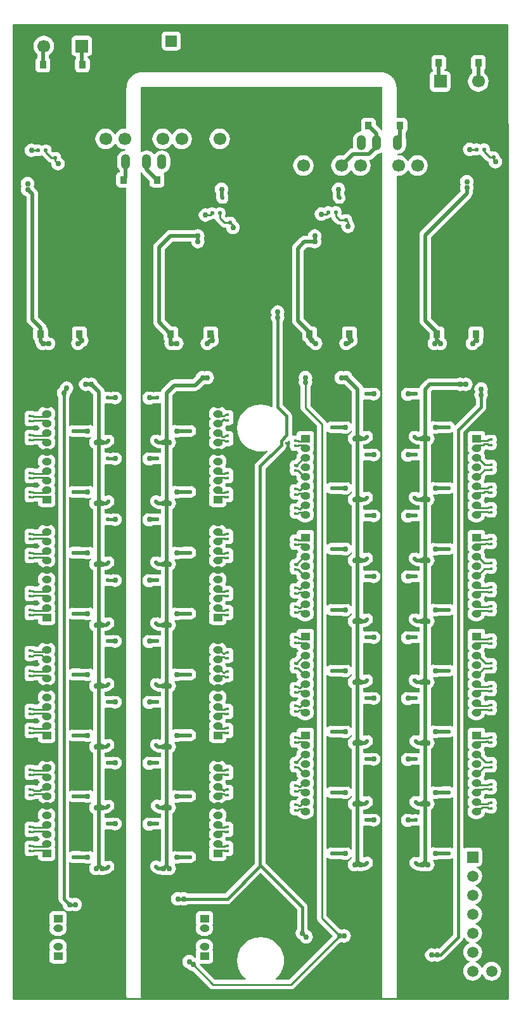
<source format=gbl>
G04 Layer_Physical_Order=2*
G04 Layer_Color=16711680*
%FSLAX25Y25*%
%MOIN*%
G70*
G01*
G75*
G04:AMPARAMS|DCode=10|XSize=19.68mil|YSize=20.08mil|CornerRadius=4.92mil|HoleSize=0mil|Usage=FLASHONLY|Rotation=270.000|XOffset=0mil|YOffset=0mil|HoleType=Round|Shape=RoundedRectangle|*
%AMROUNDEDRECTD10*
21,1,0.01968,0.01024,0,0,270.0*
21,1,0.00984,0.02008,0,0,270.0*
1,1,0.00984,-0.00512,-0.00492*
1,1,0.00984,-0.00512,0.00492*
1,1,0.00984,0.00512,0.00492*
1,1,0.00984,0.00512,-0.00492*
%
%ADD10ROUNDEDRECTD10*%
%ADD15R,0.01772X0.01181*%
G04:AMPARAMS|DCode=19|XSize=19.68mil|YSize=20.08mil|CornerRadius=4.92mil|HoleSize=0mil|Usage=FLASHONLY|Rotation=180.000|XOffset=0mil|YOffset=0mil|HoleType=Round|Shape=RoundedRectangle|*
%AMROUNDEDRECTD19*
21,1,0.01968,0.01024,0,0,180.0*
21,1,0.00984,0.02008,0,0,180.0*
1,1,0.00984,-0.00492,0.00512*
1,1,0.00984,0.00492,0.00512*
1,1,0.00984,0.00492,-0.00512*
1,1,0.00984,-0.00492,-0.00512*
%
%ADD19ROUNDEDRECTD19*%
%ADD23R,0.03740X0.03937*%
%ADD24C,0.02000*%
%ADD25C,0.01500*%
%ADD26C,0.01000*%
%ADD27C,0.00600*%
%ADD28O,0.05118X0.03937*%
%ADD29R,0.05118X0.03937*%
%ADD30C,0.06693*%
%ADD31R,0.06693X0.06693*%
%ADD32O,0.04921X0.07874*%
%ADD33R,0.04921X0.07874*%
%ADD34C,0.05512*%
%ADD35R,0.05905X0.05905*%
%ADD36C,0.05905*%
%ADD37R,0.05905X0.05905*%
%ADD38R,0.05600X0.05600*%
%ADD39C,0.05600*%
%ADD40C,0.03000*%
G36*
X260000Y0D02*
X201938D01*
X201499Y437D01*
X201498Y636D01*
X201500Y646D01*
X201501Y658D01*
X201500Y797D01*
X201502Y806D01*
X201502Y818D01*
X201502Y819D01*
X201504Y836D01*
X201506Y847D01*
X201506Y849D01*
X201506Y859D01*
X201506Y862D01*
X201506Y869D01*
X201508Y884D01*
X201508Y884D01*
X201507Y945D01*
X201529Y1167D01*
Y1181D01*
X201527Y1205D01*
Y1239D01*
X201525Y1258D01*
X201533Y1342D01*
X201533Y1390D01*
X201531Y1405D01*
X201533Y1433D01*
X201533Y1502D01*
X201536Y1538D01*
Y1600D01*
Y432230D01*
Y432355D01*
X201912Y432685D01*
X202500Y432607D01*
X203896Y432791D01*
X205196Y433330D01*
X206313Y434187D01*
X207170Y435304D01*
X207250Y435497D01*
X207750D01*
X207830Y435304D01*
X208687Y434187D01*
X209804Y433330D01*
X211104Y432791D01*
X212500Y432607D01*
X213896Y432791D01*
X215196Y433330D01*
X216313Y434187D01*
X217170Y435304D01*
X217709Y436604D01*
X217893Y438000D01*
X217709Y439396D01*
X217170Y440696D01*
X216313Y441813D01*
X215196Y442670D01*
X213896Y443209D01*
X212500Y443393D01*
X211104Y443209D01*
X209804Y442670D01*
X208687Y441813D01*
X207830Y440696D01*
X207750Y440503D01*
X207250D01*
X207170Y440696D01*
X206313Y441813D01*
X205196Y442670D01*
X203896Y443209D01*
X202500Y443393D01*
X202379Y443377D01*
X201944Y443758D01*
X202024Y444025D01*
X203188Y444178D01*
X204273Y444627D01*
X205205Y445342D01*
X205920Y446274D01*
X206369Y447359D01*
X206523Y448524D01*
Y451476D01*
X206369Y452641D01*
X206278Y452862D01*
Y455398D01*
X206564Y455590D01*
X207006Y456251D01*
X207161Y457031D01*
Y460968D01*
X207006Y461749D01*
X206564Y462410D01*
X205902Y462852D01*
X205122Y463008D01*
X201536D01*
Y478672D01*
X201518Y478855D01*
X201522Y478888D01*
X201517Y478936D01*
X201524Y479106D01*
X201522Y479129D01*
X201521Y479137D01*
X201521Y479144D01*
X201521Y479156D01*
X201519Y479165D01*
X201519Y479166D01*
X201519Y479175D01*
X201516Y479192D01*
X201511Y479292D01*
X201503Y479340D01*
X201504Y479354D01*
X201457Y479649D01*
X201446Y479854D01*
X201444Y479861D01*
X201442Y479887D01*
X201441Y479898D01*
X201441Y479899D01*
X201441Y479899D01*
X201440Y479901D01*
X201430Y479940D01*
X201410Y480017D01*
X201377Y480358D01*
X201372Y480381D01*
X201362Y480414D01*
X201361Y480422D01*
X201314Y480579D01*
X201287Y480753D01*
X201279Y480775D01*
X201273Y480813D01*
X201261Y480857D01*
X201133Y481205D01*
X201113Y481308D01*
X201111Y481312D01*
X201089Y481366D01*
X201078Y481416D01*
X201078Y481416D01*
X201024Y481541D01*
X200991Y481673D01*
X200970Y481718D01*
X200958Y481766D01*
X200957Y481766D01*
X200949Y481783D01*
X200933Y481836D01*
X200865Y482000D01*
X200863Y482003D01*
X200861Y482012D01*
X200858Y482019D01*
X200778Y482169D01*
X200750Y482243D01*
X200731Y482274D01*
X200677Y482421D01*
X200655Y482467D01*
X200587Y482577D01*
X200546Y482677D01*
X200518Y482719D01*
X200494Y482773D01*
X200421Y482880D01*
X200348Y483036D01*
X200258Y483186D01*
X200166Y483311D01*
X200161Y483322D01*
X200140Y483347D01*
X200038Y483485D01*
X199849Y483803D01*
X199829Y483824D01*
X199814Y483850D01*
X199814Y483850D01*
X199583Y484101D01*
X199381Y484375D01*
X199107Y484624D01*
X198859Y484900D01*
X198836Y484917D01*
X198816Y484939D01*
X198541Y485141D01*
X198289Y485370D01*
X198027Y485528D01*
X197876Y485652D01*
X197785Y485700D01*
X197675Y485783D01*
X197579Y485840D01*
X197245Y485999D01*
X197024Y486132D01*
X196878Y486185D01*
X196573Y486348D01*
X196342Y486444D01*
X196256Y486470D01*
X196245Y486475D01*
X196208Y486484D01*
X195988Y486551D01*
X195646Y486693D01*
X195283Y486765D01*
X194928Y486873D01*
X194928Y486873D01*
X194928Y486873D01*
X194560Y486909D01*
X194197Y486981D01*
X194006Y487000D01*
X193635Y487000D01*
X193632Y487000D01*
X193632Y487000D01*
X193632Y487000D01*
X193631D01*
X193458Y487017D01*
X193458D01*
X193266Y487036D01*
X192897Y487036D01*
X192896Y487036D01*
X67701D01*
X67550Y487021D01*
X67521Y487024D01*
X67295Y487000D01*
X67255D01*
X67052Y487006D01*
X67018Y487000D01*
X66962D01*
X66840Y486988D01*
X66671Y486954D01*
X66671D01*
X66477Y486916D01*
X66108Y486879D01*
X65940Y486846D01*
X65724Y486781D01*
X65595Y486759D01*
X65595Y486759D01*
X65569Y486749D01*
X65420Y486723D01*
X65323Y486686D01*
X65222Y486666D01*
X64884Y486526D01*
X64534Y486420D01*
X64530Y486418D01*
X64527Y486417D01*
X64290Y486291D01*
X64040Y486195D01*
X64040Y486195D01*
X63952Y486140D01*
X63857Y486100D01*
X63553Y485897D01*
X63230Y485725D01*
X63230Y485725D01*
X63227Y485723D01*
X63224Y485721D01*
X63016Y485551D01*
X62790Y485408D01*
X62714Y485337D01*
X62629Y485280D01*
X62370Y485021D01*
X62087Y484789D01*
X62084Y484786D01*
X62082Y484784D01*
X62050Y484746D01*
X62050Y484745D01*
X61930Y484625D01*
X61922Y484616D01*
X61912Y484608D01*
X61753Y484449D01*
X61747Y484442D01*
X61732Y484430D01*
X61722Y484418D01*
X61715Y484412D01*
X61497Y484146D01*
X61235Y483885D01*
X61235Y483885D01*
X61235Y483884D01*
X61225Y483872D01*
X61023Y483570D01*
X60791Y483291D01*
X60785Y483278D01*
X60778Y483270D01*
X60607Y482950D01*
X60403Y482645D01*
X60263Y482309D01*
X60091Y481990D01*
X60091Y481988D01*
X60087Y481977D01*
X60081Y481967D01*
X59975Y481617D01*
X59836Y481281D01*
X59802Y481114D01*
X59800Y481109D01*
X59763Y480919D01*
X59657Y480576D01*
X59656Y480564D01*
X59653Y480553D01*
X59621Y480392D01*
X59585Y480026D01*
X59546Y479832D01*
Y479829D01*
X59512Y479660D01*
X59500Y479538D01*
Y479239D01*
X59499Y479233D01*
X59499Y479157D01*
X59464Y478799D01*
X59464Y478532D01*
X59464Y478532D01*
X59464Y478532D01*
Y478506D01*
X59464Y478506D01*
Y478429D01*
X59464Y478429D01*
Y457645D01*
X59088Y457315D01*
X58500Y457393D01*
X57104Y457209D01*
X55804Y456670D01*
X54687Y455813D01*
X53830Y454696D01*
X53750Y454503D01*
X53250D01*
X53170Y454696D01*
X52313Y455813D01*
X51196Y456670D01*
X49896Y457209D01*
X48500Y457393D01*
X47104Y457209D01*
X45804Y456670D01*
X44687Y455813D01*
X43830Y454696D01*
X43291Y453396D01*
X43107Y452000D01*
X43291Y450604D01*
X43830Y449304D01*
X44687Y448187D01*
X45804Y447330D01*
X47104Y446791D01*
X48500Y446607D01*
X49896Y446791D01*
X51196Y447330D01*
X52313Y448187D01*
X53170Y449304D01*
X53250Y449497D01*
X53750D01*
X53830Y449304D01*
X54687Y448187D01*
X55804Y447330D01*
X57104Y446791D01*
X58500Y446607D01*
X58620Y446623D01*
X59120Y446185D01*
Y445991D01*
X59102Y445975D01*
X57938Y445822D01*
X56853Y445373D01*
X55921Y444658D01*
X55206Y443726D01*
X54757Y442641D01*
X54603Y441476D01*
Y438524D01*
X54757Y437359D01*
X55206Y436274D01*
X55921Y435342D01*
X56077Y435223D01*
Y434497D01*
X55350Y434352D01*
X54688Y433910D01*
X54246Y433249D01*
X54091Y432469D01*
Y428532D01*
X54246Y427751D01*
X54688Y427090D01*
X55350Y426648D01*
X56130Y426492D01*
X59464D01*
X59464Y426492D01*
Y1485D01*
X59467Y1453D01*
X59467Y1433D01*
X59469Y1404D01*
X59467Y1386D01*
X59467Y1338D01*
X59475Y1256D01*
X59473Y1239D01*
Y1211D01*
X59473Y1209D01*
X59471Y1189D01*
X59471Y1172D01*
X59482Y1063D01*
X59479Y1027D01*
Y1027D01*
X59494Y875D01*
X59493Y820D01*
X59497Y781D01*
X59500Y766D01*
X59499Y659D01*
X59500Y649D01*
X59503Y631D01*
Y562D01*
X59504Y556D01*
Y500D01*
X59382Y246D01*
X59366Y226D01*
X59091Y15D01*
X59039Y0D01*
X0D01*
Y512000D01*
X260000D01*
Y0D01*
D02*
G37*
G36*
X192897Y479500D02*
X193267Y479500D01*
X193458Y479481D01*
X193458D01*
X193689Y479386D01*
X193785Y479328D01*
X193785Y479328D01*
X193874Y479178D01*
X193896Y479132D01*
X193897Y479131D01*
X193897Y479131D01*
X193900Y479124D01*
X193901Y479119D01*
X193901Y479119D01*
X193969Y478955D01*
X193981Y478910D01*
X193985Y478888D01*
X193993Y478748D01*
X193993Y478747D01*
X193995Y478738D01*
X193996Y478729D01*
X193998Y478716D01*
X193998Y478712D01*
X193998Y478700D01*
X193999Y478697D01*
X193999Y478695D01*
X194000Y478672D01*
X194000Y478672D01*
X194000D01*
Y463008D01*
Y456588D01*
X193500Y456418D01*
X193140Y456888D01*
X193140Y456888D01*
X190657Y459370D01*
Y460968D01*
X190502Y461749D01*
X190060Y462410D01*
X189399Y462852D01*
X188618Y463008D01*
X184878D01*
X184098Y462852D01*
X183436Y462410D01*
X182994Y461749D01*
X182839Y460968D01*
Y457031D01*
X182953Y456457D01*
X182698Y455979D01*
X182621Y455909D01*
X181962Y455822D01*
X180876Y455373D01*
X179945Y454658D01*
X179230Y453726D01*
X178780Y452641D01*
X178627Y451476D01*
Y448524D01*
X178758Y447526D01*
X178582Y447186D01*
X178383Y447011D01*
X177717Y446923D01*
X176987Y446621D01*
X176360Y446140D01*
X173484Y443263D01*
X172500Y443393D01*
X171104Y443209D01*
X169804Y442670D01*
X168687Y441813D01*
X167830Y440696D01*
X167291Y439396D01*
X167107Y438000D01*
X167291Y436604D01*
X167830Y435304D01*
X168687Y434187D01*
X169804Y433330D01*
X171104Y432791D01*
X172500Y432607D01*
X173896Y432791D01*
X175196Y433330D01*
X176313Y434187D01*
X177170Y435304D01*
X177250Y435497D01*
X177750D01*
X177830Y435304D01*
X178687Y434187D01*
X179804Y433330D01*
X181104Y432791D01*
X182500Y432607D01*
X183896Y432791D01*
X185196Y433330D01*
X186313Y434187D01*
X187170Y435304D01*
X187709Y436604D01*
X187893Y438000D01*
X187709Y439396D01*
X187250Y440503D01*
X187451Y440965D01*
X187533Y441044D01*
X187783Y441077D01*
X188513Y441379D01*
X189140Y441860D01*
X191350Y444071D01*
X192165Y444178D01*
X193250Y444627D01*
X193552Y444859D01*
X194000Y444638D01*
Y432230D01*
Y1600D01*
Y1538D01*
X193996Y1495D01*
X193996Y1494D01*
X193997Y1489D01*
X193997Y1487D01*
X193996Y1485D01*
X193996Y1485D01*
X193996Y1484D01*
X193996Y1484D01*
X193997Y1359D01*
X193996Y1347D01*
X193997Y1299D01*
X193991Y1239D01*
Y1205D01*
X193993Y1181D01*
Y1167D01*
X193995Y1141D01*
X193964Y802D01*
X193525Y507D01*
X193496Y500D01*
X67463D01*
X67295Y589D01*
X67030Y800D01*
X67012Y997D01*
X67015Y1027D01*
Y1027D01*
X67004Y1139D01*
X67008Y1177D01*
X67008Y1193D01*
X67009Y1211D01*
Y1239D01*
X67003Y1300D01*
X67004Y1349D01*
X67003Y1358D01*
X67004Y1446D01*
X67000Y1485D01*
Y426492D01*
X67000Y426492D01*
X67000Y426954D01*
Y434279D01*
X67500Y434378D01*
X67506Y434365D01*
X67986Y433738D01*
X71595Y430130D01*
Y428532D01*
X71750Y427751D01*
X72192Y427090D01*
X72853Y426648D01*
X73634Y426492D01*
X77374D01*
X78154Y426648D01*
X78816Y427090D01*
X79258Y427751D01*
X79413Y428532D01*
Y432469D01*
X79258Y433249D01*
X78990Y433650D01*
X79141Y434106D01*
X79216Y434199D01*
X80250Y434627D01*
X81181Y435342D01*
X81896Y436274D01*
X82346Y437359D01*
X82499Y438524D01*
Y441476D01*
X82346Y442641D01*
X81896Y443726D01*
X81181Y444658D01*
X80250Y445373D01*
X79164Y445822D01*
X78000Y445975D01*
X76836Y445822D01*
X75750Y445373D01*
X74819Y444658D01*
X74378Y444084D01*
X73748D01*
X73307Y444658D01*
X72376Y445373D01*
X71290Y445822D01*
X70126Y445975D01*
X68962Y445822D01*
X67876Y445373D01*
X67448Y445044D01*
X67000Y445265D01*
Y478429D01*
X67000Y478429D01*
Y478506D01*
X67000Y478506D01*
Y478532D01*
X67000Y478532D01*
X67000Y478799D01*
X67012Y478921D01*
X67044Y479083D01*
X67045Y479084D01*
X67055Y479097D01*
X67076Y479114D01*
X67235Y479273D01*
X67246Y479286D01*
X67259Y479297D01*
X67379Y479417D01*
X67410Y479454D01*
X67410Y479455D01*
X67410Y479455D01*
X67578Y479488D01*
X67578Y479488D01*
X67578Y479488D01*
X67701Y479500D01*
X192896D01*
X192897Y479500D01*
D02*
G37*
%LPC*%
G36*
X246059Y246508D02*
X240941D01*
X240161Y246353D01*
X239499Y245910D01*
X239057Y245249D01*
X238902Y244468D01*
Y240531D01*
X239057Y239751D01*
X239359Y239299D01*
X239043Y238536D01*
X238907Y237500D01*
X239043Y236464D01*
X239443Y235499D01*
X239826Y235000D01*
X239443Y234501D01*
X239043Y233536D01*
X238907Y232500D01*
X239043Y231464D01*
X239443Y230499D01*
X239826Y230000D01*
X239443Y229501D01*
X239043Y228536D01*
X238907Y227500D01*
X239043Y226464D01*
X239443Y225499D01*
X239826Y225000D01*
X239443Y224501D01*
X239043Y223536D01*
X238907Y222500D01*
X239043Y221464D01*
X239443Y220499D01*
X239826Y220000D01*
X239443Y219501D01*
X239043Y218536D01*
X238907Y217500D01*
X239043Y216464D01*
X239443Y215499D01*
X239826Y215000D01*
X239443Y214501D01*
X239043Y213536D01*
X238907Y212500D01*
X239043Y211464D01*
X239443Y210499D01*
X239826Y210000D01*
X239443Y209501D01*
X239043Y208536D01*
X238907Y207500D01*
X239043Y206464D01*
X239443Y205499D01*
X239826Y205000D01*
X239443Y204501D01*
X239043Y203536D01*
X238907Y202500D01*
X239043Y201464D01*
X239443Y200499D01*
X240079Y199670D01*
X240908Y199033D01*
X241874Y198634D01*
X242910Y198497D01*
X244091D01*
X245127Y198634D01*
X246092Y199033D01*
X246921Y199670D01*
X247557Y200499D01*
X247957Y201464D01*
X247959Y201483D01*
X248431D01*
X248525Y201501D01*
X248875Y201267D01*
X249850Y201073D01*
X249944D01*
X250350Y200992D01*
X252122D01*
X252902Y201148D01*
X253564Y201590D01*
X254006Y202251D01*
X254161Y203031D01*
Y204213D01*
X254006Y204993D01*
X254001Y205000D01*
X254006Y205007D01*
X254161Y205787D01*
Y206968D01*
X254006Y207749D01*
X253564Y208410D01*
X252902Y208853D01*
X252122Y209008D01*
X250350D01*
X249944Y208927D01*
X249850D01*
X248875Y208733D01*
X248525Y208499D01*
X248431Y208518D01*
X247959D01*
X247957Y208536D01*
X247557Y209501D01*
X247174Y210000D01*
X247557Y210499D01*
X247957Y211464D01*
X247968Y211551D01*
X248450D01*
X248875Y211267D01*
X249850Y211073D01*
X249944D01*
X250350Y210992D01*
X252122D01*
X252902Y211147D01*
X253564Y211590D01*
X254006Y212251D01*
X254161Y213032D01*
Y214213D01*
X254006Y214993D01*
X254001Y215000D01*
X254006Y215007D01*
X254161Y215787D01*
Y216968D01*
X254006Y217749D01*
X253564Y218410D01*
X252902Y218852D01*
X252122Y219008D01*
X250350D01*
X249944Y218927D01*
X249850D01*
X248875Y218733D01*
X248450Y218449D01*
X247968D01*
X247957Y218536D01*
X247557Y219501D01*
X247174Y220000D01*
X247557Y220499D01*
X247957Y221464D01*
X248093Y222500D01*
X248055Y222793D01*
X248835Y223573D01*
X249944D01*
X250350Y223492D01*
X252122D01*
X252902Y223647D01*
X253564Y224090D01*
X254006Y224751D01*
X254161Y225532D01*
Y226713D01*
X254006Y227493D01*
X254001Y227500D01*
X254006Y227507D01*
X254161Y228287D01*
Y229468D01*
X254006Y230249D01*
X253564Y230910D01*
X252902Y231352D01*
X252122Y231508D01*
X250350D01*
X249944Y231427D01*
X248835D01*
X248055Y232207D01*
X248093Y232500D01*
X247957Y233536D01*
X247557Y234501D01*
X247174Y235000D01*
X247557Y235499D01*
X247957Y236464D01*
X247959Y236483D01*
X248054D01*
X248874Y236646D01*
X248875Y236645D01*
X249850Y236451D01*
X249944D01*
X250350Y236370D01*
X252122D01*
X252902Y236526D01*
X253564Y236967D01*
X254006Y237629D01*
X254161Y238409D01*
Y239591D01*
X254006Y240371D01*
X254001Y240378D01*
X254006Y240385D01*
X254161Y241165D01*
Y242347D01*
X254006Y243127D01*
X253564Y243788D01*
X252902Y244230D01*
X252122Y244386D01*
X250350D01*
X249944Y244305D01*
X249850D01*
X248875Y244111D01*
X248598Y243926D01*
X248098Y244132D01*
Y244468D01*
X247943Y245249D01*
X247501Y245910D01*
X246839Y246353D01*
X246059Y246508D01*
D02*
G37*
G36*
X18090Y100503D02*
X16909D01*
X15874Y100366D01*
X14908Y99967D01*
X14079Y99330D01*
X13443Y98501D01*
X13043Y97536D01*
X12907Y96500D01*
X13043Y95464D01*
X13443Y94499D01*
X13826Y94000D01*
X13443Y93501D01*
X13043Y92536D01*
X13041Y92518D01*
X11447D01*
X11125Y92733D01*
X10150Y92927D01*
X10056D01*
X9650Y93008D01*
X7878D01*
X7098Y92852D01*
X6436Y92410D01*
X5994Y91749D01*
X5839Y90969D01*
Y89787D01*
X5994Y89007D01*
X5999Y89000D01*
X5994Y88993D01*
X5839Y88213D01*
Y87032D01*
X5994Y86251D01*
X6436Y85590D01*
X7098Y85148D01*
X7878Y84992D01*
X9650D01*
X10056Y85073D01*
X10150D01*
X11125Y85267D01*
X11447Y85483D01*
X13041D01*
X13043Y85464D01*
X13443Y84499D01*
X13826Y84000D01*
X13443Y83501D01*
X13043Y82536D01*
X13041Y82517D01*
X11569D01*
X11475Y82499D01*
X11125Y82733D01*
X10150Y82927D01*
X10056D01*
X9650Y83008D01*
X7878D01*
X7098Y82853D01*
X6436Y82410D01*
X5994Y81749D01*
X5839Y80968D01*
Y79787D01*
X5994Y79007D01*
X5999Y79000D01*
X5994Y78993D01*
X5839Y78213D01*
Y77031D01*
X5994Y76251D01*
X6436Y75590D01*
X7098Y75147D01*
X7878Y74992D01*
X9650D01*
X10056Y75073D01*
X10150D01*
X11125Y75267D01*
X11475Y75501D01*
X11569Y75482D01*
X12902D01*
Y74532D01*
X13057Y73751D01*
X13499Y73090D01*
X14161Y72648D01*
X14941Y72492D01*
X20059D01*
X20839Y72648D01*
X21501Y73090D01*
X21943Y73751D01*
X22098Y74532D01*
Y78469D01*
X21943Y79249D01*
X21641Y79701D01*
X21957Y80464D01*
X22093Y81500D01*
X21957Y82536D01*
X21557Y83501D01*
X21174Y84000D01*
X21557Y84499D01*
X21957Y85464D01*
X22093Y86500D01*
X21957Y87536D01*
X21557Y88501D01*
X21174Y89000D01*
X21557Y89499D01*
X21957Y90464D01*
X22093Y91500D01*
X21957Y92536D01*
X21557Y93501D01*
X21174Y94000D01*
X21557Y94499D01*
X21957Y95464D01*
X22093Y96500D01*
X21957Y97536D01*
X21557Y98501D01*
X20921Y99330D01*
X20092Y99967D01*
X19127Y100366D01*
X18090Y100503D01*
D02*
G37*
G36*
Y249503D02*
X16909D01*
X15874Y249366D01*
X14908Y248967D01*
X14079Y248330D01*
X13443Y247501D01*
X13043Y246536D01*
X13041Y246517D01*
X11447D01*
X11125Y246733D01*
X10150Y246927D01*
X10056D01*
X9650Y247008D01*
X7878D01*
X7098Y246852D01*
X6436Y246410D01*
X5994Y245749D01*
X5839Y244969D01*
Y243787D01*
X5994Y243007D01*
X5999Y243000D01*
X5994Y242993D01*
X5839Y242213D01*
Y241032D01*
X5994Y240251D01*
X6436Y239590D01*
X7098Y239147D01*
X7878Y238992D01*
X9650D01*
X10056Y239073D01*
X10150D01*
X11125Y239267D01*
X11447Y239482D01*
X13041D01*
X13043Y239464D01*
X13443Y238499D01*
X13826Y238000D01*
X13443Y237501D01*
X13043Y236536D01*
X13041Y236518D01*
X11447D01*
X11125Y236733D01*
X10150Y236927D01*
X10056D01*
X9650Y237008D01*
X7878D01*
X7098Y236853D01*
X6436Y236410D01*
X5994Y235749D01*
X5839Y234968D01*
Y233787D01*
X5994Y233007D01*
X5999Y233000D01*
X5994Y232993D01*
X5839Y232213D01*
Y231031D01*
X5994Y230251D01*
X6436Y229590D01*
X7098Y229148D01*
X7878Y228992D01*
X9650D01*
X10056Y229073D01*
X10150D01*
X11125Y229267D01*
X11447Y229483D01*
X13041D01*
X13043Y229464D01*
X13443Y228499D01*
X14079Y227670D01*
X14908Y227033D01*
X15874Y226634D01*
X16909Y226497D01*
X18090D01*
X19127Y226634D01*
X20092Y227033D01*
X20921Y227670D01*
X21557Y228499D01*
X21957Y229464D01*
X22093Y230500D01*
X21957Y231536D01*
X21557Y232501D01*
X21174Y233000D01*
X21557Y233499D01*
X21957Y234464D01*
X22093Y235500D01*
X21957Y236536D01*
X21557Y237501D01*
X21174Y238000D01*
X21557Y238499D01*
X21957Y239464D01*
X22093Y240500D01*
X21957Y241536D01*
X21557Y242501D01*
X21174Y243000D01*
X21557Y243499D01*
X21957Y244464D01*
X22093Y245500D01*
X21957Y246536D01*
X21557Y247501D01*
X20921Y248330D01*
X20092Y248967D01*
X19127Y249366D01*
X18090Y249503D01*
D02*
G37*
G36*
X26059Y46008D02*
X20941D01*
X20161Y45853D01*
X19499Y45410D01*
X19057Y44749D01*
X18902Y43968D01*
Y40031D01*
X19057Y39251D01*
X19359Y38799D01*
X19043Y38036D01*
X18907Y37000D01*
X19043Y35964D01*
X19443Y34999D01*
X20079Y34170D01*
X20908Y33533D01*
X21873Y33134D01*
X22909Y32997D01*
X24091D01*
X25126Y33134D01*
X26092Y33533D01*
X26921Y34170D01*
X27557Y34999D01*
X27957Y35964D01*
X28093Y37000D01*
X27957Y38036D01*
X27641Y38799D01*
X27943Y39251D01*
X28098Y40031D01*
Y43968D01*
X27943Y44749D01*
X27501Y45410D01*
X26839Y45853D01*
X26059Y46008D01*
D02*
G37*
G36*
X24091Y31503D02*
X22909D01*
X21873Y31366D01*
X20908Y30966D01*
X20079Y30330D01*
X19443Y29501D01*
X19043Y28536D01*
X18907Y27500D01*
X19043Y26464D01*
X19359Y25701D01*
X19057Y25249D01*
X18902Y24468D01*
Y20531D01*
X19057Y19751D01*
X19499Y19090D01*
X20161Y18647D01*
X20941Y18492D01*
X26059D01*
X26839Y18647D01*
X27501Y19090D01*
X27943Y19751D01*
X28098Y20531D01*
Y24468D01*
X27943Y25249D01*
X27641Y25701D01*
X27957Y26464D01*
X28093Y27500D01*
X27957Y28536D01*
X27557Y29501D01*
X26921Y30330D01*
X26092Y30966D01*
X25126Y31366D01*
X24091Y31503D01*
D02*
G37*
G36*
X18090Y311503D02*
X16909D01*
X15874Y311366D01*
X14908Y310966D01*
X14079Y310330D01*
X13443Y309501D01*
X13043Y308536D01*
X13041Y308518D01*
X11447D01*
X11125Y308733D01*
X10150Y308927D01*
X10056D01*
X9650Y309008D01*
X7878D01*
X7098Y308853D01*
X6436Y308410D01*
X5994Y307749D01*
X5839Y306968D01*
Y305787D01*
X5994Y305007D01*
X5999Y305000D01*
X5994Y304993D01*
X5839Y304213D01*
Y303031D01*
X5994Y302251D01*
X6436Y301590D01*
X7098Y301148D01*
X7878Y300992D01*
X9650D01*
X10056Y301073D01*
X10150D01*
X11125Y301267D01*
X11447Y301483D01*
X13041D01*
X13043Y301464D01*
X13443Y300499D01*
X13826Y300000D01*
X13443Y299501D01*
X13043Y298536D01*
X13041Y298517D01*
X11447D01*
X11125Y298733D01*
X10150Y298927D01*
X10056D01*
X9650Y299008D01*
X7878D01*
X7098Y298852D01*
X6436Y298410D01*
X5994Y297749D01*
X5839Y296969D01*
Y295787D01*
X5994Y295007D01*
X5999Y295000D01*
X5994Y294993D01*
X5839Y294213D01*
Y293032D01*
X5994Y292251D01*
X6436Y291590D01*
X7098Y291147D01*
X7878Y290992D01*
X9650D01*
X10056Y291073D01*
X10150D01*
X11125Y291267D01*
X11447Y291482D01*
X13041D01*
X13043Y291464D01*
X13443Y290499D01*
X14079Y289670D01*
X14908Y289034D01*
X15874Y288634D01*
X16909Y288497D01*
X18090D01*
X19127Y288634D01*
X20092Y289034D01*
X20921Y289670D01*
X21557Y290499D01*
X21957Y291464D01*
X22093Y292500D01*
X21957Y293536D01*
X21557Y294501D01*
X21174Y295000D01*
X21557Y295499D01*
X21957Y296464D01*
X22093Y297500D01*
X21957Y298536D01*
X21557Y299501D01*
X21174Y300000D01*
X21557Y300499D01*
X21957Y301464D01*
X22093Y302500D01*
X21957Y303536D01*
X21557Y304501D01*
X21174Y305000D01*
X21557Y305499D01*
X21957Y306464D01*
X22093Y307500D01*
X21957Y308536D01*
X21557Y309501D01*
X20921Y310330D01*
X20092Y310966D01*
X19127Y311366D01*
X18090Y311503D01*
D02*
G37*
G36*
Y286503D02*
X16909D01*
X15874Y286366D01*
X14908Y285966D01*
X14079Y285330D01*
X13443Y284501D01*
X13043Y283536D01*
X12907Y282500D01*
X13043Y281464D01*
X13443Y280499D01*
X13826Y280000D01*
X13443Y279501D01*
X13043Y278536D01*
X13041Y278518D01*
X11447D01*
X11125Y278733D01*
X10150Y278927D01*
X10056D01*
X9650Y279008D01*
X7878D01*
X7098Y278853D01*
X6436Y278410D01*
X5994Y277749D01*
X5839Y276969D01*
Y275787D01*
X5994Y275007D01*
X5999Y275000D01*
X5994Y274993D01*
X5839Y274213D01*
Y273031D01*
X5994Y272251D01*
X6436Y271590D01*
X7098Y271147D01*
X7878Y270992D01*
X9650D01*
X10056Y271073D01*
X10150D01*
X11125Y271267D01*
X11447Y271482D01*
X13041D01*
X13043Y271464D01*
X13443Y270499D01*
X13826Y270000D01*
X13443Y269501D01*
X13043Y268536D01*
X13041Y268517D01*
X11447D01*
X11125Y268733D01*
X10150Y268927D01*
X10056D01*
X9650Y269008D01*
X7878D01*
X7098Y268852D01*
X6436Y268410D01*
X5994Y267749D01*
X5839Y266968D01*
Y265787D01*
X5994Y265007D01*
X5999Y265000D01*
X5994Y264993D01*
X5839Y264213D01*
Y263032D01*
X5994Y262251D01*
X6436Y261590D01*
X7098Y261147D01*
X7878Y260992D01*
X9650D01*
X10056Y261073D01*
X10150D01*
X11125Y261267D01*
X11447Y261483D01*
X12902D01*
Y260531D01*
X13057Y259751D01*
X13499Y259090D01*
X14161Y258647D01*
X14941Y258492D01*
X20059D01*
X20839Y258647D01*
X21501Y259090D01*
X21943Y259751D01*
X22098Y260531D01*
Y264469D01*
X21943Y265249D01*
X21641Y265701D01*
X21957Y266464D01*
X22093Y267500D01*
X21957Y268536D01*
X21557Y269501D01*
X21174Y270000D01*
X21557Y270499D01*
X21957Y271464D01*
X22093Y272500D01*
X21957Y273536D01*
X21557Y274501D01*
X21174Y275000D01*
X21557Y275499D01*
X21957Y276464D01*
X22093Y277500D01*
X21957Y278536D01*
X21557Y279501D01*
X21174Y280000D01*
X21557Y280499D01*
X21957Y281464D01*
X22093Y282500D01*
X21957Y283536D01*
X21557Y284501D01*
X20921Y285330D01*
X20092Y285966D01*
X19127Y286366D01*
X18090Y286503D01*
D02*
G37*
G36*
X246059Y298508D02*
X240941D01*
X240161Y298353D01*
X239499Y297910D01*
X239057Y297249D01*
X238902Y296468D01*
Y292531D01*
X239057Y291751D01*
X239359Y291299D01*
X239043Y290536D01*
X238907Y289500D01*
X239043Y288464D01*
X239443Y287499D01*
X239826Y287000D01*
X239443Y286501D01*
X239043Y285536D01*
X238907Y284500D01*
X239043Y283464D01*
X239443Y282499D01*
X239826Y282000D01*
X239443Y281501D01*
X239043Y280536D01*
X238907Y279500D01*
X239043Y278464D01*
X239443Y277499D01*
X239826Y277000D01*
X239443Y276501D01*
X239043Y275536D01*
X238907Y274500D01*
X239043Y273464D01*
X239443Y272499D01*
X239826Y272000D01*
X239443Y271501D01*
X239043Y270536D01*
X238907Y269500D01*
X239043Y268464D01*
X239443Y267499D01*
X239826Y267000D01*
X239443Y266501D01*
X239043Y265536D01*
X238907Y264500D01*
X239043Y263464D01*
X239443Y262499D01*
X239826Y262000D01*
X239443Y261501D01*
X239043Y260536D01*
X238907Y259500D01*
X239043Y258464D01*
X239443Y257499D01*
X239826Y257000D01*
X239443Y256501D01*
X239043Y255536D01*
X238907Y254500D01*
X239043Y253464D01*
X239443Y252499D01*
X240079Y251670D01*
X240908Y251033D01*
X241874Y250634D01*
X242910Y250497D01*
X244091D01*
X245127Y250634D01*
X246092Y251033D01*
X246921Y251670D01*
X247557Y252499D01*
X247957Y253464D01*
X247968Y253551D01*
X248450D01*
X248875Y253267D01*
X249850Y253073D01*
X249944D01*
X250350Y252992D01*
X252122D01*
X252902Y253148D01*
X253564Y253590D01*
X254006Y254251D01*
X254161Y255031D01*
Y256213D01*
X254006Y256993D01*
X254001Y257000D01*
X254006Y257007D01*
X254161Y257787D01*
Y258968D01*
X254006Y259749D01*
X253564Y260410D01*
X252902Y260853D01*
X252122Y261008D01*
X250350D01*
X249944Y260927D01*
X249850D01*
X248875Y260733D01*
X248450Y260449D01*
X247968D01*
X247957Y260536D01*
X247557Y261501D01*
X247174Y262000D01*
X247557Y262499D01*
X247957Y263464D01*
X247973Y263590D01*
X248407Y263677D01*
X248709Y263878D01*
X248875Y263767D01*
X249850Y263573D01*
X249944D01*
X250350Y263492D01*
X252122D01*
X252902Y263648D01*
X253564Y264090D01*
X254006Y264751D01*
X254161Y265531D01*
Y266713D01*
X254006Y267493D01*
X254001Y267500D01*
X254006Y267507D01*
X254161Y268287D01*
Y269468D01*
X254006Y270249D01*
X253564Y270910D01*
X252902Y271353D01*
X252122Y271508D01*
X250350D01*
X249944Y271427D01*
X249850D01*
X248875Y271233D01*
X248450Y270949D01*
X247786D01*
X247557Y271501D01*
X247174Y272000D01*
X247557Y272499D01*
X247957Y273464D01*
X248093Y274500D01*
X248055Y274793D01*
X248713Y275451D01*
X249944D01*
X250350Y275370D01*
X252122D01*
X252902Y275525D01*
X253564Y275968D01*
X254006Y276629D01*
X254161Y277410D01*
Y278590D01*
X254006Y279371D01*
X254001Y279378D01*
X254006Y279385D01*
X254161Y280165D01*
Y281347D01*
X254006Y282127D01*
X253564Y282788D01*
X252902Y283230D01*
X252122Y283386D01*
X250350D01*
X249944Y283305D01*
X248957D01*
X248055Y284207D01*
X248093Y284500D01*
X247957Y285536D01*
X247557Y286501D01*
X247174Y287000D01*
X247557Y287499D01*
X247957Y288464D01*
X247992Y288734D01*
X248459Y289045D01*
X248875Y288767D01*
X249850Y288573D01*
X249944D01*
X250350Y288492D01*
X252122D01*
X252902Y288648D01*
X253564Y289090D01*
X254006Y289751D01*
X254161Y290531D01*
Y291713D01*
X254006Y292493D01*
X254001Y292500D01*
X254006Y292507D01*
X254161Y293287D01*
Y294468D01*
X254006Y295249D01*
X253564Y295910D01*
X252902Y296353D01*
X252122Y296508D01*
X250350D01*
X249944Y296427D01*
X249850D01*
X248875Y296233D01*
X248598Y296048D01*
X248098Y296254D01*
Y296468D01*
X247943Y297249D01*
X247501Y297910D01*
X246839Y298353D01*
X246059Y298508D01*
D02*
G37*
G36*
Y142508D02*
X240941D01*
X240161Y142352D01*
X239499Y141910D01*
X239057Y141249D01*
X238902Y140469D01*
Y136531D01*
X239057Y135751D01*
X239359Y135299D01*
X239043Y134536D01*
X238907Y133500D01*
X239043Y132464D01*
X239443Y131499D01*
X239826Y131000D01*
X239443Y130501D01*
X239043Y129536D01*
X238907Y128500D01*
X239043Y127464D01*
X239443Y126499D01*
X239826Y126000D01*
X239443Y125501D01*
X239043Y124536D01*
X238907Y123500D01*
X239043Y122464D01*
X239443Y121499D01*
X239826Y121000D01*
X239443Y120501D01*
X239043Y119536D01*
X238907Y118500D01*
X239043Y117464D01*
X239443Y116499D01*
X239826Y116000D01*
X239443Y115501D01*
X239043Y114536D01*
X238907Y113500D01*
X239043Y112464D01*
X239443Y111499D01*
X239826Y111000D01*
X239443Y110501D01*
X239043Y109536D01*
X238907Y108500D01*
X239043Y107464D01*
X239443Y106499D01*
X239826Y106000D01*
X239443Y105501D01*
X239043Y104536D01*
X238907Y103500D01*
X239043Y102464D01*
X239443Y101499D01*
X239826Y101000D01*
X239443Y100501D01*
X239043Y99536D01*
X238907Y98500D01*
X239043Y97464D01*
X239443Y96499D01*
X240079Y95670D01*
X240908Y95034D01*
X241874Y94634D01*
X242910Y94497D01*
X244091D01*
X245127Y94634D01*
X246092Y95034D01*
X246921Y95670D01*
X247557Y96499D01*
X247957Y97464D01*
X248011Y97876D01*
X248526Y98000D01*
X248875Y97767D01*
X249850Y97573D01*
X249944D01*
X250350Y97492D01*
X252122D01*
X252902Y97648D01*
X253564Y98090D01*
X254006Y98751D01*
X254161Y99532D01*
Y100713D01*
X254006Y101493D01*
X254001Y101500D01*
X254006Y101507D01*
X254161Y102287D01*
Y103469D01*
X254006Y104249D01*
X253564Y104910D01*
X252902Y105352D01*
X252122Y105508D01*
X250350D01*
X249944Y105427D01*
X249850D01*
X248875Y105233D01*
X248450Y104949D01*
X247786D01*
X247557Y105501D01*
X247174Y106000D01*
X247557Y106499D01*
X247957Y107464D01*
X247984Y107668D01*
X248029Y107676D01*
X248407Y107929D01*
X248450D01*
X248875Y107645D01*
X249850Y107451D01*
X249944D01*
X250350Y107370D01*
X252122D01*
X252902Y107526D01*
X253564Y107967D01*
X254006Y108629D01*
X254161Y109409D01*
Y110591D01*
X254006Y111371D01*
X254001Y111378D01*
X254006Y111385D01*
X254161Y112165D01*
Y113347D01*
X254006Y114127D01*
X253564Y114788D01*
X252902Y115230D01*
X252122Y115386D01*
X250350D01*
X249944Y115305D01*
X249850D01*
X248875Y115111D01*
X248450Y114827D01*
X247836D01*
X247557Y115501D01*
X247174Y116000D01*
X247557Y116499D01*
X247957Y117464D01*
X248093Y118500D01*
X248069Y118683D01*
X248427Y119073D01*
X249944D01*
X250350Y118992D01*
X252122D01*
X252902Y119148D01*
X253564Y119590D01*
X254006Y120251D01*
X254161Y121031D01*
Y122213D01*
X254006Y122993D01*
X254001Y123000D01*
X254006Y123007D01*
X254161Y123787D01*
Y124969D01*
X254006Y125749D01*
X253564Y126410D01*
X252902Y126853D01*
X252122Y127008D01*
X250350D01*
X249944Y126927D01*
X249335D01*
X248055Y128207D01*
X248093Y128500D01*
X247957Y129536D01*
X247557Y130501D01*
X247174Y131000D01*
X247557Y131499D01*
X247957Y132464D01*
X247959Y132483D01*
X248309D01*
X248638Y132548D01*
X248875Y132389D01*
X249850Y132195D01*
X249944D01*
X250350Y132114D01*
X252122D01*
X252902Y132270D01*
X253564Y132712D01*
X254006Y133373D01*
X254161Y134153D01*
Y135335D01*
X254006Y136115D01*
X254001Y136122D01*
X254006Y136129D01*
X254161Y136909D01*
Y138091D01*
X254006Y138871D01*
X253564Y139532D01*
X252902Y139974D01*
X252122Y140130D01*
X250350D01*
X249944Y140049D01*
X249850D01*
X248875Y139855D01*
X248598Y139670D01*
X248098Y139876D01*
Y140469D01*
X247943Y141249D01*
X247501Y141910D01*
X246839Y142352D01*
X246059Y142508D01*
D02*
G37*
G36*
X18090Y125503D02*
X16909D01*
X15874Y125366D01*
X14908Y124967D01*
X14079Y124330D01*
X13443Y123501D01*
X13043Y122536D01*
X13041Y122518D01*
X11447D01*
X11125Y122733D01*
X10150Y122927D01*
X10056D01*
X9650Y123008D01*
X7878D01*
X7098Y122853D01*
X6436Y122410D01*
X5994Y121749D01*
X5839Y120968D01*
Y119787D01*
X5994Y119007D01*
X5999Y119000D01*
X5994Y118993D01*
X5839Y118213D01*
Y117032D01*
X5994Y116251D01*
X6436Y115590D01*
X7098Y115147D01*
X7878Y114992D01*
X9650D01*
X10056Y115073D01*
X10150D01*
X11125Y115267D01*
X11447Y115482D01*
X13041D01*
X13043Y115464D01*
X13443Y114499D01*
X13826Y114000D01*
X13443Y113501D01*
X13043Y112536D01*
X12966Y111949D01*
X11550D01*
X11125Y112233D01*
X10150Y112427D01*
X10056D01*
X9650Y112508D01*
X7878D01*
X7098Y112353D01*
X6436Y111910D01*
X5994Y111249D01*
X5839Y110468D01*
Y109287D01*
X5994Y108507D01*
X5999Y108500D01*
X5994Y108493D01*
X5839Y107713D01*
Y106532D01*
X5994Y105751D01*
X6436Y105090D01*
X7098Y104648D01*
X7878Y104492D01*
X9650D01*
X10056Y104573D01*
X10150D01*
X11125Y104767D01*
X11550Y105051D01*
X13214D01*
X13443Y104499D01*
X14079Y103670D01*
X14908Y103033D01*
X15874Y102634D01*
X16909Y102497D01*
X18090D01*
X19127Y102634D01*
X20092Y103033D01*
X20921Y103670D01*
X21557Y104499D01*
X21957Y105464D01*
X22093Y106500D01*
X21957Y107536D01*
X21557Y108501D01*
X21174Y109000D01*
X21557Y109499D01*
X21957Y110464D01*
X22093Y111500D01*
X21957Y112536D01*
X21557Y113501D01*
X21174Y114000D01*
X21557Y114499D01*
X21957Y115464D01*
X22093Y116500D01*
X21957Y117536D01*
X21557Y118501D01*
X21174Y119000D01*
X21557Y119499D01*
X21957Y120464D01*
X22093Y121500D01*
X21957Y122536D01*
X21557Y123501D01*
X20921Y124330D01*
X20092Y124967D01*
X19127Y125366D01*
X18090Y125503D01*
D02*
G37*
G36*
Y162503D02*
X16909D01*
X15874Y162366D01*
X14908Y161967D01*
X14079Y161330D01*
X13443Y160501D01*
X13043Y159536D01*
X12907Y158500D01*
X13043Y157464D01*
X13443Y156499D01*
X13826Y156000D01*
X13443Y155501D01*
X13043Y154536D01*
X13041Y154517D01*
X11447D01*
X11125Y154733D01*
X10150Y154927D01*
X10056D01*
X9650Y155008D01*
X7878D01*
X7098Y154852D01*
X6436Y154410D01*
X5994Y153749D01*
X5839Y152969D01*
Y151787D01*
X5994Y151007D01*
X5999Y151000D01*
X5994Y150993D01*
X5839Y150213D01*
Y149031D01*
X5994Y148251D01*
X6436Y147590D01*
X7098Y147148D01*
X7878Y146992D01*
X9650D01*
X10056Y147073D01*
X10150D01*
X11125Y147267D01*
X11447Y147483D01*
X13041D01*
X13043Y147464D01*
X13443Y146499D01*
X13826Y146000D01*
X13443Y145501D01*
X13043Y144536D01*
X13041Y144518D01*
X11447D01*
X11125Y144733D01*
X10150Y144927D01*
X10056D01*
X9650Y145008D01*
X7878D01*
X7098Y144852D01*
X6436Y144410D01*
X5994Y143749D01*
X5839Y142968D01*
Y141787D01*
X5994Y141007D01*
X5999Y141000D01*
X5994Y140993D01*
X5839Y140213D01*
Y139032D01*
X5994Y138251D01*
X6436Y137590D01*
X7098Y137147D01*
X7878Y136992D01*
X9650D01*
X10056Y137073D01*
X10150D01*
X11125Y137267D01*
X11447Y137483D01*
X12902D01*
Y136531D01*
X13057Y135751D01*
X13499Y135090D01*
X14161Y134648D01*
X14941Y134492D01*
X20059D01*
X20839Y134648D01*
X21501Y135090D01*
X21943Y135751D01*
X22098Y136531D01*
Y140469D01*
X21943Y141249D01*
X21641Y141701D01*
X21957Y142464D01*
X22093Y143500D01*
X21957Y144536D01*
X21557Y145501D01*
X21174Y146000D01*
X21557Y146499D01*
X21957Y147464D01*
X22093Y148500D01*
X21957Y149536D01*
X21557Y150501D01*
X21174Y151000D01*
X21557Y151499D01*
X21957Y152464D01*
X22093Y153500D01*
X21957Y154536D01*
X21557Y155501D01*
X21174Y156000D01*
X21557Y156499D01*
X21957Y157464D01*
X22093Y158500D01*
X21957Y159536D01*
X21557Y160501D01*
X20921Y161330D01*
X20092Y161967D01*
X19127Y162366D01*
X18090Y162503D01*
D02*
G37*
G36*
X246059Y194508D02*
X240941D01*
X240161Y194352D01*
X239499Y193910D01*
X239057Y193249D01*
X238902Y192469D01*
Y188531D01*
X239057Y187751D01*
X239359Y187299D01*
X239043Y186536D01*
X238907Y185500D01*
X239043Y184464D01*
X239443Y183499D01*
X239826Y183000D01*
X239443Y182501D01*
X239043Y181536D01*
X238907Y180500D01*
X239043Y179464D01*
X239443Y178499D01*
X239826Y178000D01*
X239443Y177501D01*
X239043Y176536D01*
X238907Y175500D01*
X239043Y174464D01*
X239443Y173499D01*
X239826Y173000D01*
X239443Y172501D01*
X239043Y171536D01*
X238907Y170500D01*
X239043Y169464D01*
X239443Y168499D01*
X239826Y168000D01*
X239443Y167501D01*
X239043Y166536D01*
X238907Y165500D01*
X239043Y164464D01*
X239443Y163499D01*
X239826Y163000D01*
X239443Y162501D01*
X239043Y161536D01*
X238907Y160500D01*
X239043Y159464D01*
X239443Y158499D01*
X239826Y158000D01*
X239443Y157501D01*
X239043Y156536D01*
X238907Y155500D01*
X239043Y154464D01*
X239443Y153499D01*
X239826Y153000D01*
X239443Y152501D01*
X239043Y151536D01*
X238907Y150500D01*
X239043Y149464D01*
X239443Y148499D01*
X240079Y147670D01*
X240908Y147034D01*
X241874Y146634D01*
X242910Y146497D01*
X244091D01*
X245127Y146634D01*
X246092Y147034D01*
X246921Y147670D01*
X247557Y148499D01*
X247957Y149464D01*
X247968Y149551D01*
X248450D01*
X248875Y149267D01*
X249850Y149073D01*
X249944D01*
X250350Y148992D01*
X252122D01*
X252902Y149147D01*
X253564Y149590D01*
X254006Y150251D01*
X254161Y151031D01*
Y152213D01*
X254006Y152993D01*
X254001Y153000D01*
X254006Y153007D01*
X254161Y153787D01*
Y154969D01*
X254006Y155749D01*
X253564Y156410D01*
X252902Y156852D01*
X252122Y157008D01*
X250350D01*
X249944Y156927D01*
X249850D01*
X248875Y156733D01*
X248450Y156449D01*
X247968D01*
X247957Y156536D01*
X247557Y157501D01*
X247174Y158000D01*
X247557Y158499D01*
X247957Y159464D01*
X247959Y159483D01*
X248431D01*
X248525Y159501D01*
X248875Y159267D01*
X249850Y159073D01*
X249944D01*
X250350Y158992D01*
X252122D01*
X252902Y159148D01*
X253564Y159590D01*
X254006Y160251D01*
X254161Y161031D01*
Y162213D01*
X254006Y162993D01*
X254001Y163000D01*
X254006Y163007D01*
X254161Y163787D01*
Y164969D01*
X254006Y165749D01*
X253564Y166410D01*
X252902Y166852D01*
X252122Y167008D01*
X250350D01*
X249944Y166927D01*
X249850D01*
X248875Y166733D01*
X248525Y166499D01*
X248431Y166517D01*
X247959D01*
X247957Y166536D01*
X247557Y167501D01*
X247174Y168000D01*
X247557Y168499D01*
X247957Y169464D01*
X248093Y170500D01*
X248069Y170683D01*
X248427Y171073D01*
X249944D01*
X250350Y170992D01*
X252122D01*
X252902Y171148D01*
X253564Y171590D01*
X254006Y172251D01*
X254161Y173031D01*
Y174213D01*
X254006Y174993D01*
X254001Y175000D01*
X254006Y175007D01*
X254161Y175787D01*
Y176969D01*
X254006Y177749D01*
X253564Y178410D01*
X252902Y178852D01*
X252122Y179008D01*
X250350D01*
X249944Y178927D01*
X249335D01*
X248055Y180207D01*
X248093Y180500D01*
X247957Y181536D01*
X247557Y182501D01*
X247174Y183000D01*
X247557Y183499D01*
X247957Y184464D01*
X247959Y184483D01*
X248431D01*
X248525Y184501D01*
X248875Y184267D01*
X249850Y184073D01*
X249944D01*
X250350Y183992D01*
X252122D01*
X252902Y184148D01*
X253564Y184590D01*
X254006Y185251D01*
X254161Y186031D01*
Y187213D01*
X254006Y187993D01*
X254001Y188000D01*
X254006Y188007D01*
X254161Y188787D01*
Y189969D01*
X254006Y190749D01*
X253564Y191410D01*
X252902Y191852D01*
X252122Y192008D01*
X250350D01*
X249944Y191927D01*
X249850D01*
X248875Y191733D01*
X248598Y191548D01*
X248098Y191692D01*
Y192469D01*
X247943Y193249D01*
X247501Y193910D01*
X246839Y194352D01*
X246059Y194508D01*
D02*
G37*
G36*
X18090Y224503D02*
X16909D01*
X15874Y224366D01*
X14908Y223967D01*
X14079Y223330D01*
X13443Y222501D01*
X13043Y221536D01*
X12907Y220500D01*
X13043Y219464D01*
X13443Y218499D01*
X13826Y218000D01*
X13443Y217501D01*
X13043Y216536D01*
X13041Y216517D01*
X11447D01*
X11125Y216733D01*
X10150Y216927D01*
X10056D01*
X9650Y217008D01*
X7878D01*
X7098Y216852D01*
X6436Y216410D01*
X5994Y215749D01*
X5839Y214968D01*
Y213787D01*
X5994Y213007D01*
X5999Y213000D01*
X5994Y212993D01*
X5839Y212213D01*
Y211032D01*
X5994Y210251D01*
X6436Y209590D01*
X7098Y209148D01*
X7878Y208992D01*
X9650D01*
X10056Y209073D01*
X10150D01*
X11125Y209267D01*
X11447Y209483D01*
X13041D01*
X13043Y209464D01*
X13443Y208499D01*
X13826Y208000D01*
X13443Y207501D01*
X13043Y206536D01*
X13041Y206518D01*
X11447D01*
X11125Y206733D01*
X10150Y206927D01*
X10056D01*
X9650Y207008D01*
X7878D01*
X7098Y206853D01*
X6436Y206410D01*
X5994Y205749D01*
X5839Y204969D01*
Y203787D01*
X5994Y203007D01*
X5999Y203000D01*
X5994Y202993D01*
X5839Y202213D01*
Y201031D01*
X5994Y200251D01*
X6436Y199590D01*
X7098Y199147D01*
X7878Y198992D01*
X9650D01*
X10056Y199073D01*
X10150D01*
X11125Y199267D01*
X11447Y199483D01*
X12902D01*
Y198531D01*
X13057Y197751D01*
X13499Y197090D01*
X14161Y196648D01*
X14941Y196492D01*
X20059D01*
X20839Y196648D01*
X21501Y197090D01*
X21943Y197751D01*
X22098Y198531D01*
Y202468D01*
X21943Y203249D01*
X21641Y203701D01*
X21957Y204464D01*
X22093Y205500D01*
X21957Y206536D01*
X21557Y207501D01*
X21174Y208000D01*
X21557Y208499D01*
X21957Y209464D01*
X22093Y210500D01*
X21957Y211536D01*
X21557Y212501D01*
X21174Y213000D01*
X21557Y213499D01*
X21957Y214464D01*
X22093Y215500D01*
X21957Y216536D01*
X21557Y217501D01*
X21174Y218000D01*
X21557Y218499D01*
X21957Y219464D01*
X22093Y220500D01*
X21957Y221536D01*
X21557Y222501D01*
X20921Y223330D01*
X20092Y223967D01*
X19127Y224366D01*
X18090Y224503D01*
D02*
G37*
G36*
Y187503D02*
X16909D01*
X15874Y187366D01*
X14908Y186967D01*
X14079Y186330D01*
X13443Y185501D01*
X13214Y184949D01*
X11550D01*
X11125Y185233D01*
X10150Y185427D01*
X10056D01*
X9650Y185508D01*
X7878D01*
X7098Y185353D01*
X6436Y184910D01*
X5994Y184249D01*
X5839Y183468D01*
Y182287D01*
X5994Y181507D01*
X5999Y181500D01*
X5994Y181493D01*
X5839Y180713D01*
Y179532D01*
X5994Y178751D01*
X6436Y178090D01*
X7098Y177647D01*
X7878Y177492D01*
X9650D01*
X10056Y177573D01*
X10150D01*
X11125Y177767D01*
X11550Y178051D01*
X12966D01*
X13043Y177464D01*
X13443Y176499D01*
X13826Y176000D01*
X13443Y175501D01*
X13043Y174536D01*
X13041Y174518D01*
X11447D01*
X11125Y174733D01*
X10150Y174927D01*
X10056D01*
X9650Y175008D01*
X7878D01*
X7098Y174853D01*
X6436Y174410D01*
X5994Y173749D01*
X5839Y172968D01*
Y171787D01*
X5994Y171007D01*
X5999Y171000D01*
X5994Y170993D01*
X5839Y170213D01*
Y169032D01*
X5994Y168251D01*
X6436Y167590D01*
X7098Y167148D01*
X7878Y166992D01*
X9650D01*
X10056Y167073D01*
X10150D01*
X11125Y167267D01*
X11447Y167482D01*
X13041D01*
X13043Y167464D01*
X13443Y166499D01*
X14079Y165670D01*
X14908Y165033D01*
X15874Y164634D01*
X16909Y164497D01*
X18090D01*
X19127Y164634D01*
X20092Y165033D01*
X20921Y165670D01*
X21557Y166499D01*
X21957Y167464D01*
X22093Y168500D01*
X21957Y169536D01*
X21557Y170501D01*
X21174Y171000D01*
X21557Y171499D01*
X21957Y172464D01*
X22093Y173500D01*
X21957Y174536D01*
X21557Y175501D01*
X21174Y176000D01*
X21557Y176499D01*
X21957Y177464D01*
X22093Y178500D01*
X21957Y179536D01*
X21557Y180501D01*
X21174Y181000D01*
X21557Y181499D01*
X21957Y182464D01*
X22093Y183500D01*
X21957Y184536D01*
X21557Y185501D01*
X20921Y186330D01*
X20092Y186967D01*
X19127Y187366D01*
X18090Y187503D01*
D02*
G37*
G36*
X39346Y506186D02*
X32654D01*
X31873Y506030D01*
X31212Y505588D01*
X30770Y504927D01*
X30614Y504146D01*
Y497453D01*
X30770Y496673D01*
X31212Y496012D01*
X31873Y495570D01*
X32654Y495414D01*
X32974D01*
Y494436D01*
X32936Y494410D01*
X32494Y493749D01*
X32339Y492969D01*
Y489032D01*
X32494Y488251D01*
X32936Y487590D01*
X33598Y487148D01*
X34378Y486992D01*
X38118D01*
X38899Y487148D01*
X39560Y487590D01*
X40002Y488251D01*
X40157Y489032D01*
Y492969D01*
X40002Y493749D01*
X39560Y494410D01*
X39026Y494767D01*
Y495414D01*
X39346D01*
X40127Y495570D01*
X40788Y496012D01*
X41230Y496673D01*
X41386Y497453D01*
Y504146D01*
X41230Y504927D01*
X40788Y505588D01*
X40127Y506030D01*
X39346Y506186D01*
D02*
G37*
G36*
X16000Y506193D02*
X14604Y506009D01*
X13304Y505470D01*
X12187Y504613D01*
X11330Y503496D01*
X10791Y502196D01*
X10607Y500800D01*
X10791Y499404D01*
X11330Y498104D01*
X12187Y496987D01*
X12474Y496767D01*
Y494602D01*
X12188Y494410D01*
X11746Y493749D01*
X11591Y492969D01*
Y489032D01*
X11746Y488251D01*
X12188Y487590D01*
X12850Y487148D01*
X13630Y486992D01*
X17370D01*
X18150Y487148D01*
X18812Y487590D01*
X19254Y488251D01*
X19409Y489032D01*
Y492969D01*
X19254Y493749D01*
X18812Y494410D01*
X18526Y494602D01*
Y496059D01*
X18696Y496130D01*
X19813Y496987D01*
X20670Y498104D01*
X21209Y499404D01*
X21393Y500800D01*
X21209Y502196D01*
X20670Y503496D01*
X19813Y504613D01*
X18696Y505470D01*
X17396Y506009D01*
X16000Y506193D01*
D02*
G37*
G36*
X85953Y508492D02*
X80047D01*
X79267Y508337D01*
X78605Y507895D01*
X78163Y507233D01*
X78008Y506453D01*
Y500547D01*
X78163Y499767D01*
X78605Y499105D01*
X79267Y498663D01*
X80047Y498508D01*
X85953D01*
X86733Y498663D01*
X87395Y499105D01*
X87837Y499767D01*
X87992Y500547D01*
Y506453D01*
X87837Y507233D01*
X87395Y507895D01*
X86733Y508337D01*
X85953Y508492D01*
D02*
G37*
G36*
X246366Y496008D02*
X242626D01*
X241846Y495853D01*
X241184Y495410D01*
X240742Y494749D01*
X240587Y493968D01*
Y490031D01*
X240742Y489251D01*
X241184Y488590D01*
X241470Y488398D01*
Y486614D01*
X240687Y486013D01*
X239830Y484896D01*
X239291Y483596D01*
X239107Y482200D01*
X239291Y480804D01*
X239830Y479504D01*
X240687Y478387D01*
X241804Y477530D01*
X243104Y476991D01*
X244500Y476807D01*
X245896Y476991D01*
X247196Y477530D01*
X248313Y478387D01*
X249170Y479504D01*
X249709Y480804D01*
X249893Y482200D01*
X249709Y483596D01*
X249170Y484896D01*
X248313Y486013D01*
X247522Y486620D01*
Y488398D01*
X247808Y488590D01*
X248250Y489251D01*
X248405Y490031D01*
Y493968D01*
X248250Y494749D01*
X247808Y495410D01*
X247147Y495853D01*
X246366Y496008D01*
D02*
G37*
G36*
X225622D02*
X221882D01*
X221101Y495853D01*
X220440Y495410D01*
X219998Y494749D01*
X219843Y493968D01*
Y490031D01*
X219998Y489251D01*
X220440Y488590D01*
X220726Y488398D01*
Y487501D01*
X220373Y487430D01*
X219712Y486988D01*
X219270Y486327D01*
X219114Y485546D01*
Y478854D01*
X219270Y478073D01*
X219712Y477412D01*
X220373Y476970D01*
X221153Y476814D01*
X227847D01*
X228627Y476970D01*
X229288Y477412D01*
X229730Y478073D01*
X229886Y478854D01*
Y485546D01*
X229730Y486327D01*
X229288Y486988D01*
X228627Y487430D01*
X227847Y487586D01*
X226778D01*
Y488398D01*
X227064Y488590D01*
X227506Y489251D01*
X227661Y490031D01*
Y493968D01*
X227506Y494749D01*
X227064Y495410D01*
X226402Y495853D01*
X225622Y496008D01*
D02*
G37*
G36*
X9500Y449530D02*
X8586Y449410D01*
X7735Y449057D01*
X7004Y448496D01*
X6443Y447765D01*
X6090Y446914D01*
X5970Y446000D01*
X6090Y445086D01*
X6443Y444235D01*
X7004Y443504D01*
X7735Y442943D01*
X8586Y442590D01*
X9500Y442470D01*
X10414Y442590D01*
X11265Y442943D01*
X11539Y443153D01*
X12472Y442967D01*
X13496D01*
X14468Y443160D01*
X14990Y443509D01*
X15198Y443198D01*
X18198Y440198D01*
X19025Y439645D01*
X19647Y439521D01*
X19974Y439032D01*
X19970Y439000D01*
X20090Y438086D01*
X20443Y437235D01*
X21004Y436504D01*
X21735Y435943D01*
X22586Y435590D01*
X23500Y435470D01*
X24414Y435590D01*
X25265Y435943D01*
X25996Y436504D01*
X26557Y437235D01*
X26910Y438086D01*
X27030Y439000D01*
X26910Y439914D01*
X26557Y440765D01*
X25996Y441496D01*
X25265Y442057D01*
X25033Y442153D01*
Y442512D01*
X24840Y443484D01*
X24289Y444309D01*
X23464Y444859D01*
X22492Y445053D01*
X21508D01*
X20711Y444894D01*
X20053Y445552D01*
Y446492D01*
X19859Y447465D01*
X19308Y448289D01*
X18484Y448840D01*
X17512Y449033D01*
X16488D01*
X15516Y448840D01*
X14992Y448490D01*
X14468Y448840D01*
X13496Y449033D01*
X12472D01*
X11539Y448847D01*
X11265Y449057D01*
X10414Y449410D01*
X9500Y449530D01*
D02*
G37*
G36*
X240000Y450030D02*
X239086Y449910D01*
X238235Y449557D01*
X237504Y448996D01*
X236943Y448265D01*
X236590Y447414D01*
X236470Y446500D01*
X236590Y445586D01*
X236943Y444735D01*
X237504Y444004D01*
X238235Y443443D01*
X239086Y443090D01*
X240000Y442970D01*
X240914Y443090D01*
X241765Y443443D01*
X242040Y443654D01*
X242980Y443467D01*
X244004D01*
X244976Y443660D01*
X245494Y444006D01*
X245706Y443690D01*
X248706Y440690D01*
X249532Y440137D01*
X249976Y440049D01*
X249970Y440000D01*
X250090Y439086D01*
X250443Y438235D01*
X251004Y437504D01*
X251735Y436943D01*
X252586Y436590D01*
X253500Y436470D01*
X254414Y436590D01*
X255265Y436943D01*
X255996Y437504D01*
X256557Y438235D01*
X256910Y439086D01*
X257030Y440000D01*
X256910Y440914D01*
X256557Y441765D01*
X255996Y442496D01*
X255533Y442852D01*
Y443004D01*
X255340Y443976D01*
X254789Y444801D01*
X253964Y445352D01*
X252992Y445545D01*
X252008D01*
X251217Y445388D01*
X250561Y446044D01*
Y446992D01*
X250367Y447964D01*
X249816Y448789D01*
X248992Y449340D01*
X248020Y449533D01*
X246996D01*
X246024Y449340D01*
X245500Y448990D01*
X244976Y449340D01*
X244004Y449533D01*
X242980D01*
X242040Y449346D01*
X241765Y449557D01*
X240914Y449910D01*
X240000Y450030D01*
D02*
G37*
G36*
X7500Y432030D02*
X6586Y431910D01*
X5735Y431557D01*
X5004Y430996D01*
X4443Y430265D01*
X4090Y429414D01*
X3970Y428500D01*
X4090Y427586D01*
X4333Y427000D01*
X4090Y426414D01*
X3970Y425500D01*
X4090Y424586D01*
X4443Y423735D01*
X5004Y423004D01*
X5735Y422443D01*
X6586Y422090D01*
X6637Y422083D01*
X6974Y421747D01*
Y357000D01*
X7077Y356217D01*
X7379Y355487D01*
X7860Y354860D01*
X10494Y352227D01*
X10343Y351468D01*
Y347532D01*
X10498Y346751D01*
X10940Y346090D01*
X11226Y345898D01*
Y345748D01*
X11329Y344965D01*
X11631Y344235D01*
X12082Y343648D01*
X12090Y343586D01*
X12443Y342735D01*
X13004Y342004D01*
X13735Y341443D01*
X14586Y341090D01*
X15500Y340970D01*
X16414Y341090D01*
X17000Y341333D01*
X17586Y341090D01*
X18500Y340970D01*
X19414Y341090D01*
X20265Y341443D01*
X20996Y342004D01*
X21557Y342735D01*
X21910Y343586D01*
X22030Y344500D01*
X21910Y345414D01*
X21557Y346265D01*
X20996Y346996D01*
X20265Y347557D01*
X19414Y347910D01*
X18500Y348030D01*
X18161Y348327D01*
Y351468D01*
X18006Y352249D01*
X17564Y352910D01*
X17227Y353136D01*
X17175Y353531D01*
X16872Y354261D01*
X16392Y354888D01*
X16392Y354888D01*
X13026Y358253D01*
Y423000D01*
X12923Y423783D01*
X12620Y424513D01*
X12140Y425140D01*
X12140Y425140D01*
X10917Y426363D01*
X10910Y426414D01*
X10667Y427000D01*
X10910Y427586D01*
X11030Y428500D01*
X10910Y429414D01*
X10557Y430265D01*
X9996Y430996D01*
X9265Y431557D01*
X8414Y431910D01*
X7500Y432030D01*
D02*
G37*
G36*
X36618Y353508D02*
X32878D01*
X32098Y353352D01*
X31436Y352910D01*
X30994Y352249D01*
X30839Y351468D01*
Y347532D01*
X30994Y346751D01*
X31144Y346527D01*
X30943Y346265D01*
X30590Y345414D01*
X30470Y344500D01*
X30590Y343586D01*
X30943Y342735D01*
X31504Y342004D01*
X32235Y341443D01*
X33086Y341090D01*
X34000Y340970D01*
X34914Y341090D01*
X35765Y341443D01*
X36496Y342004D01*
X36961Y342610D01*
X37765Y342943D01*
X38496Y343504D01*
X39057Y344235D01*
X39410Y345086D01*
X39530Y346000D01*
X39410Y346914D01*
X39057Y347765D01*
X38657Y348286D01*
Y351468D01*
X38502Y352249D01*
X38060Y352910D01*
X37398Y353352D01*
X36618Y353508D01*
D02*
G37*
G36*
X41000Y326530D02*
X40086Y326410D01*
X39500Y326167D01*
X38914Y326410D01*
X38000Y326530D01*
X37086Y326410D01*
X36235Y326057D01*
X35504Y325496D01*
X34943Y324765D01*
X34590Y323914D01*
X34470Y323000D01*
X34590Y322086D01*
X34943Y321235D01*
X35504Y320504D01*
X36235Y319943D01*
X37086Y319590D01*
X38000Y319470D01*
X38914Y319590D01*
X39500Y319833D01*
X40086Y319590D01*
X40137Y319583D01*
X41974Y317747D01*
Y301151D01*
X41649Y301041D01*
X41474Y301013D01*
X40765Y301557D01*
X39914Y301910D01*
X39000Y302030D01*
X38086Y301910D01*
X37235Y301557D01*
X37184Y301518D01*
X36627D01*
X36492Y301545D01*
X35508D01*
X35373Y301518D01*
X32127D01*
X31992Y301545D01*
X31008D01*
X30035Y301351D01*
X29715Y301137D01*
X29274Y301373D01*
Y316365D01*
X29557Y316735D01*
X29910Y317586D01*
X29978Y318106D01*
X30496Y318504D01*
X31057Y319235D01*
X31410Y320086D01*
X31530Y321000D01*
X31410Y321914D01*
X31057Y322765D01*
X30496Y323496D01*
X29765Y324057D01*
X28914Y324410D01*
X28000Y324530D01*
X27086Y324410D01*
X26235Y324057D01*
X25504Y323496D01*
X24943Y322765D01*
X24590Y321914D01*
X24529Y321448D01*
X24437Y321328D01*
X24004Y320996D01*
X23443Y320265D01*
X23090Y319414D01*
X22970Y318500D01*
X23090Y317586D01*
X23443Y316735D01*
X23726Y316365D01*
Y52500D01*
X23821Y51782D01*
X24098Y51113D01*
X24539Y50539D01*
X26029Y49048D01*
X26090Y48586D01*
X26443Y47735D01*
X27004Y47004D01*
X27735Y46443D01*
X28586Y46090D01*
X29500Y45970D01*
X30414Y46090D01*
X31000Y46333D01*
X31586Y46090D01*
X32500Y45970D01*
X33414Y46090D01*
X34265Y46443D01*
X34996Y47004D01*
X35557Y47735D01*
X35910Y48586D01*
X36030Y49500D01*
X35910Y50414D01*
X35557Y51265D01*
X34996Y51996D01*
X34265Y52557D01*
X33414Y52910D01*
X32500Y53030D01*
X31586Y52910D01*
X31000Y52667D01*
X30414Y52910D01*
X29952Y52971D01*
X29274Y53649D01*
Y71619D01*
X29715Y71855D01*
X30035Y71641D01*
X31008Y71447D01*
X31992D01*
X32127Y71474D01*
X35333D01*
X35508Y71439D01*
X36492D01*
X36627Y71466D01*
X37204D01*
X37235Y71443D01*
X38086Y71090D01*
X39000Y70970D01*
X39914Y71090D01*
X40765Y71443D01*
X41068Y71046D01*
X41004Y70996D01*
X40443Y70265D01*
X40090Y69414D01*
X39970Y68500D01*
X40090Y67586D01*
X40443Y66735D01*
X41004Y66004D01*
X41735Y65443D01*
X42586Y65090D01*
X43500Y64970D01*
X44414Y65090D01*
X45000Y65333D01*
X45586Y65090D01*
X46500Y64970D01*
X47414Y65090D01*
X48265Y65443D01*
X48306Y65474D01*
X49008D01*
X49791Y65577D01*
X50521Y65879D01*
X51148Y66360D01*
X51409Y66622D01*
X51464Y66633D01*
X52289Y67184D01*
X52840Y68008D01*
X53033Y68980D01*
Y70004D01*
X52840Y70976D01*
X52289Y71801D01*
X51464Y72351D01*
X50492Y72545D01*
X49508D01*
X48535Y72351D01*
X48467Y72306D01*
X48026Y72541D01*
Y88625D01*
X48526Y89035D01*
X49008Y88939D01*
X49992D01*
X50127Y88966D01*
X51704D01*
X51735Y88943D01*
X52586Y88590D01*
X53500Y88470D01*
X54414Y88590D01*
X55265Y88943D01*
X55996Y89504D01*
X56557Y90235D01*
X56910Y91086D01*
X57030Y92000D01*
X56910Y92914D01*
X56557Y93765D01*
X55996Y94496D01*
X55265Y95057D01*
X54414Y95410D01*
X53500Y95530D01*
X52586Y95410D01*
X51735Y95057D01*
X51684Y95018D01*
X50127D01*
X49992Y95045D01*
X49008D01*
X48526Y94949D01*
X48026Y95359D01*
Y97344D01*
X48265Y97443D01*
X48306Y97474D01*
X49008D01*
X49791Y97577D01*
X50521Y97879D01*
X51148Y98360D01*
X51409Y98622D01*
X51464Y98633D01*
X52289Y99184D01*
X52840Y100008D01*
X53033Y100980D01*
Y102004D01*
X52840Y102976D01*
X52289Y103801D01*
X51464Y104351D01*
X50492Y104545D01*
X49508D01*
X48535Y104351D01*
X48467Y104306D01*
X48026Y104541D01*
Y120625D01*
X48526Y121035D01*
X49008Y120939D01*
X49992D01*
X50127Y120966D01*
X51704D01*
X51735Y120943D01*
X52586Y120590D01*
X53500Y120470D01*
X54414Y120590D01*
X55265Y120943D01*
X55996Y121504D01*
X56557Y122235D01*
X56910Y123086D01*
X57030Y124000D01*
X56910Y124914D01*
X56557Y125765D01*
X55996Y126496D01*
X55265Y127057D01*
X54414Y127410D01*
X53500Y127530D01*
X52586Y127410D01*
X51735Y127057D01*
X51684Y127018D01*
X50127D01*
X49992Y127045D01*
X49008D01*
X48526Y126949D01*
X48026Y127359D01*
Y129344D01*
X48265Y129443D01*
X48306Y129474D01*
X49008D01*
X49791Y129577D01*
X50521Y129879D01*
X51148Y130360D01*
X51409Y130622D01*
X51464Y130633D01*
X52289Y131184D01*
X52840Y132008D01*
X53033Y132980D01*
Y134004D01*
X52840Y134976D01*
X52289Y135801D01*
X51464Y136352D01*
X50492Y136545D01*
X49508D01*
X48535Y136352D01*
X48467Y136306D01*
X48026Y136541D01*
Y152633D01*
X48526Y153043D01*
X49008Y152947D01*
X49992D01*
X50127Y152974D01*
X51694D01*
X51735Y152943D01*
X52586Y152590D01*
X53500Y152470D01*
X54414Y152590D01*
X55265Y152943D01*
X55996Y153504D01*
X56557Y154235D01*
X56910Y155086D01*
X57030Y156000D01*
X56910Y156914D01*
X56557Y157765D01*
X55996Y158496D01*
X55265Y159057D01*
X54414Y159410D01*
X53500Y159530D01*
X52586Y159410D01*
X51735Y159057D01*
X51694Y159026D01*
X50127D01*
X49992Y159053D01*
X49008D01*
X48526Y158957D01*
X48026Y159367D01*
Y161344D01*
X48265Y161443D01*
X48306Y161474D01*
X49000D01*
X49783Y161577D01*
X50513Y161880D01*
X51140Y162360D01*
X51409Y162630D01*
X51464Y162641D01*
X52289Y163191D01*
X52840Y164016D01*
X53033Y164988D01*
Y166012D01*
X52840Y166984D01*
X52289Y167808D01*
X51464Y168359D01*
X50492Y168553D01*
X49508D01*
X48535Y168359D01*
X48467Y168314D01*
X48026Y168549D01*
Y184633D01*
X48526Y185043D01*
X49008Y184947D01*
X49992D01*
X50127Y184974D01*
X51694D01*
X51735Y184943D01*
X52586Y184590D01*
X53500Y184470D01*
X54414Y184590D01*
X55265Y184943D01*
X55996Y185504D01*
X56557Y186235D01*
X56910Y187086D01*
X57030Y188000D01*
X56910Y188914D01*
X56557Y189765D01*
X55996Y190496D01*
X55265Y191057D01*
X54414Y191410D01*
X53500Y191530D01*
X52586Y191410D01*
X51735Y191057D01*
X51694Y191026D01*
X50127D01*
X49992Y191053D01*
X49008D01*
X48526Y190957D01*
X48026Y191367D01*
Y193344D01*
X48265Y193443D01*
X48306Y193474D01*
X49008D01*
X49791Y193577D01*
X50521Y193879D01*
X51148Y194360D01*
X51409Y194622D01*
X51464Y194633D01*
X52289Y195184D01*
X52840Y196008D01*
X53033Y196980D01*
Y198004D01*
X52840Y198976D01*
X52289Y199801D01*
X51464Y200352D01*
X50492Y200545D01*
X49508D01*
X48535Y200352D01*
X48467Y200306D01*
X48026Y200541D01*
Y216625D01*
X48526Y217035D01*
X49008Y216939D01*
X49992D01*
X50964Y217133D01*
X51093Y217218D01*
X51376D01*
X51735Y216943D01*
X52586Y216590D01*
X53500Y216470D01*
X54414Y216590D01*
X55265Y216943D01*
X55996Y217504D01*
X56557Y218235D01*
X56910Y219086D01*
X57030Y220000D01*
X56910Y220914D01*
X56557Y221765D01*
X55996Y222496D01*
X55265Y223057D01*
X54414Y223410D01*
X53500Y223530D01*
X52586Y223410D01*
X51735Y223057D01*
X51355Y222766D01*
X51093D01*
X50964Y222851D01*
X49992Y223045D01*
X49008D01*
X48526Y222949D01*
X48026Y223359D01*
Y225344D01*
X48265Y225443D01*
X48306Y225474D01*
X49008D01*
X49791Y225577D01*
X50521Y225880D01*
X51148Y226360D01*
X51409Y226622D01*
X51464Y226633D01*
X52289Y227184D01*
X52840Y228008D01*
X53033Y228980D01*
Y230004D01*
X52840Y230976D01*
X52289Y231801D01*
X51464Y232351D01*
X50492Y232545D01*
X49508D01*
X48535Y232351D01*
X48467Y232306D01*
X48026Y232541D01*
Y248633D01*
X48526Y249043D01*
X49008Y248947D01*
X49992D01*
X50964Y249141D01*
X51093Y249226D01*
X51365D01*
X51735Y248943D01*
X52586Y248590D01*
X53500Y248470D01*
X54414Y248590D01*
X55265Y248943D01*
X55996Y249504D01*
X56557Y250235D01*
X56910Y251086D01*
X57030Y252000D01*
X56910Y252914D01*
X56557Y253765D01*
X55996Y254496D01*
X55265Y255057D01*
X54414Y255410D01*
X53500Y255530D01*
X52586Y255410D01*
X51735Y255057D01*
X51365Y254774D01*
X51093D01*
X50964Y254859D01*
X49992Y255053D01*
X49008D01*
X48526Y254957D01*
X48026Y255367D01*
Y257344D01*
X48265Y257443D01*
X48306Y257474D01*
X49000D01*
X49783Y257577D01*
X50513Y257879D01*
X51140Y258360D01*
X51409Y258630D01*
X51464Y258641D01*
X52289Y259191D01*
X52840Y260016D01*
X53033Y260988D01*
Y262012D01*
X52840Y262984D01*
X52289Y263808D01*
X51464Y264359D01*
X50492Y264553D01*
X49508D01*
X48535Y264359D01*
X48467Y264314D01*
X48026Y264549D01*
Y280617D01*
X48526Y281027D01*
X49008Y280931D01*
X49992D01*
X50964Y281125D01*
X51093Y281210D01*
X51386D01*
X51735Y280943D01*
X52586Y280590D01*
X53500Y280470D01*
X54414Y280590D01*
X55265Y280943D01*
X55996Y281504D01*
X56557Y282235D01*
X56910Y283086D01*
X57030Y284000D01*
X56910Y284914D01*
X56557Y285765D01*
X55996Y286496D01*
X55265Y287057D01*
X54414Y287410D01*
X53500Y287530D01*
X52586Y287410D01*
X51735Y287057D01*
X51345Y286758D01*
X51093D01*
X50964Y286844D01*
X49992Y287037D01*
X49008D01*
X48526Y286941D01*
X48026Y287351D01*
Y289344D01*
X48265Y289443D01*
X48306Y289474D01*
X49008D01*
X49791Y289577D01*
X50521Y289879D01*
X51148Y290360D01*
X51409Y290622D01*
X51464Y290633D01*
X52289Y291184D01*
X52840Y292008D01*
X53033Y292980D01*
Y294004D01*
X52840Y294976D01*
X52289Y295801D01*
X51464Y296352D01*
X50492Y296545D01*
X49508D01*
X48535Y296352D01*
X48467Y296306D01*
X48026Y296541D01*
Y312625D01*
X48526Y313035D01*
X49008Y312939D01*
X49992D01*
X50964Y313133D01*
X51093Y313218D01*
X51376D01*
X51735Y312943D01*
X52586Y312590D01*
X53500Y312470D01*
X54414Y312590D01*
X55265Y312943D01*
X55996Y313504D01*
X56557Y314235D01*
X56910Y315086D01*
X57030Y316000D01*
X56910Y316914D01*
X56557Y317765D01*
X55996Y318496D01*
X55265Y319057D01*
X54414Y319410D01*
X53500Y319530D01*
X52586Y319410D01*
X51735Y319057D01*
X51355Y318766D01*
X51093D01*
X50964Y318851D01*
X49992Y319045D01*
X49008D01*
X48526Y318949D01*
X48472Y318954D01*
X47980Y319350D01*
X47923Y319783D01*
X47620Y320513D01*
X47140Y321140D01*
X47140Y321140D01*
X44417Y323863D01*
X44410Y323914D01*
X44057Y324765D01*
X43496Y325496D01*
X42765Y326057D01*
X41914Y326410D01*
X41000Y326530D01*
D02*
G37*
G36*
X238000D02*
X237086Y326410D01*
X236500Y326167D01*
X235914Y326410D01*
X235000Y326530D01*
X234086Y326410D01*
X233235Y326057D01*
X233194Y326026D01*
X219000D01*
X218217Y325923D01*
X217487Y325621D01*
X216860Y325140D01*
X216860Y325140D01*
X214360Y322640D01*
X213879Y322013D01*
X213577Y321283D01*
X213537Y320979D01*
X213082Y320773D01*
X212965Y320851D01*
X211992Y321045D01*
X211008D01*
X210873Y321018D01*
X209118D01*
X208414Y321310D01*
X207500Y321430D01*
X206586Y321310D01*
X205735Y320957D01*
X205004Y320396D01*
X204443Y319665D01*
X204090Y318814D01*
X203970Y317900D01*
X204090Y316986D01*
X204443Y316135D01*
X205004Y315404D01*
X205735Y314843D01*
X206586Y314490D01*
X207500Y314370D01*
X208414Y314490D01*
X209265Y314843D01*
X209426Y314966D01*
X210873D01*
X211008Y314939D01*
X211992D01*
X212965Y315133D01*
X213033Y315179D01*
X213474Y314943D01*
Y298278D01*
X212974Y298011D01*
X212464Y298352D01*
X211492Y298545D01*
X210508D01*
X209536Y298352D01*
X208711Y297801D01*
X208160Y296976D01*
X207967Y296004D01*
Y294980D01*
X208160Y294008D01*
X208711Y293184D01*
X209536Y292633D01*
X209591Y292622D01*
X209853Y292360D01*
X210479Y291880D01*
X211209Y291577D01*
X211992Y291474D01*
X213194D01*
X213235Y291443D01*
X213474Y291344D01*
Y289041D01*
X213033Y288806D01*
X212965Y288851D01*
X211992Y289045D01*
X211008D01*
X210873Y289018D01*
X209118D01*
X208414Y289310D01*
X207500Y289430D01*
X206586Y289310D01*
X205735Y288957D01*
X205004Y288396D01*
X204443Y287665D01*
X204090Y286814D01*
X203970Y285900D01*
X204090Y284986D01*
X204443Y284135D01*
X205004Y283404D01*
X205735Y282843D01*
X206586Y282490D01*
X207500Y282370D01*
X208414Y282490D01*
X209265Y282843D01*
X209426Y282966D01*
X210873D01*
X211008Y282939D01*
X211992D01*
X212965Y283133D01*
X213033Y283179D01*
X213474Y282943D01*
Y266278D01*
X212974Y266011D01*
X212464Y266352D01*
X211492Y266545D01*
X210508D01*
X209536Y266352D01*
X208711Y265801D01*
X208160Y264976D01*
X207967Y264004D01*
Y262980D01*
X208160Y262008D01*
X208711Y261184D01*
X209536Y260633D01*
X209591Y260622D01*
X209853Y260360D01*
X210479Y259879D01*
X211209Y259577D01*
X211992Y259474D01*
X213194D01*
X213235Y259443D01*
X213474Y259344D01*
Y257041D01*
X213033Y256806D01*
X212965Y256852D01*
X211992Y257045D01*
X211008D01*
X210873Y257018D01*
X209118D01*
X208414Y257310D01*
X207500Y257430D01*
X206586Y257310D01*
X205735Y256957D01*
X205004Y256396D01*
X204443Y255665D01*
X204090Y254814D01*
X203970Y253900D01*
X204090Y252986D01*
X204443Y252135D01*
X205004Y251404D01*
X205735Y250843D01*
X206586Y250490D01*
X207500Y250370D01*
X208414Y250490D01*
X209265Y250843D01*
X209426Y250966D01*
X210873D01*
X211008Y250939D01*
X211992D01*
X212965Y251133D01*
X213033Y251179D01*
X213474Y250943D01*
Y234278D01*
X212974Y234011D01*
X212464Y234351D01*
X211492Y234545D01*
X210508D01*
X209536Y234351D01*
X208711Y233801D01*
X208160Y232976D01*
X207967Y232004D01*
Y230980D01*
X208160Y230008D01*
X208711Y229184D01*
X209536Y228633D01*
X209591Y228622D01*
X209853Y228360D01*
X210479Y227880D01*
X211209Y227577D01*
X211992Y227474D01*
X213194D01*
X213235Y227443D01*
X213474Y227344D01*
Y225041D01*
X213033Y224806D01*
X212965Y224851D01*
X211992Y225045D01*
X211008D01*
X210873Y225018D01*
X209118D01*
X208414Y225310D01*
X207500Y225430D01*
X206586Y225310D01*
X205735Y224957D01*
X205004Y224396D01*
X204443Y223665D01*
X204090Y222814D01*
X203970Y221900D01*
X204090Y220986D01*
X204443Y220135D01*
X205004Y219404D01*
X205735Y218843D01*
X206586Y218490D01*
X207500Y218370D01*
X208414Y218490D01*
X209265Y218843D01*
X209426Y218966D01*
X210873D01*
X211008Y218939D01*
X211992D01*
X212965Y219133D01*
X213033Y219179D01*
X213474Y218943D01*
Y202278D01*
X212974Y202011D01*
X212464Y202351D01*
X211492Y202545D01*
X210508D01*
X209536Y202351D01*
X208711Y201801D01*
X208160Y200976D01*
X207967Y200004D01*
Y198980D01*
X208160Y198008D01*
X208711Y197184D01*
X209536Y196633D01*
X209591Y196622D01*
X209853Y196360D01*
X210479Y195879D01*
X211209Y195577D01*
X211992Y195474D01*
X213194D01*
X213235Y195443D01*
X213474Y195344D01*
Y193049D01*
X213033Y192814D01*
X212965Y192859D01*
X211992Y193053D01*
X211008D01*
X210873Y193026D01*
X209099D01*
X208414Y193310D01*
X207500Y193430D01*
X206586Y193310D01*
X205735Y192957D01*
X205004Y192396D01*
X204443Y191665D01*
X204090Y190814D01*
X203970Y189900D01*
X204090Y188986D01*
X204443Y188135D01*
X205004Y187404D01*
X205735Y186843D01*
X206586Y186490D01*
X207500Y186370D01*
X208414Y186490D01*
X209265Y186843D01*
X209436Y186974D01*
X210873D01*
X211008Y186947D01*
X211992D01*
X212965Y187141D01*
X213033Y187187D01*
X213474Y186951D01*
Y170270D01*
X212974Y170003D01*
X212464Y170344D01*
X211492Y170537D01*
X210508D01*
X209536Y170344D01*
X208711Y169793D01*
X208160Y168968D01*
X207967Y167996D01*
Y166972D01*
X208160Y166000D01*
X208711Y165176D01*
X209536Y164625D01*
X209591Y164614D01*
X209845Y164360D01*
X210471Y163880D01*
X211201Y163577D01*
X211984Y163474D01*
X213194D01*
X213235Y163443D01*
X213474Y163344D01*
Y161041D01*
X213033Y160806D01*
X212965Y160852D01*
X211992Y161045D01*
X211008D01*
X210873Y161018D01*
X209118D01*
X208414Y161310D01*
X207500Y161430D01*
X206586Y161310D01*
X205735Y160957D01*
X205004Y160396D01*
X204443Y159665D01*
X204090Y158814D01*
X203970Y157900D01*
X204090Y156986D01*
X204443Y156135D01*
X205004Y155404D01*
X205735Y154843D01*
X206586Y154490D01*
X207500Y154370D01*
X208414Y154490D01*
X209265Y154843D01*
X209426Y154966D01*
X210873D01*
X211008Y154939D01*
X211992D01*
X212965Y155133D01*
X213033Y155179D01*
X213474Y154943D01*
Y138533D01*
X213033Y138298D01*
X212965Y138344D01*
X211992Y138537D01*
X211008D01*
X210035Y138344D01*
X209211Y137793D01*
X208660Y136968D01*
X208467Y135996D01*
Y134972D01*
X208660Y134000D01*
X209211Y133176D01*
X210035Y132625D01*
X210091Y132614D01*
X210345Y132360D01*
X210971Y131879D01*
X211701Y131577D01*
X212484Y131474D01*
X213194D01*
X213235Y131443D01*
X213474Y131344D01*
Y129041D01*
X213033Y128806D01*
X212965Y128851D01*
X211992Y129045D01*
X211008D01*
X210873Y129018D01*
X209118D01*
X208414Y129310D01*
X207500Y129430D01*
X206586Y129310D01*
X205735Y128957D01*
X205004Y128396D01*
X204443Y127665D01*
X204090Y126814D01*
X203970Y125900D01*
X204090Y124986D01*
X204443Y124135D01*
X205004Y123404D01*
X205735Y122843D01*
X206586Y122490D01*
X207500Y122370D01*
X208414Y122490D01*
X209265Y122843D01*
X209426Y122966D01*
X210873D01*
X211008Y122939D01*
X211992D01*
X212965Y123133D01*
X213033Y123179D01*
X213474Y122943D01*
Y106533D01*
X213033Y106298D01*
X212965Y106344D01*
X211992Y106537D01*
X211008D01*
X210035Y106344D01*
X209211Y105793D01*
X208660Y104968D01*
X208467Y103996D01*
Y102972D01*
X208660Y102000D01*
X209211Y101176D01*
X210035Y100625D01*
X210091Y100614D01*
X210345Y100360D01*
X210971Y99879D01*
X211701Y99577D01*
X212484Y99474D01*
X213194D01*
X213235Y99443D01*
X213474Y99344D01*
Y97033D01*
X213033Y96798D01*
X212965Y96844D01*
X211992Y97037D01*
X211008D01*
X210035Y96844D01*
X209907Y96758D01*
X209525D01*
X209265Y96957D01*
X208414Y97310D01*
X207500Y97430D01*
X206586Y97310D01*
X205735Y96957D01*
X205004Y96396D01*
X204443Y95665D01*
X204090Y94814D01*
X203970Y93900D01*
X204090Y92986D01*
X204443Y92135D01*
X205004Y91404D01*
X205735Y90843D01*
X206586Y90490D01*
X207500Y90370D01*
X208414Y90490D01*
X209265Y90843D01*
X209744Y91211D01*
X209907D01*
X210035Y91125D01*
X211008Y90931D01*
X211992D01*
X212965Y91125D01*
X213033Y91171D01*
X213474Y90935D01*
Y74541D01*
X213033Y74306D01*
X212965Y74351D01*
X211992Y74545D01*
X211008D01*
X210035Y74351D01*
X209211Y73801D01*
X208660Y72976D01*
X208467Y72004D01*
Y70980D01*
X208660Y70008D01*
X209211Y69184D01*
X210035Y68633D01*
X210091Y68622D01*
X210352Y68360D01*
X210979Y67879D01*
X211709Y67577D01*
X212492Y67474D01*
X213194D01*
X213235Y67443D01*
X214086Y67090D01*
X215000Y66970D01*
X215914Y67090D01*
X216500Y67333D01*
X217086Y67090D01*
X218000Y66970D01*
X218914Y67090D01*
X219765Y67443D01*
X220496Y68004D01*
X221057Y68735D01*
X221410Y69586D01*
X221530Y70500D01*
X221410Y71414D01*
X221057Y72265D01*
X220725Y72699D01*
X221040Y73109D01*
X221086Y73090D01*
X222000Y72970D01*
X222914Y73090D01*
X223765Y73443D01*
X223785Y73458D01*
X223873D01*
X224008Y73431D01*
X224992D01*
X225167Y73466D01*
X228373D01*
X228508Y73439D01*
X229492D01*
X230465Y73633D01*
X230785Y73847D01*
X231226Y73611D01*
Y33649D01*
X223966Y26388D01*
X223914Y26410D01*
X223000Y26530D01*
X222086Y26410D01*
X221500Y26167D01*
X220914Y26410D01*
X220000Y26530D01*
X219086Y26410D01*
X218235Y26057D01*
X217504Y25496D01*
X216943Y24765D01*
X216590Y23914D01*
X216470Y23000D01*
X216590Y22086D01*
X216943Y21235D01*
X217504Y20504D01*
X218235Y19943D01*
X219086Y19590D01*
X220000Y19470D01*
X220914Y19590D01*
X221500Y19833D01*
X222086Y19590D01*
X223000Y19470D01*
X223914Y19590D01*
X224765Y19943D01*
X225305Y20357D01*
X225887Y20598D01*
X226461Y21039D01*
X235961Y30539D01*
X236402Y31113D01*
X236679Y31782D01*
X236690Y31864D01*
X237037Y31963D01*
X237207Y31959D01*
X237968Y30968D01*
X239002Y30174D01*
X239976Y29771D01*
Y29229D01*
X239002Y28826D01*
X237968Y28032D01*
X237174Y26998D01*
X236675Y25793D01*
X236505Y24500D01*
X236675Y23207D01*
X237174Y22002D01*
X237968Y20968D01*
X239002Y20174D01*
X239976Y19771D01*
Y19229D01*
X239002Y18826D01*
X237968Y18032D01*
X237174Y16998D01*
X236675Y15793D01*
X236505Y14500D01*
X236675Y13207D01*
X237174Y12002D01*
X237968Y10968D01*
X239002Y10174D01*
X240207Y9675D01*
X241500Y9505D01*
X242793Y9675D01*
X243998Y10174D01*
X245032Y10968D01*
X245826Y12002D01*
X246229Y12976D01*
X246771D01*
X247174Y12002D01*
X247968Y10968D01*
X249002Y10174D01*
X250207Y9675D01*
X251500Y9505D01*
X252793Y9675D01*
X253998Y10174D01*
X255032Y10968D01*
X255826Y12002D01*
X256325Y13207D01*
X256495Y14500D01*
X256325Y15793D01*
X255826Y16998D01*
X255032Y18032D01*
X253998Y18826D01*
X252793Y19325D01*
X251500Y19496D01*
X250207Y19325D01*
X249002Y18826D01*
X247968Y18032D01*
X247174Y16998D01*
X246771Y16024D01*
X246229D01*
X245826Y16998D01*
X245032Y18032D01*
X243998Y18826D01*
X243024Y19229D01*
Y19771D01*
X243998Y20174D01*
X245032Y20968D01*
X245826Y22002D01*
X246325Y23207D01*
X246496Y24500D01*
X246325Y25793D01*
X245826Y26998D01*
X245032Y28032D01*
X243998Y28826D01*
X243024Y29229D01*
Y29771D01*
X243998Y30174D01*
X245032Y30968D01*
X245826Y32002D01*
X246325Y33207D01*
X246496Y34500D01*
X246325Y35793D01*
X245826Y36998D01*
X245032Y38032D01*
X243998Y38826D01*
X243024Y39229D01*
Y39771D01*
X243998Y40174D01*
X245032Y40968D01*
X245826Y42002D01*
X246325Y43207D01*
X246496Y44500D01*
X246325Y45793D01*
X245826Y46998D01*
X245032Y48032D01*
X243998Y48826D01*
X243024Y49229D01*
Y49771D01*
X243998Y50174D01*
X245032Y50968D01*
X245826Y52002D01*
X246325Y53207D01*
X246496Y54500D01*
X246325Y55793D01*
X245826Y56998D01*
X245032Y58032D01*
X243998Y58826D01*
X243024Y59229D01*
Y59771D01*
X243998Y60174D01*
X245032Y60968D01*
X245826Y62002D01*
X246325Y63207D01*
X246496Y64500D01*
X246325Y65793D01*
X245826Y66998D01*
X245032Y68032D01*
X243998Y68826D01*
X243559Y69008D01*
X243658Y69508D01*
X244453D01*
X245233Y69663D01*
X245895Y70105D01*
X246337Y70767D01*
X246492Y71547D01*
Y77453D01*
X246337Y78233D01*
X245895Y78895D01*
X245233Y79337D01*
X244453Y79492D01*
X238547D01*
X237767Y79337D01*
X237274Y79007D01*
X236774Y79230D01*
Y297851D01*
X247961Y309039D01*
X248402Y309613D01*
X248679Y310282D01*
X248774Y311000D01*
Y315365D01*
X249057Y315735D01*
X249410Y316586D01*
X249530Y317500D01*
X249410Y318414D01*
X249167Y319000D01*
X249410Y319586D01*
X249530Y320500D01*
X249410Y321414D01*
X249057Y322265D01*
X248496Y322996D01*
X247765Y323557D01*
X246914Y323910D01*
X246000Y324030D01*
X245086Y323910D01*
X244235Y323557D01*
X243504Y322996D01*
X242943Y322265D01*
X242590Y321414D01*
X242470Y320500D01*
X242590Y319586D01*
X242833Y319000D01*
X242590Y318414D01*
X242470Y317500D01*
X242590Y316586D01*
X242943Y315735D01*
X243226Y315365D01*
Y312149D01*
X232466Y301389D01*
X231924Y301554D01*
X231840Y301976D01*
X231289Y302801D01*
X230465Y303351D01*
X229492Y303545D01*
X228508D01*
X228373Y303518D01*
X225127D01*
X224992Y303545D01*
X224008D01*
X223873Y303518D01*
X223816D01*
X223765Y303557D01*
X222914Y303910D01*
X222000Y304030D01*
X221086Y303910D01*
X220235Y303557D01*
X219974Y303357D01*
X219526Y303578D01*
Y319247D01*
X220253Y319974D01*
X233194D01*
X233235Y319943D01*
X234086Y319590D01*
X235000Y319470D01*
X235914Y319590D01*
X236500Y319833D01*
X237086Y319590D01*
X238000Y319470D01*
X238914Y319590D01*
X239765Y319943D01*
X240496Y320504D01*
X241057Y321235D01*
X241410Y322086D01*
X241530Y323000D01*
X241410Y323914D01*
X241057Y324765D01*
X240496Y325496D01*
X239765Y326057D01*
X238914Y326410D01*
X238000Y326530D01*
D02*
G37*
G36*
X245118Y353508D02*
X241378D01*
X240598Y353352D01*
X239936Y352910D01*
X239494Y352249D01*
X239339Y351468D01*
Y347532D01*
X239387Y347290D01*
X239004Y346996D01*
X238443Y346265D01*
X238090Y345414D01*
X237970Y344500D01*
X238090Y343586D01*
X238443Y342735D01*
X239004Y342004D01*
X239735Y341443D01*
X240586Y341090D01*
X241500Y340970D01*
X242414Y341090D01*
X243265Y341443D01*
X243996Y342004D01*
X244461Y342610D01*
X245265Y342943D01*
X245996Y343504D01*
X246557Y344235D01*
X246910Y345086D01*
X247030Y346000D01*
X246943Y346663D01*
X247002Y346751D01*
X247157Y347532D01*
Y351468D01*
X247002Y352249D01*
X246560Y352910D01*
X245899Y353352D01*
X245118Y353508D01*
D02*
G37*
G36*
X238500Y433030D02*
X237586Y432910D01*
X236735Y432557D01*
X236004Y431996D01*
X235443Y431265D01*
X235090Y430414D01*
X234970Y429500D01*
X235090Y428586D01*
X235333Y428000D01*
X235090Y427414D01*
X234970Y426500D01*
X235090Y425586D01*
X235443Y424735D01*
X235448Y424728D01*
X214360Y403640D01*
X213879Y403013D01*
X213577Y402283D01*
X213474Y401500D01*
Y356500D01*
X213577Y355717D01*
X213879Y354987D01*
X214360Y354360D01*
X218843Y349878D01*
Y347532D01*
X218960Y346940D01*
X218443Y346265D01*
X218090Y345414D01*
X217970Y344500D01*
X218090Y343586D01*
X218443Y342735D01*
X219004Y342004D01*
X219735Y341443D01*
X220586Y341090D01*
X221500Y340970D01*
X222414Y341090D01*
X223000Y341333D01*
X223586Y341090D01*
X224500Y340970D01*
X225414Y341090D01*
X226265Y341443D01*
X226996Y342004D01*
X227557Y342735D01*
X227910Y343586D01*
X228030Y344500D01*
X227910Y345414D01*
X227557Y346265D01*
X226996Y346996D01*
X226613Y347290D01*
X226661Y347532D01*
Y351468D01*
X226506Y352249D01*
X226064Y352910D01*
X225402Y353352D01*
X224622Y353508D01*
X223772D01*
X219526Y357753D01*
Y400247D01*
X240640Y421360D01*
X241121Y421987D01*
X241423Y422717D01*
X241526Y423500D01*
Y424694D01*
X241557Y424735D01*
X241910Y425586D01*
X242030Y426500D01*
X241910Y427414D01*
X241667Y428000D01*
X241910Y428586D01*
X242030Y429500D01*
X241910Y430414D01*
X241557Y431265D01*
X240996Y431996D01*
X240265Y432557D01*
X239414Y432910D01*
X238500Y433030D01*
D02*
G37*
%LPD*%
G36*
X30035Y103633D02*
X31008Y103439D01*
X31992D01*
X32127Y103466D01*
X35373D01*
X35508Y103439D01*
X36492D01*
X36627Y103466D01*
X37204D01*
X37235Y103443D01*
X38086Y103090D01*
X39000Y102970D01*
X39914Y103090D01*
X40765Y103443D01*
X41068Y103046D01*
X41004Y102996D01*
X40443Y102265D01*
X40090Y101414D01*
X39970Y100500D01*
X40090Y99586D01*
X40443Y98735D01*
X41004Y98004D01*
X41735Y97443D01*
X41974Y97344D01*
Y77151D01*
X41649Y77041D01*
X41474Y77013D01*
X40765Y77557D01*
X39914Y77910D01*
X39000Y78030D01*
X38086Y77910D01*
X37235Y77557D01*
X37184Y77518D01*
X36627D01*
X36492Y77545D01*
X35508D01*
X35412Y77526D01*
X32127D01*
X31992Y77553D01*
X31008D01*
X30035Y77359D01*
X29715Y77145D01*
X29274Y77381D01*
Y103611D01*
X29715Y103847D01*
X30035Y103633D01*
D02*
G37*
G36*
Y135633D02*
X31008Y135439D01*
X31992D01*
X32127Y135466D01*
X35373D01*
X35508Y135439D01*
X36492D01*
X36627Y135466D01*
X37204D01*
X37235Y135443D01*
X38086Y135090D01*
X39000Y134970D01*
X39914Y135090D01*
X40765Y135443D01*
X41068Y135046D01*
X41004Y134996D01*
X40443Y134265D01*
X40090Y133414D01*
X39970Y132500D01*
X40090Y131586D01*
X40443Y130735D01*
X41004Y130004D01*
X41735Y129443D01*
X41974Y129344D01*
Y109151D01*
X41649Y109041D01*
X41474Y109013D01*
X40765Y109557D01*
X39914Y109910D01*
X39000Y110030D01*
X38086Y109910D01*
X37235Y109557D01*
X37184Y109518D01*
X36627D01*
X36492Y109545D01*
X35508D01*
X35373Y109518D01*
X32127D01*
X31992Y109545D01*
X31008D01*
X30035Y109352D01*
X29715Y109137D01*
X29274Y109373D01*
Y135611D01*
X29715Y135847D01*
X30035Y135633D01*
D02*
G37*
G36*
Y263633D02*
X31008Y263439D01*
X31992D01*
X32127Y263466D01*
X35373D01*
X35508Y263439D01*
X36492D01*
X36627Y263466D01*
X37204D01*
X37235Y263443D01*
X38086Y263090D01*
X39000Y262970D01*
X39914Y263090D01*
X40765Y263443D01*
X41068Y263046D01*
X41004Y262996D01*
X40443Y262265D01*
X40090Y261414D01*
X39970Y260500D01*
X40090Y259586D01*
X40443Y258735D01*
X41004Y258004D01*
X41735Y257443D01*
X41974Y257344D01*
Y237151D01*
X41649Y237041D01*
X41474Y237013D01*
X40765Y237557D01*
X39914Y237910D01*
X39000Y238030D01*
X38086Y237910D01*
X37235Y237557D01*
X37184Y237518D01*
X36627D01*
X36492Y237545D01*
X35508D01*
X35412Y237526D01*
X32127D01*
X31992Y237553D01*
X31008D01*
X30035Y237359D01*
X29715Y237145D01*
X29274Y237381D01*
Y263611D01*
X29715Y263847D01*
X30035Y263633D01*
D02*
G37*
G36*
Y295633D02*
X31008Y295439D01*
X31992D01*
X32127Y295466D01*
X35373D01*
X35508Y295439D01*
X36492D01*
X36627Y295466D01*
X37204D01*
X37235Y295443D01*
X38086Y295090D01*
X39000Y294970D01*
X39914Y295090D01*
X40765Y295443D01*
X41068Y295046D01*
X41004Y294996D01*
X40443Y294265D01*
X40090Y293414D01*
X39970Y292500D01*
X40090Y291586D01*
X40443Y290735D01*
X41004Y290004D01*
X41735Y289443D01*
X41974Y289344D01*
Y269151D01*
X41649Y269041D01*
X41474Y269013D01*
X40765Y269557D01*
X39914Y269910D01*
X39000Y270030D01*
X38086Y269910D01*
X37235Y269557D01*
X37184Y269518D01*
X36627D01*
X36492Y269545D01*
X35508D01*
X35373Y269518D01*
X32127D01*
X31992Y269545D01*
X31008D01*
X30035Y269352D01*
X29715Y269137D01*
X29274Y269373D01*
Y295611D01*
X29715Y295847D01*
X30035Y295633D01*
D02*
G37*
G36*
Y167641D02*
X31008Y167447D01*
X31992D01*
X32127Y167474D01*
X35333D01*
X35508Y167439D01*
X36492D01*
X36627Y167466D01*
X37204D01*
X37235Y167443D01*
X38086Y167090D01*
X39000Y166970D01*
X39914Y167090D01*
X40765Y167443D01*
X41068Y167046D01*
X41004Y166996D01*
X40443Y166265D01*
X40090Y165414D01*
X39970Y164500D01*
X40090Y163586D01*
X40443Y162735D01*
X41004Y162004D01*
X41735Y161443D01*
X41974Y161344D01*
Y141151D01*
X41649Y141041D01*
X41474Y141013D01*
X40765Y141557D01*
X39914Y141910D01*
X39000Y142030D01*
X38086Y141910D01*
X37235Y141557D01*
X37184Y141518D01*
X36627D01*
X36492Y141545D01*
X35508D01*
X35373Y141518D01*
X32127D01*
X31992Y141545D01*
X31008D01*
X30035Y141351D01*
X29715Y141137D01*
X29274Y141373D01*
Y167619D01*
X29715Y167855D01*
X30035Y167641D01*
D02*
G37*
G36*
Y199633D02*
X31008Y199439D01*
X31992D01*
X32127Y199466D01*
X35373D01*
X35508Y199439D01*
X36492D01*
X36627Y199466D01*
X37204D01*
X37235Y199443D01*
X38086Y199090D01*
X39000Y198970D01*
X39914Y199090D01*
X40765Y199443D01*
X41068Y199046D01*
X41004Y198996D01*
X40443Y198265D01*
X40090Y197414D01*
X39970Y196500D01*
X40090Y195586D01*
X40443Y194735D01*
X41004Y194004D01*
X41735Y193443D01*
X41974Y193344D01*
Y173151D01*
X41649Y173041D01*
X41474Y173013D01*
X40765Y173557D01*
X39914Y173910D01*
X39000Y174030D01*
X38086Y173910D01*
X37235Y173557D01*
X37184Y173518D01*
X36627D01*
X36492Y173545D01*
X35508D01*
X35412Y173526D01*
X32127D01*
X31992Y173553D01*
X31008D01*
X30035Y173359D01*
X29715Y173145D01*
X29274Y173381D01*
Y199611D01*
X29715Y199847D01*
X30035Y199633D01*
D02*
G37*
G36*
Y231641D02*
X31008Y231447D01*
X31992D01*
X32127Y231474D01*
X35333D01*
X35508Y231439D01*
X36492D01*
X36627Y231466D01*
X37204D01*
X37235Y231443D01*
X38086Y231090D01*
X39000Y230970D01*
X39914Y231090D01*
X40765Y231443D01*
X41068Y231046D01*
X41004Y230996D01*
X40443Y230265D01*
X40090Y229414D01*
X39970Y228500D01*
X40090Y227586D01*
X40443Y226735D01*
X41004Y226004D01*
X41735Y225443D01*
X41974Y225344D01*
Y205151D01*
X41649Y205041D01*
X41474Y205013D01*
X40765Y205557D01*
X39914Y205910D01*
X39000Y206030D01*
X38086Y205910D01*
X37235Y205557D01*
X37184Y205518D01*
X36627D01*
X36492Y205545D01*
X35508D01*
X35373Y205518D01*
X32127D01*
X31992Y205545D01*
X31008D01*
X30035Y205351D01*
X29715Y205137D01*
X29274Y205373D01*
Y231619D01*
X29715Y231855D01*
X30035Y231641D01*
D02*
G37*
G36*
X231226Y137611D02*
Y111381D01*
X230785Y111145D01*
X230465Y111359D01*
X229492Y111553D01*
X228508D01*
X228373Y111526D01*
X225088D01*
X224992Y111545D01*
X224008D01*
X223873Y111518D01*
X223816D01*
X223765Y111557D01*
X222914Y111910D01*
X222000Y112030D01*
X221086Y111910D01*
X220235Y111557D01*
X219974Y111357D01*
X219526Y111578D01*
Y131344D01*
X219765Y131443D01*
X220496Y132004D01*
X221057Y132735D01*
X221410Y133586D01*
X221530Y134500D01*
X221410Y135414D01*
X221057Y136265D01*
X220725Y136699D01*
X221040Y137109D01*
X221086Y137090D01*
X222000Y136970D01*
X222914Y137090D01*
X223765Y137443D01*
X223796Y137466D01*
X223873D01*
X224008Y137439D01*
X224992D01*
X225127Y137466D01*
X228373D01*
X228508Y137439D01*
X229492D01*
X230465Y137633D01*
X230785Y137847D01*
X231226Y137611D01*
D02*
G37*
G36*
Y105619D02*
Y79373D01*
X230785Y79137D01*
X230465Y79352D01*
X229492Y79545D01*
X228508D01*
X228373Y79518D01*
X225088D01*
X224992Y79537D01*
X224008D01*
X223873Y79510D01*
X223827D01*
X223765Y79557D01*
X222914Y79910D01*
X222000Y80030D01*
X221086Y79910D01*
X220235Y79557D01*
X219974Y79357D01*
X219526Y79578D01*
Y99344D01*
X219765Y99443D01*
X220496Y100004D01*
X221057Y100735D01*
X221410Y101586D01*
X221530Y102500D01*
X221410Y103414D01*
X221057Y104265D01*
X220725Y104699D01*
X221040Y105109D01*
X221086Y105090D01*
X222000Y104970D01*
X222914Y105090D01*
X223765Y105443D01*
X223796Y105466D01*
X223873D01*
X224008Y105439D01*
X224992D01*
X225167Y105474D01*
X228373D01*
X228508Y105447D01*
X229492D01*
X230465Y105641D01*
X230785Y105855D01*
X231226Y105619D01*
D02*
G37*
G36*
Y233611D02*
Y207373D01*
X230785Y207137D01*
X230465Y207351D01*
X229492Y207545D01*
X228508D01*
X228373Y207518D01*
X225127D01*
X224992Y207545D01*
X224008D01*
X223873Y207518D01*
X223816D01*
X223765Y207557D01*
X222914Y207910D01*
X222000Y208030D01*
X221086Y207910D01*
X220235Y207557D01*
X219974Y207357D01*
X219526Y207578D01*
Y227344D01*
X219765Y227443D01*
X220496Y228004D01*
X221057Y228735D01*
X221410Y229586D01*
X221530Y230500D01*
X221410Y231414D01*
X221057Y232265D01*
X220725Y232699D01*
X221040Y233109D01*
X221086Y233090D01*
X222000Y232970D01*
X222914Y233090D01*
X223765Y233443D01*
X223796Y233466D01*
X223873D01*
X224008Y233439D01*
X224992D01*
X225127Y233466D01*
X228373D01*
X228508Y233439D01*
X229492D01*
X230465Y233633D01*
X230785Y233847D01*
X231226Y233611D01*
D02*
G37*
G36*
Y265611D02*
Y239373D01*
X230785Y239137D01*
X230465Y239352D01*
X229492Y239545D01*
X228508D01*
X228373Y239518D01*
X225127D01*
X224992Y239545D01*
X224008D01*
X223873Y239518D01*
X223816D01*
X223765Y239557D01*
X222914Y239910D01*
X222000Y240030D01*
X221086Y239910D01*
X220235Y239557D01*
X219974Y239357D01*
X219526Y239579D01*
Y259344D01*
X219765Y259443D01*
X220496Y260004D01*
X221057Y260735D01*
X221410Y261586D01*
X221530Y262500D01*
X221410Y263414D01*
X221057Y264265D01*
X220725Y264699D01*
X221040Y265109D01*
X221086Y265090D01*
X222000Y264970D01*
X222914Y265090D01*
X223765Y265443D01*
X223796Y265466D01*
X223873D01*
X224008Y265439D01*
X224992D01*
X225127Y265466D01*
X228373D01*
X228508Y265439D01*
X229492D01*
X230465Y265633D01*
X230785Y265847D01*
X231226Y265611D01*
D02*
G37*
G36*
Y297611D02*
Y271373D01*
X230785Y271137D01*
X230465Y271352D01*
X229492Y271545D01*
X228508D01*
X228373Y271518D01*
X225127D01*
X224992Y271545D01*
X224008D01*
X223873Y271518D01*
X223816D01*
X223765Y271557D01*
X222914Y271910D01*
X222000Y272030D01*
X221086Y271910D01*
X220235Y271557D01*
X219974Y271357D01*
X219526Y271579D01*
Y291344D01*
X219765Y291443D01*
X220496Y292004D01*
X221057Y292735D01*
X221410Y293586D01*
X221530Y294500D01*
X221410Y295414D01*
X221057Y296265D01*
X220725Y296699D01*
X221040Y297109D01*
X221086Y297090D01*
X222000Y296970D01*
X222914Y297090D01*
X223765Y297443D01*
X223796Y297466D01*
X223873D01*
X224008Y297439D01*
X224992D01*
X225127Y297466D01*
X228373D01*
X228508Y297439D01*
X229492D01*
X230465Y297633D01*
X230785Y297847D01*
X231226Y297611D01*
D02*
G37*
G36*
Y169611D02*
Y143373D01*
X230785Y143137D01*
X230465Y143351D01*
X229492Y143545D01*
X228508D01*
X228373Y143518D01*
X225127D01*
X224992Y143545D01*
X224008D01*
X223873Y143518D01*
X223816D01*
X223765Y143557D01*
X222914Y143910D01*
X222000Y144030D01*
X221086Y143910D01*
X220235Y143557D01*
X219974Y143357D01*
X219526Y143578D01*
Y163344D01*
X219765Y163443D01*
X220496Y164004D01*
X221057Y164735D01*
X221410Y165586D01*
X221530Y166500D01*
X221410Y167414D01*
X221057Y168265D01*
X220725Y168699D01*
X221040Y169109D01*
X221086Y169090D01*
X222000Y168970D01*
X222914Y169090D01*
X223765Y169443D01*
X223796Y169466D01*
X223873D01*
X224008Y169439D01*
X224992D01*
X225127Y169466D01*
X228373D01*
X228508Y169439D01*
X229492D01*
X230465Y169633D01*
X230785Y169847D01*
X231226Y169611D01*
D02*
G37*
G36*
Y201611D02*
Y175373D01*
X230785Y175137D01*
X230465Y175352D01*
X229492Y175545D01*
X228508D01*
X228373Y175518D01*
X225127D01*
X224992Y175545D01*
X224008D01*
X223873Y175518D01*
X223816D01*
X223765Y175557D01*
X222914Y175910D01*
X222000Y176030D01*
X221086Y175910D01*
X220235Y175557D01*
X219974Y175357D01*
X219526Y175578D01*
Y195344D01*
X219765Y195443D01*
X220496Y196004D01*
X221057Y196735D01*
X221410Y197586D01*
X221530Y198500D01*
X221410Y199414D01*
X221057Y200265D01*
X220725Y200699D01*
X221040Y201109D01*
X221086Y201090D01*
X222000Y200970D01*
X222914Y201090D01*
X223765Y201443D01*
X223796Y201466D01*
X223873D01*
X224008Y201439D01*
X224992D01*
X225127Y201466D01*
X228373D01*
X228508Y201439D01*
X229492D01*
X230465Y201633D01*
X230785Y201847D01*
X231226Y201611D01*
D02*
G37*
%LPC*%
G36*
X108091Y100503D02*
X106909D01*
X105874Y100366D01*
X104908Y99967D01*
X104079Y99330D01*
X103443Y98501D01*
X103043Y97536D01*
X102907Y96500D01*
X103043Y95464D01*
X103443Y94499D01*
X103826Y94000D01*
X103443Y93501D01*
X103043Y92536D01*
X102907Y91500D01*
X103043Y90464D01*
X103443Y89499D01*
X103826Y89000D01*
X103443Y88501D01*
X103043Y87536D01*
X102907Y86500D01*
X103043Y85464D01*
X103443Y84499D01*
X103826Y84000D01*
X103443Y83501D01*
X103043Y82536D01*
X102907Y81500D01*
X103043Y80464D01*
X103359Y79701D01*
X103057Y79249D01*
X102902Y78469D01*
Y74532D01*
X103057Y73751D01*
X103499Y73090D01*
X104161Y72648D01*
X104941Y72492D01*
X110059D01*
X110839Y72648D01*
X111501Y73090D01*
X111943Y73751D01*
X112098Y74532D01*
Y74992D01*
X113622D01*
X114402Y75147D01*
X115064Y75590D01*
X115506Y76251D01*
X115661Y77031D01*
Y78213D01*
X115506Y78993D01*
X115501Y79000D01*
X115506Y79007D01*
X115661Y79787D01*
Y80968D01*
X115506Y81749D01*
X115064Y82410D01*
X114402Y82853D01*
X113622Y83008D01*
X111850D01*
X111768Y82991D01*
X111557Y83501D01*
X111174Y84000D01*
X111557Y84499D01*
X111768Y85009D01*
X111850Y84992D01*
X113622D01*
X114402Y85148D01*
X115064Y85590D01*
X115506Y86251D01*
X115661Y87032D01*
Y88213D01*
X115506Y88993D01*
X115501Y89000D01*
X115506Y89007D01*
X115661Y89787D01*
Y90969D01*
X115506Y91749D01*
X115064Y92410D01*
X114402Y92852D01*
X113622Y93008D01*
X111850D01*
X111768Y92991D01*
X111557Y93501D01*
X111174Y94000D01*
X111557Y94499D01*
X111957Y95464D01*
X112093Y96500D01*
X111957Y97536D01*
X111557Y98501D01*
X110921Y99330D01*
X110092Y99967D01*
X109126Y100366D01*
X108091Y100503D01*
D02*
G37*
G36*
X103059Y46008D02*
X97941D01*
X97161Y45853D01*
X96499Y45410D01*
X96057Y44749D01*
X95902Y43968D01*
Y40031D01*
X96057Y39251D01*
X96359Y38799D01*
X96043Y38036D01*
X95907Y37000D01*
X96043Y35964D01*
X96443Y34999D01*
X97079Y34170D01*
X97908Y33533D01*
X98874Y33134D01*
X99910Y32997D01*
X101091D01*
X102127Y33134D01*
X103092Y33533D01*
X103921Y34170D01*
X104557Y34999D01*
X104957Y35964D01*
X105093Y37000D01*
X104957Y38036D01*
X104641Y38799D01*
X104943Y39251D01*
X105098Y40031D01*
Y43968D01*
X104943Y44749D01*
X104501Y45410D01*
X103839Y45853D01*
X103059Y46008D01*
D02*
G37*
G36*
X108091Y249503D02*
X106909D01*
X105874Y249366D01*
X104908Y248967D01*
X104079Y248330D01*
X103443Y247501D01*
X103043Y246536D01*
X102907Y245500D01*
X103043Y244464D01*
X103443Y243499D01*
X103826Y243000D01*
X103443Y242501D01*
X103043Y241536D01*
X102907Y240500D01*
X103043Y239464D01*
X103443Y238499D01*
X103826Y238000D01*
X103443Y237501D01*
X103043Y236536D01*
X102907Y235500D01*
X103043Y234464D01*
X103443Y233499D01*
X103826Y233000D01*
X103443Y232501D01*
X103043Y231536D01*
X102907Y230500D01*
X103043Y229464D01*
X103443Y228499D01*
X104079Y227670D01*
X104908Y227033D01*
X105874Y226634D01*
X106909Y226497D01*
X108091D01*
X109126Y226634D01*
X110092Y227033D01*
X110921Y227670D01*
X111557Y228499D01*
X111768Y229009D01*
X111850Y228992D01*
X113622D01*
X114402Y229148D01*
X115064Y229590D01*
X115506Y230251D01*
X115661Y231031D01*
Y232213D01*
X115506Y232993D01*
X115501Y233000D01*
X115506Y233007D01*
X115661Y233787D01*
Y234968D01*
X115506Y235749D01*
X115064Y236410D01*
X114402Y236853D01*
X113622Y237008D01*
X111850D01*
X111768Y236991D01*
X111557Y237501D01*
X111174Y238000D01*
X111557Y238499D01*
X111768Y239009D01*
X111850Y238992D01*
X113622D01*
X114402Y239147D01*
X115064Y239590D01*
X115506Y240251D01*
X115661Y241032D01*
Y242213D01*
X115506Y242993D01*
X115501Y243000D01*
X115506Y243007D01*
X115661Y243787D01*
Y244969D01*
X115506Y245749D01*
X115064Y246410D01*
X114402Y246852D01*
X113622Y247008D01*
X111850D01*
X111768Y246991D01*
X111557Y247501D01*
X110921Y248330D01*
X110092Y248967D01*
X109126Y249366D01*
X108091Y249503D01*
D02*
G37*
G36*
Y311503D02*
X106909D01*
X105874Y311366D01*
X104908Y310966D01*
X104079Y310330D01*
X103443Y309501D01*
X103043Y308536D01*
X102907Y307500D01*
X103043Y306464D01*
X103443Y305499D01*
X103826Y305000D01*
X103443Y304501D01*
X103043Y303536D01*
X102907Y302500D01*
X103043Y301464D01*
X103443Y300499D01*
X103826Y300000D01*
X103443Y299501D01*
X103043Y298536D01*
X102907Y297500D01*
X103043Y296464D01*
X103443Y295499D01*
X103826Y295000D01*
X103443Y294501D01*
X103043Y293536D01*
X102907Y292500D01*
X103043Y291464D01*
X103443Y290499D01*
X104079Y289670D01*
X104908Y289034D01*
X105874Y288634D01*
X106909Y288497D01*
X108091D01*
X109126Y288634D01*
X110092Y289034D01*
X110921Y289670D01*
X111557Y290499D01*
X111577Y290547D01*
X111850Y290492D01*
X113622D01*
X114402Y290648D01*
X115064Y291090D01*
X115506Y291751D01*
X115661Y292531D01*
Y293713D01*
X115506Y294493D01*
X115501Y294500D01*
X115506Y294507D01*
X115661Y295287D01*
Y296468D01*
X115506Y297249D01*
X115064Y297910D01*
X114402Y298353D01*
X113622Y298508D01*
X111961D01*
X111957Y298536D01*
X111557Y299501D01*
X111174Y300000D01*
X111557Y300499D01*
X111957Y301464D01*
X111961Y301492D01*
X113622D01*
X114402Y301647D01*
X115064Y302090D01*
X115506Y302751D01*
X115661Y303532D01*
Y304713D01*
X115506Y305493D01*
X115501Y305500D01*
X115506Y305507D01*
X115661Y306287D01*
Y307469D01*
X115506Y308249D01*
X115064Y308910D01*
X114402Y309352D01*
X113622Y309508D01*
X111850D01*
X111577Y309453D01*
X111557Y309501D01*
X110921Y310330D01*
X110092Y310966D01*
X109126Y311366D01*
X108091Y311503D01*
D02*
G37*
G36*
Y286503D02*
X106909D01*
X105874Y286366D01*
X104908Y285966D01*
X104079Y285330D01*
X103443Y284501D01*
X103043Y283536D01*
X102907Y282500D01*
X103043Y281464D01*
X103443Y280499D01*
X103826Y280000D01*
X103443Y279501D01*
X103043Y278536D01*
X102907Y277500D01*
X103043Y276464D01*
X103443Y275499D01*
X103826Y275000D01*
X103443Y274501D01*
X103043Y273536D01*
X102907Y272500D01*
X103043Y271464D01*
X103443Y270499D01*
X103826Y270000D01*
X103443Y269501D01*
X103043Y268536D01*
X102907Y267500D01*
X103043Y266464D01*
X103359Y265701D01*
X103057Y265249D01*
X102902Y264469D01*
Y260531D01*
X103057Y259751D01*
X103499Y259090D01*
X104161Y258647D01*
X104941Y258492D01*
X110059D01*
X110839Y258647D01*
X111501Y259090D01*
X111943Y259751D01*
X112098Y260531D01*
Y260992D01*
X113622D01*
X114402Y261147D01*
X115064Y261590D01*
X115506Y262251D01*
X115661Y263032D01*
Y264213D01*
X115506Y264993D01*
X115501Y265000D01*
X115506Y265007D01*
X115661Y265787D01*
Y266968D01*
X115506Y267749D01*
X115064Y268410D01*
X114402Y268852D01*
X113622Y269008D01*
X111850D01*
X111768Y268991D01*
X111557Y269501D01*
X111174Y270000D01*
X111557Y270499D01*
X111768Y271009D01*
X111850Y270992D01*
X113622D01*
X114402Y271147D01*
X115064Y271590D01*
X115506Y272251D01*
X115661Y273031D01*
Y274213D01*
X115506Y274993D01*
X115501Y275000D01*
X115506Y275007D01*
X115661Y275787D01*
Y276969D01*
X115506Y277749D01*
X115064Y278410D01*
X114402Y278853D01*
X113622Y279008D01*
X111850D01*
X111768Y278991D01*
X111557Y279501D01*
X111174Y280000D01*
X111557Y280499D01*
X111957Y281464D01*
X112093Y282500D01*
X111957Y283536D01*
X111557Y284501D01*
X110921Y285330D01*
X110092Y285966D01*
X109126Y286366D01*
X108091Y286503D01*
D02*
G37*
G36*
Y187503D02*
X106909D01*
X105874Y187366D01*
X104908Y186967D01*
X104079Y186330D01*
X103443Y185501D01*
X103043Y184536D01*
X102907Y183500D01*
X103043Y182464D01*
X103443Y181499D01*
X103826Y181000D01*
X103443Y180501D01*
X103043Y179536D01*
X102907Y178500D01*
X103043Y177464D01*
X103443Y176499D01*
X103826Y176000D01*
X103443Y175501D01*
X103043Y174536D01*
X102907Y173500D01*
X103043Y172464D01*
X103443Y171499D01*
X103826Y171000D01*
X103443Y170501D01*
X103043Y169536D01*
X102907Y168500D01*
X103043Y167464D01*
X103443Y166499D01*
X104079Y165670D01*
X104908Y165033D01*
X105874Y164634D01*
X106909Y164497D01*
X108091D01*
X109126Y164634D01*
X110092Y165033D01*
X110921Y165670D01*
X111557Y166499D01*
X111577Y166547D01*
X111850Y166492D01*
X113622D01*
X114402Y166648D01*
X115064Y167090D01*
X115506Y167751D01*
X115661Y168532D01*
Y169713D01*
X115506Y170493D01*
X115501Y170500D01*
X115506Y170507D01*
X115661Y171287D01*
Y172468D01*
X115506Y173249D01*
X115064Y173910D01*
X114402Y174353D01*
X113622Y174508D01*
X111961D01*
X111957Y174536D01*
X111557Y175501D01*
X111174Y176000D01*
X111557Y176499D01*
X111577Y176547D01*
X111850Y176492D01*
X113622D01*
X114402Y176647D01*
X115064Y177090D01*
X115506Y177751D01*
X115661Y178532D01*
Y179713D01*
X115506Y180493D01*
X115501Y180500D01*
X115506Y180507D01*
X115661Y181287D01*
Y182468D01*
X115506Y183249D01*
X115064Y183910D01*
X114402Y184353D01*
X113622Y184508D01*
X111961D01*
X111957Y184536D01*
X111557Y185501D01*
X110921Y186330D01*
X110092Y186967D01*
X109126Y187366D01*
X108091Y187503D01*
D02*
G37*
G36*
X156059Y194508D02*
X150941D01*
X150161Y194352D01*
X149499Y193910D01*
X149057Y193249D01*
X148910Y192508D01*
X147378D01*
X146598Y192352D01*
X145936Y191910D01*
X145494Y191249D01*
X145339Y190469D01*
Y189287D01*
X145494Y188507D01*
X145499Y188500D01*
X145494Y188493D01*
X145339Y187713D01*
Y186531D01*
X145494Y185751D01*
X145936Y185090D01*
X146598Y184648D01*
X147378Y184492D01*
X149039D01*
X149043Y184464D01*
X149443Y183499D01*
X149826Y183000D01*
X149443Y182501D01*
X149043Y181536D01*
X148907Y180500D01*
X148945Y180207D01*
X147746Y179008D01*
X147378D01*
X146598Y178852D01*
X145936Y178410D01*
X145494Y177749D01*
X145339Y176969D01*
Y175787D01*
X145494Y175007D01*
X145499Y175000D01*
X145494Y174993D01*
X145339Y174213D01*
Y173031D01*
X145494Y172251D01*
X145936Y171590D01*
X146598Y171148D01*
X147378Y170992D01*
X148527D01*
X148915Y170562D01*
X148907Y170500D01*
X149043Y169464D01*
X149443Y168499D01*
X149826Y168000D01*
X149443Y167501D01*
X149043Y166536D01*
X149039Y166508D01*
X147378D01*
X146598Y166352D01*
X145936Y165910D01*
X145494Y165249D01*
X145339Y164469D01*
Y163287D01*
X145494Y162507D01*
X145499Y162500D01*
X145494Y162493D01*
X145339Y161713D01*
Y160531D01*
X145494Y159751D01*
X145936Y159090D01*
X146598Y158648D01*
X147378Y158492D01*
X149150D01*
X149423Y158547D01*
X149443Y158499D01*
X149826Y158000D01*
X149443Y157501D01*
X149043Y156536D01*
X149039Y156508D01*
X147378D01*
X146598Y156352D01*
X145936Y155910D01*
X145494Y155249D01*
X145339Y154469D01*
Y153287D01*
X145494Y152507D01*
X145499Y152500D01*
X145494Y152493D01*
X145339Y151713D01*
Y150531D01*
X145494Y149751D01*
X145936Y149090D01*
X146598Y148647D01*
X147378Y148492D01*
X149150D01*
X149423Y148547D01*
X149443Y148499D01*
X150079Y147670D01*
X150908Y147034D01*
X151874Y146634D01*
X152909Y146497D01*
X154091D01*
X155127Y146634D01*
X156092Y147034D01*
X156921Y147670D01*
X157557Y148499D01*
X157957Y149464D01*
X158093Y150500D01*
X157957Y151536D01*
X157557Y152501D01*
X157174Y153000D01*
X157557Y153499D01*
X157957Y154464D01*
X158093Y155500D01*
X157957Y156536D01*
X157557Y157501D01*
X157174Y158000D01*
X157557Y158499D01*
X157957Y159464D01*
X158093Y160500D01*
X157957Y161536D01*
X157557Y162501D01*
X157174Y163000D01*
X157557Y163499D01*
X157957Y164464D01*
X158093Y165500D01*
X157957Y166536D01*
X157557Y167501D01*
X157174Y168000D01*
X157557Y168499D01*
X157957Y169464D01*
X158093Y170500D01*
X157957Y171536D01*
X157557Y172501D01*
X157174Y173000D01*
X157557Y173499D01*
X157957Y174464D01*
X158093Y175500D01*
X157957Y176536D01*
X157557Y177501D01*
X157174Y178000D01*
X157557Y178499D01*
X157957Y179464D01*
X158093Y180500D01*
X157957Y181536D01*
X157557Y182501D01*
X157174Y183000D01*
X157557Y183499D01*
X157957Y184464D01*
X158093Y185500D01*
X157957Y186536D01*
X157641Y187299D01*
X157943Y187751D01*
X158098Y188531D01*
Y192469D01*
X157943Y193249D01*
X157501Y193910D01*
X156839Y194352D01*
X156059Y194508D01*
D02*
G37*
G36*
X108091Y162503D02*
X106909D01*
X105874Y162366D01*
X104908Y161967D01*
X104079Y161330D01*
X103443Y160501D01*
X103043Y159536D01*
X102907Y158500D01*
X103043Y157464D01*
X103443Y156499D01*
X103826Y156000D01*
X103443Y155501D01*
X103043Y154536D01*
X102907Y153500D01*
X103043Y152464D01*
X103443Y151499D01*
X103826Y151000D01*
X103443Y150501D01*
X103043Y149536D01*
X102907Y148500D01*
X103043Y147464D01*
X103443Y146499D01*
X103826Y146000D01*
X103443Y145501D01*
X103043Y144536D01*
X102907Y143500D01*
X103043Y142464D01*
X103359Y141701D01*
X103057Y141249D01*
X102902Y140469D01*
Y136531D01*
X103057Y135751D01*
X103499Y135090D01*
X104161Y134648D01*
X104941Y134492D01*
X110059D01*
X110839Y134648D01*
X111501Y135090D01*
X111943Y135751D01*
X112098Y136531D01*
Y136992D01*
X113622D01*
X114402Y137147D01*
X115064Y137590D01*
X115506Y138251D01*
X115661Y139032D01*
Y140213D01*
X115506Y140993D01*
X115501Y141000D01*
X115506Y141007D01*
X115661Y141787D01*
Y142968D01*
X115506Y143749D01*
X115064Y144410D01*
X114402Y144852D01*
X113622Y145008D01*
X111850D01*
X111768Y144991D01*
X111557Y145501D01*
X111174Y146000D01*
X111557Y146499D01*
X111768Y147009D01*
X111850Y146992D01*
X113622D01*
X114402Y147148D01*
X115064Y147590D01*
X115506Y148251D01*
X115661Y149031D01*
Y150213D01*
X115506Y150993D01*
X115501Y151000D01*
X115506Y151007D01*
X115661Y151787D01*
Y152969D01*
X115506Y153749D01*
X115064Y154410D01*
X114402Y154852D01*
X113622Y155008D01*
X111850D01*
X111768Y154991D01*
X111557Y155501D01*
X111174Y156000D01*
X111557Y156499D01*
X111957Y157464D01*
X112093Y158500D01*
X111957Y159536D01*
X111557Y160501D01*
X110921Y161330D01*
X110092Y161967D01*
X109126Y162366D01*
X108091Y162503D01*
D02*
G37*
G36*
Y224503D02*
X106909D01*
X105874Y224366D01*
X104908Y223967D01*
X104079Y223330D01*
X103443Y222501D01*
X103043Y221536D01*
X102907Y220500D01*
X103043Y219464D01*
X103443Y218499D01*
X103826Y218000D01*
X103443Y217501D01*
X103043Y216536D01*
X102907Y215500D01*
X103043Y214464D01*
X103443Y213499D01*
X103826Y213000D01*
X103443Y212501D01*
X103043Y211536D01*
X102907Y210500D01*
X103043Y209464D01*
X103443Y208499D01*
X103826Y208000D01*
X103443Y207501D01*
X103043Y206536D01*
X102907Y205500D01*
X103043Y204464D01*
X103359Y203701D01*
X103057Y203249D01*
X102902Y202468D01*
Y198531D01*
X103057Y197751D01*
X103499Y197090D01*
X104161Y196648D01*
X104941Y196492D01*
X110059D01*
X110839Y196648D01*
X111501Y197090D01*
X111943Y197751D01*
X112098Y198531D01*
Y198992D01*
X113622D01*
X114402Y199147D01*
X115064Y199590D01*
X115506Y200251D01*
X115661Y201031D01*
Y202213D01*
X115506Y202993D01*
X115501Y203000D01*
X115506Y203007D01*
X115661Y203787D01*
Y204969D01*
X115506Y205749D01*
X115064Y206410D01*
X114402Y206853D01*
X113622Y207008D01*
X111850D01*
X111768Y206991D01*
X111557Y207501D01*
X111174Y208000D01*
X111557Y208499D01*
X111768Y209009D01*
X111850Y208992D01*
X113622D01*
X114402Y209148D01*
X115064Y209590D01*
X115506Y210251D01*
X115661Y211032D01*
Y212213D01*
X115506Y212993D01*
X115501Y213000D01*
X115506Y213007D01*
X115661Y213787D01*
Y214968D01*
X115506Y215749D01*
X115064Y216410D01*
X114402Y216852D01*
X113622Y217008D01*
X111850D01*
X111768Y216991D01*
X111557Y217501D01*
X111174Y218000D01*
X111557Y218499D01*
X111957Y219464D01*
X112093Y220500D01*
X111957Y221536D01*
X111557Y222501D01*
X110921Y223330D01*
X110092Y223967D01*
X109126Y224366D01*
X108091Y224503D01*
D02*
G37*
G36*
X156059Y142508D02*
X150941D01*
X150161Y142352D01*
X149499Y141910D01*
X149057Y141249D01*
X148902Y140469D01*
Y140008D01*
X147378D01*
X146598Y139852D01*
X145936Y139410D01*
X145494Y138749D01*
X145339Y137969D01*
Y136787D01*
X145494Y136007D01*
X145499Y136000D01*
X145494Y135993D01*
X145339Y135213D01*
Y134031D01*
X145494Y133251D01*
X145936Y132590D01*
X146598Y132148D01*
X147378Y131992D01*
X149150D01*
X149232Y132009D01*
X149443Y131499D01*
X149826Y131000D01*
X149443Y130501D01*
X149043Y129536D01*
X148907Y128500D01*
X148945Y128207D01*
X147746Y127008D01*
X147378D01*
X146598Y126853D01*
X145936Y126410D01*
X145494Y125749D01*
X145339Y124969D01*
Y123787D01*
X145494Y123007D01*
X145499Y123000D01*
X145494Y122993D01*
X145339Y122213D01*
Y121031D01*
X145494Y120251D01*
X145936Y119590D01*
X146598Y119148D01*
X147378Y118992D01*
X148527D01*
X148915Y118562D01*
X148907Y118500D01*
X149043Y117464D01*
X149443Y116499D01*
X149826Y116000D01*
X149443Y115501D01*
X149043Y114536D01*
X149039Y114508D01*
X147378D01*
X146598Y114353D01*
X145936Y113910D01*
X145494Y113249D01*
X145339Y112469D01*
Y111287D01*
X145494Y110507D01*
X145499Y110500D01*
X145494Y110493D01*
X145339Y109713D01*
Y108531D01*
X145494Y107751D01*
X145936Y107090D01*
X146598Y106648D01*
X147378Y106492D01*
X149150D01*
X149423Y106547D01*
X149443Y106499D01*
X149826Y106000D01*
X149443Y105501D01*
X149043Y104536D01*
X149039Y104508D01*
X147378D01*
X146598Y104352D01*
X145936Y103910D01*
X145494Y103249D01*
X145339Y102469D01*
Y101287D01*
X145494Y100507D01*
X145499Y100500D01*
X145494Y100493D01*
X145339Y99713D01*
Y98532D01*
X145494Y97751D01*
X145936Y97090D01*
X146598Y96648D01*
X147378Y96492D01*
X149150D01*
X149423Y96547D01*
X149443Y96499D01*
X150079Y95670D01*
X150908Y95034D01*
X151874Y94634D01*
X152909Y94497D01*
X154091D01*
X155127Y94634D01*
X156092Y95034D01*
X156921Y95670D01*
X157557Y96499D01*
X157957Y97464D01*
X158093Y98500D01*
X157957Y99536D01*
X157557Y100501D01*
X157174Y101000D01*
X157557Y101499D01*
X157957Y102464D01*
X158093Y103500D01*
X157957Y104536D01*
X157557Y105501D01*
X157174Y106000D01*
X157557Y106499D01*
X157957Y107464D01*
X158093Y108500D01*
X157957Y109536D01*
X157557Y110501D01*
X157174Y111000D01*
X157557Y111499D01*
X157957Y112464D01*
X158093Y113500D01*
X157957Y114536D01*
X157557Y115501D01*
X157174Y116000D01*
X157557Y116499D01*
X157957Y117464D01*
X158093Y118500D01*
X157957Y119536D01*
X157557Y120501D01*
X157174Y121000D01*
X157557Y121499D01*
X157957Y122464D01*
X158093Y123500D01*
X157957Y124536D01*
X157557Y125501D01*
X157174Y126000D01*
X157557Y126499D01*
X157957Y127464D01*
X158093Y128500D01*
X157957Y129536D01*
X157557Y130501D01*
X157174Y131000D01*
X157557Y131499D01*
X157957Y132464D01*
X158093Y133500D01*
X157957Y134536D01*
X157641Y135299D01*
X157943Y135751D01*
X158098Y136531D01*
Y140469D01*
X157943Y141249D01*
X157501Y141910D01*
X156839Y142352D01*
X156059Y142508D01*
D02*
G37*
G36*
Y246508D02*
X150941D01*
X150161Y246353D01*
X149499Y245910D01*
X149057Y245249D01*
X148902Y244468D01*
Y244008D01*
X147378D01*
X146598Y243852D01*
X145936Y243410D01*
X145494Y242749D01*
X145339Y241968D01*
Y240787D01*
X145494Y240007D01*
X145499Y240000D01*
X145494Y239993D01*
X145339Y239213D01*
Y238032D01*
X145494Y237251D01*
X145936Y236590D01*
X146598Y236147D01*
X147378Y235992D01*
X149150D01*
X149232Y236009D01*
X149443Y235499D01*
X149826Y235000D01*
X149443Y234501D01*
X149043Y233536D01*
X148907Y232500D01*
X148945Y232207D01*
X147746Y231008D01*
X147378D01*
X146598Y230853D01*
X145936Y230410D01*
X145494Y229749D01*
X145339Y228969D01*
Y227787D01*
X145494Y227007D01*
X145499Y227000D01*
X145494Y226993D01*
X145339Y226213D01*
Y225031D01*
X145494Y224251D01*
X145936Y223590D01*
X146598Y223148D01*
X147378Y222992D01*
X148527D01*
X148915Y222562D01*
X148907Y222500D01*
X149043Y221464D01*
X149443Y220499D01*
X149826Y220000D01*
X149443Y219501D01*
X149043Y218536D01*
X149039Y218508D01*
X147378D01*
X146598Y218353D01*
X145936Y217910D01*
X145494Y217249D01*
X145339Y216469D01*
Y215287D01*
X145494Y214507D01*
X145499Y214500D01*
X145494Y214493D01*
X145339Y213713D01*
Y212531D01*
X145494Y211751D01*
X145936Y211090D01*
X146598Y210648D01*
X147378Y210492D01*
X149150D01*
X149423Y210547D01*
X149443Y210499D01*
X149826Y210000D01*
X149443Y209501D01*
X149043Y208536D01*
X149039Y208508D01*
X147378D01*
X146598Y208352D01*
X145936Y207910D01*
X145494Y207249D01*
X145339Y206469D01*
Y205287D01*
X145494Y204507D01*
X145499Y204500D01*
X145494Y204493D01*
X145339Y203713D01*
Y202532D01*
X145494Y201751D01*
X145936Y201090D01*
X146598Y200647D01*
X147378Y200492D01*
X149150D01*
X149423Y200547D01*
X149443Y200499D01*
X150079Y199670D01*
X150908Y199033D01*
X151874Y198634D01*
X152909Y198497D01*
X154091D01*
X155127Y198634D01*
X156092Y199033D01*
X156921Y199670D01*
X157557Y200499D01*
X157957Y201464D01*
X158093Y202500D01*
X157957Y203536D01*
X157557Y204501D01*
X157174Y205000D01*
X157557Y205499D01*
X157957Y206464D01*
X158093Y207500D01*
X157957Y208536D01*
X157557Y209501D01*
X157174Y210000D01*
X157557Y210499D01*
X157957Y211464D01*
X158093Y212500D01*
X157957Y213536D01*
X157557Y214501D01*
X157174Y215000D01*
X157557Y215499D01*
X157957Y216464D01*
X158093Y217500D01*
X157957Y218536D01*
X157557Y219501D01*
X157174Y220000D01*
X157557Y220499D01*
X157957Y221464D01*
X158093Y222500D01*
X157957Y223536D01*
X157557Y224501D01*
X157174Y225000D01*
X157557Y225499D01*
X157957Y226464D01*
X158093Y227500D01*
X157957Y228536D01*
X157557Y229501D01*
X157174Y230000D01*
X157557Y230499D01*
X157957Y231464D01*
X158093Y232500D01*
X157957Y233536D01*
X157557Y234501D01*
X157174Y235000D01*
X157557Y235499D01*
X157957Y236464D01*
X158093Y237500D01*
X157957Y238536D01*
X157641Y239299D01*
X157943Y239751D01*
X158098Y240531D01*
Y244468D01*
X157943Y245249D01*
X157501Y245910D01*
X156839Y246353D01*
X156059Y246508D01*
D02*
G37*
G36*
X108091Y125503D02*
X106909D01*
X105874Y125366D01*
X104908Y124967D01*
X104079Y124330D01*
X103443Y123501D01*
X103043Y122536D01*
X102907Y121500D01*
X103043Y120464D01*
X103443Y119499D01*
X103826Y119000D01*
X103443Y118501D01*
X103043Y117536D01*
X102907Y116500D01*
X103043Y115464D01*
X103443Y114499D01*
X103826Y114000D01*
X103443Y113501D01*
X103043Y112536D01*
X102907Y111500D01*
X103043Y110464D01*
X103443Y109499D01*
X103826Y109000D01*
X103443Y108501D01*
X103043Y107536D01*
X102907Y106500D01*
X103043Y105464D01*
X103443Y104499D01*
X104079Y103670D01*
X104908Y103033D01*
X105874Y102634D01*
X106909Y102497D01*
X108091D01*
X109126Y102634D01*
X110092Y103033D01*
X110921Y103670D01*
X111557Y104499D01*
X111577Y104547D01*
X111850Y104492D01*
X113622D01*
X114402Y104648D01*
X115064Y105090D01*
X115506Y105751D01*
X115661Y106532D01*
Y107713D01*
X115506Y108493D01*
X115501Y108500D01*
X115506Y108507D01*
X115661Y109287D01*
Y110468D01*
X115506Y111249D01*
X115064Y111910D01*
X114402Y112353D01*
X113622Y112508D01*
X111961D01*
X111957Y112536D01*
X111557Y113501D01*
X111174Y114000D01*
X111557Y114499D01*
X111768Y115009D01*
X111850Y114992D01*
X113622D01*
X114402Y115147D01*
X115064Y115590D01*
X115506Y116251D01*
X115661Y117032D01*
Y118213D01*
X115506Y118993D01*
X115501Y119000D01*
X115506Y119007D01*
X115661Y119787D01*
Y120968D01*
X115506Y121749D01*
X115064Y122410D01*
X114402Y122853D01*
X113622Y123008D01*
X111850D01*
X111768Y122991D01*
X111557Y123501D01*
X110921Y124330D01*
X110092Y124967D01*
X109126Y125366D01*
X108091Y125503D01*
D02*
G37*
G36*
X139000Y364530D02*
X138086Y364410D01*
X137235Y364057D01*
X136504Y363496D01*
X135943Y362765D01*
X135590Y361914D01*
X135470Y361000D01*
X135590Y360086D01*
X135833Y359500D01*
X135590Y358914D01*
X135470Y358000D01*
X135590Y357086D01*
X135943Y356235D01*
X136226Y355865D01*
Y311166D01*
X135797Y310828D01*
X135672Y310895D01*
X135579Y310952D01*
X135518Y310978D01*
X135245Y311123D01*
X134153Y311576D01*
X133858Y311665D01*
X133797Y311690D01*
X133690Y311716D01*
X132975Y311933D01*
X131816Y312163D01*
X130591Y312284D01*
X130295D01*
X130000Y312313D01*
X129705Y312284D01*
X129409D01*
X128184Y312163D01*
X127025Y311933D01*
X126310Y311716D01*
X126203Y311690D01*
X126142Y311665D01*
X125847Y311576D01*
X124755Y311123D01*
X124483Y310978D01*
X124421Y310952D01*
X124328Y310895D01*
X123669Y310543D01*
X122686Y309886D01*
X121734Y309105D01*
X121385Y308756D01*
X121311Y308693D01*
X121248Y308619D01*
X120899Y308270D01*
X120118Y307318D01*
X119461Y306335D01*
X119109Y305676D01*
X119051Y305582D01*
X119026Y305521D01*
X118881Y305249D01*
X118428Y304157D01*
X118339Y303862D01*
X118314Y303801D01*
X118288Y303694D01*
X118071Y302979D01*
X117840Y301820D01*
X117720Y300595D01*
Y300101D01*
X117712Y300004D01*
X117720Y299907D01*
Y299413D01*
X117840Y298188D01*
X118071Y297029D01*
X118288Y296314D01*
X118314Y296207D01*
X118339Y296146D01*
X118428Y295850D01*
X118881Y294759D01*
X119026Y294486D01*
X119051Y294425D01*
X119109Y294332D01*
X119461Y293673D01*
X120118Y292690D01*
X120899Y291738D01*
X121248Y291389D01*
X121311Y291315D01*
X121385Y291252D01*
X121734Y290903D01*
X122686Y290122D01*
X123669Y289465D01*
X124328Y289113D01*
X124421Y289055D01*
X124483Y289030D01*
X124755Y288885D01*
X125847Y288432D01*
X126142Y288343D01*
X126203Y288317D01*
X126310Y288292D01*
X127025Y288075D01*
X128184Y287844D01*
X129409Y287724D01*
X129705D01*
X130000Y287695D01*
X130295Y287724D01*
X130591D01*
X131816Y287844D01*
X132975Y288075D01*
X133506Y288236D01*
X133771Y287794D01*
X127839Y281861D01*
X127398Y281287D01*
X127121Y280618D01*
X127026Y279900D01*
Y70949D01*
X111351Y55274D01*
X91635D01*
X91265Y55557D01*
X90414Y55910D01*
X89500Y56030D01*
X88586Y55910D01*
X88000Y55667D01*
X87414Y55910D01*
X86500Y56030D01*
X85586Y55910D01*
X84735Y55557D01*
X84004Y54996D01*
X83443Y54265D01*
X83090Y53414D01*
X82970Y52500D01*
X83090Y51586D01*
X83443Y50735D01*
X84004Y50004D01*
X84735Y49443D01*
X85586Y49090D01*
X86500Y48970D01*
X87414Y49090D01*
X88000Y49333D01*
X88586Y49090D01*
X89500Y48970D01*
X90414Y49090D01*
X91265Y49443D01*
X91635Y49726D01*
X112500D01*
X113218Y49821D01*
X113887Y50098D01*
X114461Y50539D01*
X130000Y66077D01*
X149226Y46851D01*
Y36635D01*
X148943Y36265D01*
X148590Y35414D01*
X148470Y34500D01*
X148590Y33586D01*
X148943Y32735D01*
X149504Y32004D01*
X150235Y31443D01*
X150735Y31235D01*
X150943Y30735D01*
X151504Y30004D01*
X152235Y29443D01*
X153086Y29090D01*
X154000Y28970D01*
X154914Y29090D01*
X155765Y29443D01*
X156496Y30004D01*
X157057Y30735D01*
X157410Y31586D01*
X157530Y32500D01*
X157410Y33414D01*
X157057Y34265D01*
X156496Y34996D01*
X155765Y35557D01*
X155265Y35765D01*
X155057Y36265D01*
X154774Y36635D01*
Y48000D01*
X154679Y48718D01*
X154402Y49387D01*
X153961Y49961D01*
X132574Y71349D01*
Y278751D01*
X142961Y289139D01*
X143402Y289713D01*
X143679Y290382D01*
X143774Y291100D01*
Y292351D01*
X144877Y293454D01*
X145339Y293263D01*
Y292787D01*
X145494Y292007D01*
X145499Y292000D01*
X145494Y291993D01*
X145339Y291213D01*
Y290032D01*
X145494Y289251D01*
X145936Y288590D01*
X146598Y288147D01*
X147378Y287992D01*
X149150D01*
X149232Y288009D01*
X149443Y287499D01*
X149826Y287000D01*
X149443Y286501D01*
X149043Y285536D01*
X148907Y284500D01*
X148945Y284207D01*
X147746Y283008D01*
X147378D01*
X146598Y282853D01*
X145936Y282410D01*
X145494Y281749D01*
X145339Y280968D01*
Y279787D01*
X145494Y279007D01*
X145499Y279000D01*
X145494Y278993D01*
X145339Y278213D01*
Y277031D01*
X145494Y276251D01*
X145936Y275590D01*
X146598Y275148D01*
X147378Y274992D01*
X148527D01*
X148915Y274562D01*
X148907Y274500D01*
X149043Y273464D01*
X149443Y272499D01*
X149826Y272000D01*
X149443Y271501D01*
X149043Y270536D01*
X149039Y270508D01*
X147378D01*
X146598Y270353D01*
X145936Y269910D01*
X145494Y269249D01*
X145339Y268468D01*
Y267287D01*
X145494Y266507D01*
X145499Y266500D01*
X145494Y266493D01*
X145339Y265713D01*
Y264531D01*
X145494Y263751D01*
X145936Y263090D01*
X146598Y262648D01*
X147378Y262492D01*
X149150D01*
X149423Y262547D01*
X149443Y262499D01*
X149826Y262000D01*
X149443Y261501D01*
X149043Y260536D01*
X149039Y260508D01*
X147378D01*
X146598Y260352D01*
X145936Y259910D01*
X145494Y259249D01*
X145339Y258469D01*
Y257287D01*
X145494Y256507D01*
X145499Y256500D01*
X145494Y256493D01*
X145339Y255713D01*
Y254532D01*
X145494Y253751D01*
X145936Y253090D01*
X146598Y252647D01*
X147378Y252492D01*
X149150D01*
X149423Y252547D01*
X149443Y252499D01*
X150079Y251670D01*
X150908Y251033D01*
X151874Y250634D01*
X152909Y250497D01*
X154091D01*
X155127Y250634D01*
X156092Y251033D01*
X156921Y251670D01*
X157557Y252499D01*
X157957Y253464D01*
X158093Y254500D01*
X157957Y255536D01*
X157557Y256501D01*
X157174Y257000D01*
X157557Y257499D01*
X157957Y258464D01*
X158093Y259500D01*
X157957Y260536D01*
X157557Y261501D01*
X157174Y262000D01*
X157557Y262499D01*
X157957Y263464D01*
X158093Y264500D01*
X157957Y265536D01*
X157557Y266501D01*
X157174Y267000D01*
X157557Y267499D01*
X157957Y268464D01*
X158093Y269500D01*
X157957Y270536D01*
X157557Y271501D01*
X157174Y272000D01*
X157557Y272499D01*
X157957Y273464D01*
X158093Y274500D01*
X157957Y275536D01*
X157557Y276501D01*
X157174Y277000D01*
X157557Y277499D01*
X157957Y278464D01*
X158093Y279500D01*
X157957Y280536D01*
X157557Y281501D01*
X157174Y282000D01*
X157557Y282499D01*
X157957Y283464D01*
X158093Y284500D01*
X157957Y285536D01*
X157557Y286501D01*
X157174Y287000D01*
X157557Y287499D01*
X157957Y288464D01*
X158093Y289500D01*
X157957Y290536D01*
X157641Y291299D01*
X157943Y291751D01*
X158098Y292531D01*
Y296468D01*
X157943Y297249D01*
X157501Y297910D01*
X156839Y298353D01*
X156059Y298508D01*
X150941D01*
X150161Y298353D01*
X149499Y297910D01*
X149057Y297249D01*
X148902Y296468D01*
Y296008D01*
X147378D01*
X146941Y295921D01*
X146713Y296057D01*
X146474Y296325D01*
Y306300D01*
X146379Y307018D01*
X146102Y307687D01*
X145661Y308261D01*
X141774Y312149D01*
Y355865D01*
X142057Y356235D01*
X142410Y357086D01*
X142530Y358000D01*
X142410Y358914D01*
X142167Y359500D01*
X142410Y360086D01*
X142530Y361000D01*
X142410Y361914D01*
X142057Y362765D01*
X141496Y363496D01*
X140765Y364057D01*
X139914Y364410D01*
X139000Y364530D01*
D02*
G37*
G36*
X171000Y429030D02*
X170086Y428910D01*
X169235Y428557D01*
X168504Y427996D01*
X167943Y427265D01*
X167590Y426414D01*
X167470Y425500D01*
X167590Y424586D01*
X167943Y423735D01*
X167974Y423694D01*
Y421492D01*
X168077Y420709D01*
X168379Y419979D01*
X168602Y419689D01*
X168633Y419535D01*
X169184Y418711D01*
X170008Y418160D01*
X170980Y417967D01*
X172004D01*
X172976Y418160D01*
X173801Y418711D01*
X174352Y419535D01*
X174545Y420508D01*
Y421492D01*
X174352Y422465D01*
X174026Y422952D01*
Y423694D01*
X174057Y423735D01*
X174410Y424586D01*
X174530Y425500D01*
X174410Y426414D01*
X174057Y427265D01*
X173496Y427996D01*
X172765Y428557D01*
X171914Y428910D01*
X171000Y429030D01*
D02*
G37*
G36*
X170020Y416533D02*
X168996D01*
X168024Y416340D01*
X167500Y415990D01*
X166976Y416340D01*
X166004Y416533D01*
X164980D01*
X164008Y416340D01*
X163192Y415795D01*
X162914Y415910D01*
X162000Y416030D01*
X161086Y415910D01*
X160235Y415557D01*
X159504Y414996D01*
X158943Y414265D01*
X158590Y413414D01*
X158470Y412500D01*
X158590Y411586D01*
X158943Y410735D01*
X159504Y410004D01*
X160235Y409443D01*
X161086Y409090D01*
X162000Y408970D01*
X162914Y409090D01*
X163765Y409443D01*
X164427Y409951D01*
X164492D01*
X165468Y410145D01*
X165949Y410467D01*
X166004D01*
X166628Y410591D01*
X167153Y410517D01*
X167706Y409690D01*
X169705Y407690D01*
X170532Y407137D01*
X171508Y406943D01*
X172090D01*
X172528Y406443D01*
X172470Y406000D01*
X172590Y405086D01*
X172943Y404235D01*
X173504Y403504D01*
X174235Y402943D01*
X175086Y402590D01*
X176000Y402470D01*
X176914Y402590D01*
X177765Y402943D01*
X178496Y403504D01*
X179057Y404235D01*
X179410Y405086D01*
X179530Y406000D01*
X179410Y406914D01*
X179057Y407765D01*
X178549Y408427D01*
Y408492D01*
X178355Y409468D01*
X178033Y409949D01*
Y410004D01*
X177840Y410976D01*
X177289Y411801D01*
X176464Y412352D01*
X175492Y412545D01*
X174508D01*
X173536Y412352D01*
X173071Y412041D01*
X172847D01*
X172459Y412498D01*
X172561Y413008D01*
Y413992D01*
X172367Y414964D01*
X171816Y415789D01*
X170992Y416340D01*
X170020Y416533D01*
D02*
G37*
G36*
X109500Y429030D02*
X108586Y428910D01*
X107735Y428557D01*
X107004Y427996D01*
X106443Y427265D01*
X106090Y426414D01*
X105970Y425500D01*
X106090Y424586D01*
X106443Y423735D01*
X106474Y423694D01*
Y421492D01*
X106577Y420709D01*
X106879Y419979D01*
X107102Y419689D01*
X107133Y419535D01*
X107684Y418711D01*
X108508Y418160D01*
X109480Y417967D01*
X110504D01*
X111476Y418160D01*
X112301Y418711D01*
X112852Y419535D01*
X113045Y420508D01*
Y421492D01*
X112852Y422465D01*
X112526Y422952D01*
Y423694D01*
X112557Y423735D01*
X112910Y424586D01*
X113030Y425500D01*
X112910Y426414D01*
X112557Y427265D01*
X111996Y427996D01*
X111265Y428557D01*
X110414Y428910D01*
X109500Y429030D01*
D02*
G37*
G36*
X152500Y443393D02*
X151104Y443209D01*
X149804Y442670D01*
X148687Y441813D01*
X147830Y440696D01*
X147291Y439396D01*
X147107Y438000D01*
X147291Y436604D01*
X147830Y435304D01*
X148687Y434187D01*
X149804Y433330D01*
X151104Y432791D01*
X152500Y432607D01*
X153896Y432791D01*
X155196Y433330D01*
X156313Y434187D01*
X157170Y435304D01*
X157709Y436604D01*
X157893Y438000D01*
X157709Y439396D01*
X157170Y440696D01*
X156313Y441813D01*
X155196Y442670D01*
X153896Y443209D01*
X152500Y443393D01*
D02*
G37*
G36*
X88500Y457393D02*
X87104Y457209D01*
X85804Y456670D01*
X84687Y455813D01*
X83830Y454696D01*
X83750Y454503D01*
X83250D01*
X83170Y454696D01*
X82313Y455813D01*
X81196Y456670D01*
X79896Y457209D01*
X78500Y457393D01*
X77104Y457209D01*
X75804Y456670D01*
X74687Y455813D01*
X73830Y454696D01*
X73291Y453396D01*
X73107Y452000D01*
X73291Y450604D01*
X73830Y449304D01*
X74687Y448187D01*
X75804Y447330D01*
X77104Y446791D01*
X78500Y446607D01*
X79896Y446791D01*
X81196Y447330D01*
X82313Y448187D01*
X83170Y449304D01*
X83250Y449497D01*
X83750D01*
X83830Y449304D01*
X84687Y448187D01*
X85804Y447330D01*
X87104Y446791D01*
X88500Y446607D01*
X89896Y446791D01*
X91196Y447330D01*
X92313Y448187D01*
X93170Y449304D01*
X93709Y450604D01*
X93893Y452000D01*
X93709Y453396D01*
X93170Y454696D01*
X92313Y455813D01*
X91196Y456670D01*
X89896Y457209D01*
X88500Y457393D01*
D02*
G37*
G36*
X108500D02*
X107104Y457209D01*
X105804Y456670D01*
X104687Y455813D01*
X103830Y454696D01*
X103291Y453396D01*
X103107Y452000D01*
X103291Y450604D01*
X103830Y449304D01*
X104687Y448187D01*
X105804Y447330D01*
X107104Y446791D01*
X108500Y446607D01*
X109896Y446791D01*
X111196Y447330D01*
X112313Y448187D01*
X113170Y449304D01*
X113709Y450604D01*
X113893Y452000D01*
X113709Y453396D01*
X113170Y454696D01*
X112313Y455813D01*
X111196Y456670D01*
X109896Y457209D01*
X108500Y457393D01*
D02*
G37*
G36*
X109020Y416033D02*
X107996D01*
X107024Y415840D01*
X106500Y415490D01*
X105976Y415840D01*
X105004Y416033D01*
X103980D01*
X103008Y415840D01*
X102192Y415295D01*
X101914Y415410D01*
X101000Y415530D01*
X100086Y415410D01*
X99235Y415057D01*
X98504Y414496D01*
X97943Y413765D01*
X97590Y412914D01*
X97470Y412000D01*
X97590Y411086D01*
X97943Y410235D01*
X98504Y409504D01*
X99235Y408943D01*
X100086Y408590D01*
X101000Y408470D01*
X101914Y408590D01*
X102765Y408943D01*
X103428Y409451D01*
X103492D01*
X104468Y409645D01*
X104949Y409967D01*
X105004D01*
X105533Y410072D01*
X106117Y409699D01*
X106153Y409517D01*
X106705Y408690D01*
X109205Y406190D01*
X110032Y405637D01*
X111008Y405443D01*
X111977D01*
X112090Y404586D01*
X112443Y403735D01*
X113004Y403004D01*
X113735Y402443D01*
X114586Y402090D01*
X115500Y401970D01*
X116414Y402090D01*
X117265Y402443D01*
X117996Y403004D01*
X118557Y403735D01*
X118910Y404586D01*
X119030Y405500D01*
X118910Y406414D01*
X118557Y407265D01*
X117996Y407996D01*
X117265Y408557D01*
X117001Y408667D01*
X116840Y409476D01*
X116289Y410301D01*
X115464Y410851D01*
X114492Y411045D01*
X113508D01*
X112536Y410851D01*
X112071Y410541D01*
X112064D01*
X111248Y411357D01*
X111367Y411536D01*
X111561Y412508D01*
Y413492D01*
X111367Y414465D01*
X110816Y415289D01*
X109992Y415840D01*
X109020Y416033D01*
D02*
G37*
G36*
X175000Y330030D02*
X174086Y329910D01*
X173750Y329771D01*
X173414Y329910D01*
X172500Y330030D01*
X171586Y329910D01*
X170735Y329557D01*
X170004Y328996D01*
X169443Y328265D01*
X169090Y327414D01*
X168970Y326500D01*
X169090Y325586D01*
X169443Y324735D01*
X170004Y324004D01*
X170735Y323443D01*
X171586Y323090D01*
X172500Y322970D01*
X173414Y323090D01*
X173750Y323229D01*
X174086Y323090D01*
X174137Y323083D01*
X177974Y319247D01*
Y302502D01*
X177951Y302489D01*
X177474Y302373D01*
X176996Y302996D01*
X176265Y303557D01*
X175414Y303910D01*
X174500Y304030D01*
X173586Y303910D01*
X172735Y303557D01*
X172684Y303518D01*
X172627D01*
X172492Y303545D01*
X171508D01*
X171373Y303518D01*
X168127D01*
X167992Y303545D01*
X167008D01*
X166035Y303351D01*
X165211Y302801D01*
X165143Y302698D01*
X164612Y302804D01*
X164555Y303090D01*
X164002Y303917D01*
X156163Y311756D01*
Y321572D01*
X156671Y322235D01*
X157024Y323086D01*
X157144Y324000D01*
X157024Y324914D01*
X156885Y325250D01*
X157024Y325586D01*
X157144Y326500D01*
X157024Y327414D01*
X156671Y328265D01*
X156110Y328996D01*
X155379Y329557D01*
X154528Y329910D01*
X153614Y330030D01*
X152700Y329910D01*
X151849Y329557D01*
X151118Y328996D01*
X150557Y328265D01*
X150204Y327414D01*
X150084Y326500D01*
X150204Y325586D01*
X150344Y325250D01*
X150204Y324914D01*
X150084Y324000D01*
X150204Y323086D01*
X150557Y322235D01*
X151065Y321572D01*
Y310700D01*
X151259Y309724D01*
X151812Y308898D01*
X159651Y301058D01*
Y42300D01*
X159845Y41324D01*
X160398Y40498D01*
X167895Y33000D01*
X144944Y10049D01*
X138023D01*
X137844Y10549D01*
X138266Y10895D01*
X138615Y11244D01*
X138689Y11307D01*
X138752Y11381D01*
X139101Y11731D01*
X139882Y12682D01*
X140539Y13665D01*
X140891Y14324D01*
X140949Y14417D01*
X140974Y14479D01*
X141119Y14751D01*
X141572Y15843D01*
X141661Y16138D01*
X141686Y16199D01*
X141712Y16306D01*
X141929Y17021D01*
X142160Y18180D01*
X142280Y19405D01*
Y19899D01*
X142288Y19996D01*
X142280Y20093D01*
Y20587D01*
X142160Y21812D01*
X141929Y22971D01*
X141712Y23686D01*
X141686Y23793D01*
X141661Y23854D01*
X141572Y24149D01*
X141119Y25242D01*
X140974Y25514D01*
X140949Y25575D01*
X140891Y25668D01*
X140539Y26327D01*
X139882Y27310D01*
X139101Y28262D01*
X138752Y28611D01*
X138689Y28685D01*
X138615Y28748D01*
X138266Y29097D01*
X137314Y29878D01*
X136331Y30535D01*
X135672Y30887D01*
X135579Y30945D01*
X135518Y30970D01*
X135245Y31115D01*
X134153Y31568D01*
X133858Y31657D01*
X133797Y31683D01*
X133690Y31708D01*
X132975Y31925D01*
X131816Y32156D01*
X130591Y32276D01*
X130295D01*
X130000Y32305D01*
X129705Y32276D01*
X129409D01*
X128184Y32156D01*
X127025Y31925D01*
X126310Y31708D01*
X126203Y31683D01*
X126142Y31657D01*
X125847Y31568D01*
X124755Y31115D01*
X124483Y30970D01*
X124421Y30945D01*
X124328Y30887D01*
X123669Y30535D01*
X122686Y29878D01*
X121734Y29097D01*
X121385Y28748D01*
X121311Y28685D01*
X121248Y28611D01*
X120899Y28262D01*
X120118Y27310D01*
X119461Y26327D01*
X119109Y25668D01*
X119051Y25575D01*
X119026Y25514D01*
X118881Y25242D01*
X118428Y24149D01*
X118339Y23854D01*
X118314Y23793D01*
X118288Y23686D01*
X118071Y22971D01*
X117840Y21812D01*
X117720Y20587D01*
Y20093D01*
X117712Y19996D01*
X117720Y19899D01*
Y19405D01*
X117840Y18180D01*
X118071Y17021D01*
X118288Y16306D01*
X118314Y16199D01*
X118339Y16138D01*
X118428Y15843D01*
X118881Y14751D01*
X119026Y14479D01*
X119051Y14417D01*
X119109Y14324D01*
X119461Y13665D01*
X120118Y12682D01*
X120899Y11731D01*
X121248Y11381D01*
X121311Y11307D01*
X121385Y11244D01*
X121734Y10895D01*
X122156Y10549D01*
X121977Y10049D01*
X106056D01*
X98112Y17992D01*
X98202Y18329D01*
X98345Y18492D01*
X103059D01*
X103839Y18647D01*
X104501Y19090D01*
X104943Y19751D01*
X105098Y20531D01*
Y24468D01*
X104943Y25249D01*
X104641Y25701D01*
X104957Y26464D01*
X105093Y27500D01*
X104957Y28536D01*
X104557Y29501D01*
X103921Y30330D01*
X103092Y30966D01*
X102127Y31366D01*
X101091Y31503D01*
X99910D01*
X98874Y31366D01*
X97908Y30966D01*
X97079Y30330D01*
X96443Y29501D01*
X96043Y28536D01*
X95907Y27500D01*
X96043Y26464D01*
X96359Y25701D01*
X96057Y25249D01*
X95902Y24468D01*
Y21658D01*
X95668Y21501D01*
X95402Y21468D01*
X94996Y21996D01*
X94265Y22557D01*
X93414Y22910D01*
X92500Y23030D01*
X91586Y22910D01*
X90735Y22557D01*
X90004Y21996D01*
X89443Y21265D01*
X89090Y20414D01*
X88970Y19500D01*
X89090Y18586D01*
X89443Y17735D01*
X90004Y17004D01*
X90735Y16443D01*
X91539Y16110D01*
X92004Y15504D01*
X92735Y14943D01*
X93586Y14590D01*
X94414Y14481D01*
X103198Y5698D01*
X104025Y5145D01*
X105000Y4951D01*
X146000D01*
X146976Y5145D01*
X147802Y5698D01*
X171586Y29481D01*
X172414Y29590D01*
X172750Y29729D01*
X173086Y29590D01*
X174000Y29470D01*
X174914Y29590D01*
X175765Y29943D01*
X176496Y30504D01*
X177057Y31235D01*
X177410Y32086D01*
X177530Y33000D01*
X177410Y33914D01*
X177057Y34765D01*
X176496Y35496D01*
X175765Y36057D01*
X174914Y36410D01*
X174000Y36530D01*
X173086Y36410D01*
X172750Y36271D01*
X172414Y36410D01*
X171586Y36519D01*
X164749Y43356D01*
Y74043D01*
X164754Y74045D01*
X165249Y74158D01*
X166035Y73633D01*
X167008Y73439D01*
X167992D01*
X168127Y73466D01*
X171373D01*
X171508Y73439D01*
X172492D01*
X172627Y73466D01*
X172704D01*
X172735Y73443D01*
X173586Y73090D01*
X174500Y72970D01*
X175414Y73090D01*
X176265Y73443D01*
X176996Y74004D01*
X177474Y74627D01*
X177951Y74511D01*
X177974Y74498D01*
Y73656D01*
X177735Y73557D01*
X177004Y72996D01*
X176443Y72265D01*
X176090Y71414D01*
X175970Y70500D01*
X176090Y69586D01*
X176443Y68735D01*
X177004Y68004D01*
X177735Y67443D01*
X178586Y67090D01*
X179500Y66970D01*
X180414Y67090D01*
X181000Y67333D01*
X181586Y67090D01*
X182500Y66970D01*
X183414Y67090D01*
X184265Y67443D01*
X184306Y67474D01*
X185000D01*
X185783Y67577D01*
X186513Y67879D01*
X187140Y68360D01*
X187409Y68630D01*
X187464Y68641D01*
X188289Y69191D01*
X188840Y70016D01*
X189033Y70988D01*
Y72012D01*
X188840Y72984D01*
X188289Y73808D01*
X187464Y74359D01*
X186492Y74553D01*
X185508D01*
X184536Y74359D01*
X184467Y74313D01*
X184026Y74549D01*
Y90589D01*
X184526Y91000D01*
X185008Y90904D01*
X185992D01*
X186127Y90931D01*
X187764D01*
X188586Y90590D01*
X189500Y90470D01*
X190414Y90590D01*
X191265Y90943D01*
X191996Y91504D01*
X192557Y92235D01*
X192910Y93086D01*
X193030Y94000D01*
X192910Y94914D01*
X192557Y95765D01*
X191996Y96496D01*
X191265Y97057D01*
X190414Y97410D01*
X189500Y97530D01*
X188586Y97410D01*
X187735Y97057D01*
X187638Y96983D01*
X186127D01*
X185992Y97009D01*
X185008D01*
X184526Y96914D01*
X184026Y97324D01*
Y99344D01*
X184265Y99443D01*
X184306Y99474D01*
X185008D01*
X185791Y99577D01*
X186521Y99879D01*
X187147Y100360D01*
X187409Y100622D01*
X187464Y100633D01*
X188289Y101184D01*
X188840Y102008D01*
X189033Y102980D01*
Y104004D01*
X188840Y104976D01*
X188289Y105801D01*
X187464Y106351D01*
X186492Y106545D01*
X185508D01*
X184536Y106351D01*
X184467Y106306D01*
X184026Y106541D01*
Y122625D01*
X184526Y123035D01*
X185008Y122939D01*
X185992D01*
X186127Y122966D01*
X187704D01*
X187735Y122943D01*
X188586Y122590D01*
X189500Y122470D01*
X190414Y122590D01*
X191265Y122943D01*
X191996Y123504D01*
X192557Y124235D01*
X192910Y125086D01*
X193030Y126000D01*
X192910Y126914D01*
X192557Y127765D01*
X191996Y128496D01*
X191265Y129057D01*
X190414Y129410D01*
X189500Y129530D01*
X188586Y129410D01*
X187735Y129057D01*
X187684Y129018D01*
X186127D01*
X185992Y129045D01*
X185008D01*
X184526Y128949D01*
X184026Y129359D01*
Y131344D01*
X184265Y131443D01*
X184306Y131474D01*
X185008D01*
X185791Y131577D01*
X186521Y131879D01*
X187147Y132360D01*
X187409Y132622D01*
X187464Y132633D01*
X188289Y133184D01*
X188840Y134008D01*
X189033Y134980D01*
Y136004D01*
X188840Y136976D01*
X188289Y137801D01*
X187464Y138352D01*
X186492Y138545D01*
X185508D01*
X184536Y138352D01*
X184467Y138306D01*
X184026Y138541D01*
Y154633D01*
X184526Y155043D01*
X185008Y154947D01*
X185992D01*
X186127Y154974D01*
X187694D01*
X187735Y154943D01*
X188586Y154590D01*
X189500Y154470D01*
X190414Y154590D01*
X191265Y154943D01*
X191996Y155504D01*
X192557Y156235D01*
X192910Y157086D01*
X193030Y158000D01*
X192910Y158914D01*
X192557Y159765D01*
X191996Y160496D01*
X191265Y161057D01*
X190414Y161410D01*
X189500Y161530D01*
X188586Y161410D01*
X187735Y161057D01*
X187694Y161026D01*
X186127D01*
X185992Y161053D01*
X185008D01*
X184526Y160957D01*
X184026Y161367D01*
Y163344D01*
X184265Y163443D01*
X184306Y163474D01*
X185016D01*
X185799Y163577D01*
X186529Y163880D01*
X187155Y164360D01*
X187409Y164614D01*
X187464Y164625D01*
X188289Y165176D01*
X188840Y166000D01*
X189033Y166972D01*
Y167996D01*
X188840Y168968D01*
X188289Y169793D01*
X187464Y170344D01*
X186492Y170537D01*
X185508D01*
X184536Y170344D01*
X184467Y170298D01*
X184026Y170533D01*
Y186617D01*
X184526Y187027D01*
X185008Y186932D01*
X185992D01*
X186127Y186958D01*
X187715D01*
X187735Y186943D01*
X188586Y186590D01*
X189500Y186470D01*
X190414Y186590D01*
X191265Y186943D01*
X191996Y187504D01*
X192557Y188235D01*
X192910Y189086D01*
X193030Y190000D01*
X192910Y190914D01*
X192557Y191765D01*
X191996Y192496D01*
X191265Y193057D01*
X190414Y193410D01*
X189500Y193530D01*
X188586Y193410D01*
X187735Y193057D01*
X187673Y193010D01*
X186127D01*
X185992Y193037D01*
X185008D01*
X184526Y192941D01*
X184026Y193351D01*
Y195344D01*
X184265Y195443D01*
X184306Y195474D01*
X185008D01*
X185791Y195577D01*
X186521Y195879D01*
X187147Y196360D01*
X187409Y196622D01*
X187464Y196633D01*
X188289Y197184D01*
X188840Y198008D01*
X189033Y198980D01*
Y200004D01*
X188840Y200976D01*
X188289Y201801D01*
X187464Y202351D01*
X186492Y202545D01*
X185508D01*
X184536Y202351D01*
X184467Y202306D01*
X184026Y202541D01*
Y218633D01*
X184526Y219043D01*
X185008Y218947D01*
X185992D01*
X186127Y218974D01*
X187694D01*
X187735Y218943D01*
X188586Y218590D01*
X189500Y218470D01*
X190414Y218590D01*
X191265Y218943D01*
X191996Y219504D01*
X192557Y220235D01*
X192910Y221086D01*
X193030Y222000D01*
X192910Y222914D01*
X192557Y223765D01*
X191996Y224496D01*
X191265Y225057D01*
X190414Y225410D01*
X189500Y225530D01*
X188586Y225410D01*
X187735Y225057D01*
X187694Y225026D01*
X186127D01*
X185992Y225053D01*
X185008D01*
X184526Y224957D01*
X184026Y225367D01*
Y227344D01*
X184265Y227443D01*
X184306Y227474D01*
X185008D01*
X185791Y227577D01*
X186521Y227880D01*
X187147Y228360D01*
X187409Y228622D01*
X187464Y228633D01*
X188289Y229184D01*
X188840Y230008D01*
X189033Y230980D01*
Y232004D01*
X188840Y232976D01*
X188289Y233801D01*
X187464Y234351D01*
X186492Y234545D01*
X185508D01*
X184536Y234351D01*
X184467Y234306D01*
X184026Y234541D01*
Y250625D01*
X184526Y251035D01*
X185008Y250939D01*
X185992D01*
X186127Y250966D01*
X187704D01*
X187735Y250943D01*
X188586Y250590D01*
X189500Y250470D01*
X190414Y250590D01*
X191265Y250943D01*
X191996Y251504D01*
X192557Y252235D01*
X192910Y253086D01*
X193030Y254000D01*
X192910Y254914D01*
X192557Y255765D01*
X191996Y256496D01*
X191265Y257057D01*
X190414Y257410D01*
X189500Y257530D01*
X188586Y257410D01*
X187735Y257057D01*
X187684Y257018D01*
X186127D01*
X185992Y257045D01*
X185008D01*
X184526Y256949D01*
X184026Y257359D01*
Y259344D01*
X184265Y259443D01*
X184306Y259474D01*
X185008D01*
X185791Y259577D01*
X186521Y259879D01*
X187147Y260360D01*
X187409Y260622D01*
X187464Y260633D01*
X188289Y261184D01*
X188840Y262008D01*
X189033Y262980D01*
Y264004D01*
X188840Y264976D01*
X188289Y265801D01*
X187464Y266352D01*
X186492Y266545D01*
X185508D01*
X184536Y266352D01*
X184467Y266306D01*
X184026Y266541D01*
Y282625D01*
X184526Y283035D01*
X185008Y282939D01*
X185992D01*
X186127Y282966D01*
X187704D01*
X187735Y282943D01*
X188586Y282590D01*
X189500Y282470D01*
X190414Y282590D01*
X191265Y282943D01*
X191996Y283504D01*
X192557Y284235D01*
X192910Y285086D01*
X193030Y286000D01*
X192910Y286914D01*
X192557Y287765D01*
X191996Y288496D01*
X191265Y289057D01*
X190414Y289410D01*
X189500Y289530D01*
X188586Y289410D01*
X187735Y289057D01*
X187684Y289018D01*
X186127D01*
X185992Y289045D01*
X185008D01*
X184526Y288949D01*
X184026Y289359D01*
Y291344D01*
X184265Y291443D01*
X184306Y291474D01*
X185008D01*
X185791Y291577D01*
X186521Y291880D01*
X187147Y292360D01*
X187409Y292622D01*
X187464Y292633D01*
X188289Y293184D01*
X188840Y294008D01*
X189033Y294980D01*
Y296004D01*
X188840Y296976D01*
X188289Y297801D01*
X187464Y298352D01*
X186492Y298545D01*
X185508D01*
X184536Y298352D01*
X184467Y298306D01*
X184026Y298541D01*
Y314625D01*
X184526Y315035D01*
X185008Y314939D01*
X185992D01*
X186127Y314966D01*
X187704D01*
X187735Y314943D01*
X188586Y314590D01*
X189500Y314470D01*
X190414Y314590D01*
X191265Y314943D01*
X191996Y315504D01*
X192557Y316235D01*
X192910Y317086D01*
X193030Y318000D01*
X192910Y318914D01*
X192557Y319765D01*
X191996Y320496D01*
X191265Y321057D01*
X190414Y321410D01*
X189500Y321530D01*
X188586Y321410D01*
X187735Y321057D01*
X187684Y321018D01*
X186127D01*
X185992Y321045D01*
X185008D01*
X184473Y320938D01*
X183923Y321283D01*
X183621Y322013D01*
X183140Y322640D01*
X178417Y327363D01*
X178410Y327414D01*
X178057Y328265D01*
X177496Y328996D01*
X176765Y329557D01*
X175914Y329910D01*
X175000Y330030D01*
D02*
G37*
G36*
X102000D02*
X101086Y329910D01*
X100750Y329771D01*
X100414Y329910D01*
X99500Y330030D01*
X98586Y329910D01*
X97735Y329557D01*
X97004Y328996D01*
X96443Y328265D01*
X96090Y327414D01*
X96083Y327363D01*
X94247Y325526D01*
X84500D01*
X83717Y325423D01*
X82987Y325120D01*
X82360Y324640D01*
X82360Y324640D01*
X78360Y320640D01*
X77880Y320013D01*
X77577Y319283D01*
X77537Y318979D01*
X77082Y318773D01*
X76964Y318851D01*
X75992Y319045D01*
X75008D01*
X74036Y318851D01*
X73907Y318766D01*
X73514D01*
X73265Y318957D01*
X72414Y319310D01*
X71500Y319430D01*
X70586Y319310D01*
X69735Y318957D01*
X69004Y318396D01*
X68443Y317665D01*
X68090Y316814D01*
X67970Y315900D01*
X68090Y314986D01*
X68443Y314135D01*
X69004Y313404D01*
X69735Y312843D01*
X70586Y312490D01*
X71500Y312370D01*
X72414Y312490D01*
X73265Y312843D01*
X73755Y313218D01*
X73907D01*
X74036Y313133D01*
X75008Y312939D01*
X75992D01*
X76964Y313133D01*
X77033Y313179D01*
X77474Y312943D01*
Y296278D01*
X76974Y296011D01*
X76464Y296352D01*
X75492Y296545D01*
X74508D01*
X73536Y296352D01*
X72711Y295801D01*
X72160Y294976D01*
X71967Y294004D01*
Y292980D01*
X72160Y292008D01*
X72711Y291184D01*
X73536Y290633D01*
X73591Y290622D01*
X73852Y290360D01*
X74479Y289879D01*
X75209Y289577D01*
X75992Y289474D01*
X77194D01*
X77235Y289443D01*
X77474Y289344D01*
Y287049D01*
X77033Y286813D01*
X76964Y286859D01*
X75992Y287053D01*
X75008D01*
X74873Y287026D01*
X73099D01*
X72414Y287310D01*
X71500Y287430D01*
X70586Y287310D01*
X69735Y286957D01*
X69004Y286396D01*
X68443Y285665D01*
X68090Y284814D01*
X67970Y283900D01*
X68090Y282986D01*
X68443Y282135D01*
X69004Y281404D01*
X69735Y280843D01*
X70586Y280490D01*
X71500Y280370D01*
X72414Y280490D01*
X73265Y280843D01*
X73436Y280974D01*
X74873D01*
X75008Y280947D01*
X75992D01*
X76964Y281141D01*
X77033Y281187D01*
X77474Y280951D01*
Y264286D01*
X76974Y264019D01*
X76464Y264359D01*
X75492Y264553D01*
X74508D01*
X73536Y264359D01*
X72711Y263808D01*
X72160Y262984D01*
X71967Y262012D01*
Y260988D01*
X72160Y260016D01*
X72711Y259191D01*
X73536Y258641D01*
X73591Y258630D01*
X73860Y258360D01*
X73860Y258360D01*
X74487Y257879D01*
X75217Y257577D01*
X76000Y257474D01*
X77194D01*
X77235Y257443D01*
X77474Y257344D01*
Y255041D01*
X77033Y254806D01*
X76964Y254852D01*
X75992Y255045D01*
X75008D01*
X74873Y255018D01*
X73118D01*
X72414Y255310D01*
X71500Y255430D01*
X70586Y255310D01*
X69735Y254957D01*
X69004Y254396D01*
X68443Y253665D01*
X68090Y252814D01*
X67970Y251900D01*
X68090Y250986D01*
X68443Y250135D01*
X69004Y249404D01*
X69735Y248843D01*
X70586Y248490D01*
X71500Y248370D01*
X72414Y248490D01*
X73265Y248843D01*
X73426Y248966D01*
X74873D01*
X75008Y248939D01*
X75992D01*
X76964Y249133D01*
X77033Y249179D01*
X77474Y248943D01*
Y232278D01*
X76974Y232011D01*
X76464Y232351D01*
X75492Y232545D01*
X74508D01*
X73536Y232351D01*
X72711Y231801D01*
X72160Y230976D01*
X71967Y230004D01*
Y228980D01*
X72160Y228008D01*
X72711Y227184D01*
X73536Y226633D01*
X73591Y226622D01*
X73852Y226360D01*
X74479Y225880D01*
X75209Y225577D01*
X75992Y225474D01*
X77194D01*
X77235Y225443D01*
X77474Y225344D01*
Y223041D01*
X77033Y222806D01*
X76964Y222851D01*
X75992Y223045D01*
X75008D01*
X74873Y223018D01*
X73118D01*
X72414Y223310D01*
X71500Y223430D01*
X70586Y223310D01*
X69735Y222957D01*
X69004Y222396D01*
X68443Y221665D01*
X68090Y220814D01*
X67970Y219900D01*
X68090Y218986D01*
X68443Y218135D01*
X69004Y217404D01*
X69735Y216843D01*
X70586Y216490D01*
X71500Y216370D01*
X72414Y216490D01*
X73265Y216843D01*
X73426Y216966D01*
X74873D01*
X75008Y216939D01*
X75992D01*
X76964Y217133D01*
X77033Y217179D01*
X77474Y216943D01*
Y200278D01*
X76974Y200011D01*
X76464Y200351D01*
X75492Y200545D01*
X74508D01*
X73536Y200351D01*
X72711Y199801D01*
X72160Y198976D01*
X71967Y198004D01*
Y196980D01*
X72160Y196008D01*
X72711Y195184D01*
X73536Y194633D01*
X73591Y194622D01*
X73852Y194360D01*
X74479Y193879D01*
X75209Y193577D01*
X75992Y193474D01*
X77194D01*
X77235Y193443D01*
X77474Y193344D01*
Y191041D01*
X77033Y190806D01*
X76964Y190851D01*
X75992Y191045D01*
X75008D01*
X74873Y191018D01*
X73118D01*
X72414Y191310D01*
X71500Y191430D01*
X70586Y191310D01*
X69735Y190957D01*
X69004Y190396D01*
X68443Y189665D01*
X68090Y188814D01*
X67970Y187900D01*
X68090Y186986D01*
X68443Y186135D01*
X69004Y185404D01*
X69735Y184843D01*
X70586Y184490D01*
X71500Y184370D01*
X72414Y184490D01*
X73265Y184843D01*
X73426Y184966D01*
X74873D01*
X75008Y184939D01*
X75992D01*
X76964Y185133D01*
X77033Y185179D01*
X77474Y184943D01*
Y168278D01*
X76974Y168011D01*
X76464Y168351D01*
X75492Y168545D01*
X74508D01*
X73536Y168351D01*
X72711Y167801D01*
X72160Y166976D01*
X71967Y166004D01*
Y164980D01*
X72160Y164008D01*
X72711Y163184D01*
X73536Y162633D01*
X73591Y162622D01*
X73852Y162360D01*
X74479Y161880D01*
X75209Y161577D01*
X75992Y161474D01*
X77194D01*
X77235Y161443D01*
X77474Y161344D01*
Y159041D01*
X77033Y158806D01*
X76964Y158852D01*
X75992Y159045D01*
X75008D01*
X74873Y159018D01*
X73118D01*
X72414Y159310D01*
X71500Y159430D01*
X70586Y159310D01*
X69735Y158957D01*
X69004Y158396D01*
X68443Y157665D01*
X68090Y156814D01*
X67970Y155900D01*
X68090Y154986D01*
X68443Y154135D01*
X69004Y153404D01*
X69735Y152843D01*
X70586Y152490D01*
X71500Y152370D01*
X72414Y152490D01*
X73265Y152843D01*
X73426Y152966D01*
X74873D01*
X75008Y152939D01*
X75992D01*
X76964Y153133D01*
X77033Y153179D01*
X77474Y152943D01*
Y136278D01*
X76974Y136011D01*
X76464Y136351D01*
X75492Y136545D01*
X74508D01*
X73536Y136351D01*
X72711Y135801D01*
X72160Y134976D01*
X71967Y134004D01*
Y132980D01*
X72160Y132008D01*
X72711Y131184D01*
X73536Y130633D01*
X73591Y130622D01*
X73852Y130360D01*
X74479Y129879D01*
X75209Y129577D01*
X75992Y129474D01*
X77194D01*
X77235Y129443D01*
X77474Y129344D01*
Y127049D01*
X77033Y126813D01*
X76964Y126859D01*
X75992Y127053D01*
X75008D01*
X74873Y127026D01*
X73099D01*
X72414Y127310D01*
X71500Y127430D01*
X70586Y127310D01*
X69735Y126957D01*
X69004Y126396D01*
X68443Y125665D01*
X68090Y124814D01*
X67970Y123900D01*
X68090Y122986D01*
X68443Y122135D01*
X69004Y121404D01*
X69735Y120843D01*
X70586Y120490D01*
X71500Y120370D01*
X72414Y120490D01*
X73265Y120843D01*
X73436Y120974D01*
X74873D01*
X75008Y120947D01*
X75992D01*
X76964Y121141D01*
X77033Y121186D01*
X77474Y120951D01*
Y104549D01*
X77033Y104314D01*
X76964Y104359D01*
X75992Y104553D01*
X75008D01*
X74036Y104359D01*
X73211Y103808D01*
X72660Y102984D01*
X72467Y102012D01*
Y100988D01*
X72660Y100016D01*
X73211Y99191D01*
X74036Y98641D01*
X74091Y98630D01*
X74360Y98360D01*
X74360Y98360D01*
X74987Y97879D01*
X75717Y97577D01*
X76500Y97474D01*
X77194D01*
X77235Y97443D01*
X77474Y97344D01*
Y95041D01*
X77033Y94806D01*
X76964Y94851D01*
X75992Y95045D01*
X75008D01*
X74873Y95018D01*
X73118D01*
X72414Y95310D01*
X71500Y95430D01*
X70586Y95310D01*
X69735Y94957D01*
X69004Y94396D01*
X68443Y93665D01*
X68090Y92814D01*
X67970Y91900D01*
X68090Y90986D01*
X68443Y90135D01*
X69004Y89404D01*
X69735Y88843D01*
X70586Y88490D01*
X71500Y88370D01*
X72414Y88490D01*
X73265Y88843D01*
X73426Y88966D01*
X74873D01*
X75008Y88939D01*
X75992D01*
X76964Y89133D01*
X77033Y89179D01*
X77474Y88943D01*
Y72286D01*
X76974Y72019D01*
X76464Y72359D01*
X75492Y72553D01*
X74508D01*
X73536Y72359D01*
X72711Y71808D01*
X72160Y70984D01*
X71967Y70012D01*
Y68988D01*
X72160Y68016D01*
X72711Y67191D01*
X73536Y66641D01*
X73591Y66630D01*
X73860Y66360D01*
X73860Y66360D01*
X74487Y65879D01*
X75217Y65577D01*
X76000Y65474D01*
X77194D01*
X77235Y65443D01*
X78086Y65090D01*
X79000Y64970D01*
X79914Y65090D01*
X80500Y65333D01*
X81086Y65090D01*
X82000Y64970D01*
X82914Y65090D01*
X83765Y65443D01*
X84496Y66004D01*
X85057Y66735D01*
X85410Y67586D01*
X85530Y68500D01*
X85410Y69414D01*
X85057Y70265D01*
X84837Y70552D01*
X85021Y70875D01*
X85136Y70983D01*
X86000Y70870D01*
X86914Y70990D01*
X87765Y71343D01*
X87915Y71458D01*
X88008Y71439D01*
X88992D01*
X89127Y71466D01*
X92373D01*
X92508Y71439D01*
X93492D01*
X94464Y71633D01*
X95289Y72184D01*
X95840Y73008D01*
X96033Y73980D01*
Y75004D01*
X95840Y75976D01*
X95289Y76801D01*
X94464Y77351D01*
X93492Y77545D01*
X92508D01*
X92373Y77518D01*
X89127D01*
X88992Y77545D01*
X88008D01*
X87873Y77518D01*
X87618D01*
X86914Y77810D01*
X86000Y77930D01*
X85086Y77810D01*
X84235Y77457D01*
X83974Y77257D01*
X83526Y77478D01*
Y97344D01*
X83765Y97443D01*
X84496Y98004D01*
X85057Y98735D01*
X85410Y99586D01*
X85530Y100500D01*
X85410Y101414D01*
X85057Y102265D01*
X84724Y102699D01*
X85040Y103109D01*
X85086Y103090D01*
X86000Y102970D01*
X86914Y103090D01*
X87765Y103443D01*
X87796Y103466D01*
X87873D01*
X88008Y103439D01*
X88992D01*
X89127Y103466D01*
X92373D01*
X92508Y103439D01*
X93492D01*
X94464Y103633D01*
X95289Y104184D01*
X95840Y105008D01*
X96033Y105980D01*
Y107004D01*
X95840Y107976D01*
X95289Y108801D01*
X94464Y109352D01*
X93492Y109545D01*
X92508D01*
X92373Y109518D01*
X89127D01*
X88992Y109545D01*
X88008D01*
X87873Y109518D01*
X87816D01*
X87765Y109557D01*
X86914Y109910D01*
X86000Y110030D01*
X85086Y109910D01*
X84235Y109557D01*
X83974Y109357D01*
X83526Y109578D01*
Y129344D01*
X83765Y129443D01*
X84496Y130004D01*
X85057Y130735D01*
X85410Y131586D01*
X85530Y132500D01*
X85410Y133414D01*
X85057Y134265D01*
X84724Y134699D01*
X85040Y135109D01*
X85086Y135090D01*
X86000Y134970D01*
X86914Y135090D01*
X87765Y135443D01*
X87806Y135474D01*
X87873D01*
X88008Y135447D01*
X88992D01*
X89127Y135474D01*
X92373D01*
X92508Y135447D01*
X93492D01*
X94464Y135641D01*
X95289Y136191D01*
X95840Y137016D01*
X96033Y137988D01*
Y139012D01*
X95840Y139984D01*
X95289Y140808D01*
X94464Y141359D01*
X93492Y141553D01*
X92508D01*
X92373Y141526D01*
X89127D01*
X88992Y141553D01*
X88008D01*
X87873Y141526D01*
X87806D01*
X87765Y141557D01*
X86914Y141910D01*
X86000Y142030D01*
X85086Y141910D01*
X84235Y141557D01*
X83974Y141357D01*
X83526Y141578D01*
Y161344D01*
X83765Y161443D01*
X84496Y162004D01*
X85057Y162735D01*
X85410Y163586D01*
X85530Y164500D01*
X85410Y165414D01*
X85057Y166265D01*
X84724Y166699D01*
X85040Y167109D01*
X85086Y167090D01*
X86000Y166970D01*
X86914Y167090D01*
X87765Y167443D01*
X87796Y167466D01*
X87873D01*
X88008Y167439D01*
X88992D01*
X89127Y167466D01*
X92373D01*
X92508Y167439D01*
X93492D01*
X94464Y167633D01*
X95289Y168184D01*
X95840Y169008D01*
X96033Y169980D01*
Y171004D01*
X95840Y171976D01*
X95289Y172801D01*
X94464Y173352D01*
X93492Y173545D01*
X92508D01*
X92373Y173518D01*
X89127D01*
X88992Y173545D01*
X88008D01*
X87873Y173518D01*
X87816D01*
X87765Y173557D01*
X86914Y173910D01*
X86000Y174030D01*
X85086Y173910D01*
X84235Y173557D01*
X83974Y173357D01*
X83526Y173578D01*
Y193344D01*
X83765Y193443D01*
X84496Y194004D01*
X85057Y194735D01*
X85410Y195586D01*
X85530Y196500D01*
X85410Y197414D01*
X85057Y198265D01*
X84724Y198699D01*
X85040Y199109D01*
X85086Y199090D01*
X86000Y198970D01*
X86914Y199090D01*
X87765Y199443D01*
X87796Y199466D01*
X87873D01*
X88008Y199439D01*
X88992D01*
X89127Y199466D01*
X92373D01*
X92508Y199439D01*
X93492D01*
X94464Y199633D01*
X95289Y200184D01*
X95840Y201008D01*
X96033Y201980D01*
Y203004D01*
X95840Y203976D01*
X95289Y204801D01*
X94464Y205351D01*
X93492Y205545D01*
X92508D01*
X92373Y205518D01*
X89127D01*
X88992Y205545D01*
X88008D01*
X87873Y205518D01*
X87816D01*
X87765Y205557D01*
X86914Y205910D01*
X86000Y206030D01*
X85086Y205910D01*
X84235Y205557D01*
X83974Y205357D01*
X83526Y205578D01*
Y225344D01*
X83765Y225443D01*
X84496Y226004D01*
X85057Y226735D01*
X85410Y227586D01*
X85530Y228500D01*
X85410Y229414D01*
X85057Y230265D01*
X84724Y230699D01*
X85040Y231109D01*
X85086Y231090D01*
X86000Y230970D01*
X86914Y231090D01*
X87765Y231443D01*
X87796Y231466D01*
X87873D01*
X88008Y231439D01*
X88992D01*
X89167Y231474D01*
X92373D01*
X92508Y231447D01*
X93492D01*
X94464Y231641D01*
X95289Y232191D01*
X95840Y233016D01*
X96033Y233988D01*
Y235012D01*
X95840Y235984D01*
X95289Y236808D01*
X94464Y237359D01*
X93492Y237553D01*
X92508D01*
X92373Y237526D01*
X89088D01*
X88992Y237545D01*
X88008D01*
X87873Y237518D01*
X87816D01*
X87765Y237557D01*
X86914Y237910D01*
X86000Y238030D01*
X85086Y237910D01*
X84235Y237557D01*
X83974Y237357D01*
X83526Y237579D01*
Y257344D01*
X83765Y257443D01*
X84496Y258004D01*
X85057Y258735D01*
X85410Y259586D01*
X85530Y260500D01*
X85410Y261414D01*
X85057Y262265D01*
X84724Y262699D01*
X85040Y263109D01*
X85086Y263090D01*
X86000Y262970D01*
X86914Y263090D01*
X87765Y263443D01*
X87796Y263466D01*
X87873D01*
X88008Y263439D01*
X88992D01*
X89127Y263466D01*
X92373D01*
X92508Y263439D01*
X93492D01*
X94464Y263633D01*
X95289Y264184D01*
X95840Y265008D01*
X96033Y265980D01*
Y267004D01*
X95840Y267976D01*
X95289Y268801D01*
X94464Y269352D01*
X93492Y269545D01*
X92508D01*
X92373Y269518D01*
X89127D01*
X88992Y269545D01*
X88008D01*
X87873Y269518D01*
X87816D01*
X87765Y269557D01*
X86914Y269910D01*
X86000Y270030D01*
X85086Y269910D01*
X84235Y269557D01*
X83974Y269357D01*
X83526Y269579D01*
Y289344D01*
X83765Y289443D01*
X84496Y290004D01*
X85057Y290735D01*
X85410Y291586D01*
X85530Y292500D01*
X85410Y293414D01*
X85057Y294265D01*
X84724Y294699D01*
X85040Y295109D01*
X85086Y295090D01*
X86000Y294970D01*
X86914Y295090D01*
X87765Y295443D01*
X87796Y295466D01*
X87873D01*
X88008Y295439D01*
X88992D01*
X89127Y295466D01*
X92373D01*
X92508Y295439D01*
X93492D01*
X94464Y295633D01*
X95289Y296184D01*
X95840Y297008D01*
X96033Y297980D01*
Y299004D01*
X95840Y299976D01*
X95289Y300801D01*
X94464Y301351D01*
X93492Y301545D01*
X92508D01*
X92373Y301518D01*
X89127D01*
X88992Y301545D01*
X88008D01*
X87873Y301518D01*
X87816D01*
X87765Y301557D01*
X86914Y301910D01*
X86000Y302030D01*
X85086Y301910D01*
X84235Y301557D01*
X83974Y301357D01*
X83526Y301578D01*
Y317247D01*
X85753Y319474D01*
X95500D01*
X96283Y319577D01*
X97013Y319880D01*
X97640Y320360D01*
X100363Y323083D01*
X100414Y323090D01*
X100750Y323229D01*
X101086Y323090D01*
X102000Y322970D01*
X102914Y323090D01*
X103765Y323443D01*
X104496Y324004D01*
X105057Y324735D01*
X105410Y325586D01*
X105530Y326500D01*
X105410Y327414D01*
X105057Y328265D01*
X104496Y328996D01*
X103765Y329557D01*
X102914Y329910D01*
X102000Y330030D01*
D02*
G37*
G36*
X105618Y353508D02*
X101878D01*
X101098Y353352D01*
X100436Y352910D01*
X99994Y352249D01*
X99839Y351468D01*
Y347532D01*
X99887Y347290D01*
X99504Y346996D01*
X98943Y346265D01*
X98590Y345414D01*
X98470Y344500D01*
X98590Y343586D01*
X98943Y342735D01*
X99504Y342004D01*
X100235Y341443D01*
X101086Y341090D01*
X102000Y340970D01*
X102914Y341090D01*
X103765Y341443D01*
X104496Y342004D01*
X104894Y342522D01*
X105414Y342590D01*
X106265Y342943D01*
X106996Y343504D01*
X107557Y344235D01*
X107910Y345086D01*
X108030Y346000D01*
X107910Y346914D01*
X107656Y347526D01*
X107657Y347532D01*
Y351468D01*
X107502Y352249D01*
X107060Y352910D01*
X106398Y353352D01*
X105618Y353508D01*
D02*
G37*
G36*
X97000Y404530D02*
X96086Y404410D01*
X95235Y404057D01*
X95194Y404026D01*
X82500D01*
X81717Y403923D01*
X80987Y403620D01*
X80360Y403140D01*
X74360Y397140D01*
X73879Y396513D01*
X73577Y395783D01*
X73474Y395000D01*
Y355752D01*
X73577Y354969D01*
X73879Y354239D01*
X74360Y353612D01*
X78843Y349130D01*
Y347532D01*
X78998Y346751D01*
X79440Y346090D01*
X79726Y345898D01*
Y345742D01*
X79590Y345414D01*
X79470Y344500D01*
X79590Y343586D01*
X79943Y342735D01*
X80504Y342004D01*
X81235Y341443D01*
X82086Y341090D01*
X83000Y340970D01*
X83914Y341090D01*
X84500Y341333D01*
X85086Y341090D01*
X86000Y340970D01*
X86914Y341090D01*
X87765Y341443D01*
X88496Y342004D01*
X89057Y342735D01*
X89410Y343586D01*
X89530Y344500D01*
X89410Y345414D01*
X89057Y346265D01*
X88496Y346996D01*
X87765Y347557D01*
X86914Y347910D01*
X86661Y347943D01*
Y351468D01*
X86506Y352249D01*
X86064Y352910D01*
X85402Y353352D01*
X84622Y353508D01*
X83024D01*
X79526Y357005D01*
Y393747D01*
X83753Y397974D01*
X93473D01*
X93590Y397086D01*
X93943Y396235D01*
X94504Y395504D01*
X95235Y394943D01*
X96086Y394590D01*
X97000Y394470D01*
X97914Y394590D01*
X98765Y394943D01*
X99496Y395504D01*
X100057Y396235D01*
X100410Y397086D01*
X100530Y398000D01*
X100410Y398914D01*
X100167Y399500D01*
X100410Y400086D01*
X100530Y401000D01*
X100410Y401914D01*
X100057Y402765D01*
X99496Y403496D01*
X98765Y404057D01*
X97914Y404410D01*
X97000Y404530D01*
D02*
G37*
G36*
X158500D02*
X157586Y404410D01*
X156735Y404057D01*
X156004Y403496D01*
X155443Y402765D01*
X155090Y401914D01*
X154973Y401026D01*
X153000D01*
X153000Y401026D01*
X152217Y400923D01*
X151487Y400621D01*
X150860Y400140D01*
X147360Y396640D01*
X146879Y396013D01*
X146577Y395283D01*
X146474Y394500D01*
Y356500D01*
X146577Y355717D01*
X146879Y354987D01*
X147360Y354360D01*
X151843Y349878D01*
Y347532D01*
X151998Y346751D01*
X152440Y346090D01*
X153102Y345648D01*
X153216Y345625D01*
X153582Y345148D01*
X153590Y345086D01*
X153943Y344235D01*
X154504Y343504D01*
X155235Y342943D01*
X156039Y342610D01*
X156504Y342004D01*
X157235Y341443D01*
X158086Y341090D01*
X159000Y340970D01*
X159914Y341090D01*
X160765Y341443D01*
X161496Y342004D01*
X162057Y342735D01*
X162410Y343586D01*
X162530Y344500D01*
X162410Y345414D01*
X162057Y346265D01*
X161496Y346996D01*
X160765Y347557D01*
X159961Y347890D01*
X159661Y348281D01*
Y351468D01*
X159506Y352249D01*
X159064Y352910D01*
X158402Y353352D01*
X157622Y353508D01*
X156772D01*
X152526Y357753D01*
Y393247D01*
X154253Y394974D01*
X156694D01*
X156735Y394943D01*
X157586Y394590D01*
X158500Y394470D01*
X159414Y394590D01*
X160265Y394943D01*
X160996Y395504D01*
X161557Y396235D01*
X161910Y397086D01*
X162030Y398000D01*
X161910Y398914D01*
X161667Y399500D01*
X161910Y400086D01*
X162030Y401000D01*
X161910Y401914D01*
X161557Y402765D01*
X160996Y403496D01*
X160265Y404057D01*
X159414Y404410D01*
X158500Y404530D01*
D02*
G37*
G36*
X178618Y353508D02*
X174878D01*
X174098Y353352D01*
X173436Y352910D01*
X172994Y352249D01*
X172839Y351468D01*
Y347532D01*
X172887Y347290D01*
X172504Y346996D01*
X171943Y346265D01*
X171590Y345414D01*
X171470Y344500D01*
X171590Y343586D01*
X171943Y342735D01*
X172504Y342004D01*
X173235Y341443D01*
X174086Y341090D01*
X175000Y340970D01*
X175914Y341090D01*
X176765Y341443D01*
X177125Y341719D01*
X177513Y341880D01*
X178140Y342360D01*
X178363Y342583D01*
X178414Y342590D01*
X179265Y342943D01*
X179996Y343504D01*
X180557Y344235D01*
X180910Y345086D01*
X181030Y346000D01*
X180910Y346914D01*
X180656Y347526D01*
X180657Y347532D01*
Y351468D01*
X180502Y352249D01*
X180060Y352910D01*
X179399Y353352D01*
X178618Y353508D01*
D02*
G37*
%LPD*%
G36*
X177951Y138511D02*
X177974Y138498D01*
Y137656D01*
X177735Y137557D01*
X177004Y136996D01*
X176443Y136265D01*
X176090Y135414D01*
X175970Y134500D01*
X176090Y133586D01*
X176443Y132735D01*
X177004Y132004D01*
X177735Y131443D01*
X177974Y131344D01*
Y110502D01*
X177951Y110489D01*
X177474Y110373D01*
X176996Y110996D01*
X176265Y111557D01*
X175414Y111910D01*
X174500Y112030D01*
X173586Y111910D01*
X172735Y111557D01*
X172684Y111518D01*
X172627D01*
X172492Y111545D01*
X171508D01*
X171373Y111518D01*
X168127D01*
X167992Y111545D01*
X167008D01*
X166035Y111352D01*
X165249Y110826D01*
X164754Y110939D01*
X164749Y110941D01*
Y138036D01*
X164754Y138037D01*
X165249Y138150D01*
X166035Y137625D01*
X167008Y137432D01*
X167992D01*
X168127Y137458D01*
X171373D01*
X171508Y137432D01*
X172492D01*
X172627Y137458D01*
X172715D01*
X172735Y137443D01*
X173586Y137090D01*
X174500Y136970D01*
X175414Y137090D01*
X176265Y137443D01*
X176996Y138004D01*
X177474Y138627D01*
X177951Y138511D01*
D02*
G37*
G36*
Y106511D02*
X177974Y106499D01*
Y105656D01*
X177735Y105557D01*
X177004Y104996D01*
X176443Y104265D01*
X176090Y103414D01*
X175970Y102500D01*
X176090Y101586D01*
X176443Y100735D01*
X177004Y100004D01*
X177735Y99443D01*
X177974Y99344D01*
Y78501D01*
X177951Y78489D01*
X177474Y78373D01*
X176996Y78996D01*
X176265Y79557D01*
X175414Y79910D01*
X174500Y80030D01*
X173586Y79910D01*
X172735Y79557D01*
X172684Y79518D01*
X172627D01*
X172492Y79545D01*
X171508D01*
X171373Y79518D01*
X168127D01*
X167992Y79545D01*
X167008D01*
X166035Y79352D01*
X165249Y78826D01*
X164754Y78939D01*
X164749Y78941D01*
Y106043D01*
X164754Y106045D01*
X165249Y106158D01*
X166035Y105633D01*
X167008Y105439D01*
X167992D01*
X168127Y105466D01*
X171373D01*
X171508Y105439D01*
X172492D01*
X172627Y105466D01*
X172704D01*
X172735Y105443D01*
X173586Y105090D01*
X174500Y104970D01*
X175414Y105090D01*
X176265Y105443D01*
X176996Y106004D01*
X177474Y106627D01*
X177951Y106511D01*
D02*
G37*
G36*
Y266511D02*
X177974Y266498D01*
Y265656D01*
X177735Y265557D01*
X177004Y264996D01*
X176443Y264265D01*
X176090Y263414D01*
X175970Y262500D01*
X176090Y261586D01*
X176443Y260735D01*
X177004Y260004D01*
X177735Y259443D01*
X177974Y259344D01*
Y238502D01*
X177951Y238489D01*
X177474Y238373D01*
X176996Y238996D01*
X176265Y239557D01*
X175414Y239910D01*
X174500Y240030D01*
X173586Y239910D01*
X172735Y239557D01*
X172694Y239526D01*
X172627D01*
X172492Y239553D01*
X171508D01*
X171373Y239526D01*
X168127D01*
X167992Y239553D01*
X167008D01*
X166035Y239359D01*
X165249Y238834D01*
X164754Y238947D01*
X164749Y238949D01*
Y266043D01*
X164754Y266045D01*
X165249Y266158D01*
X166035Y265633D01*
X167008Y265439D01*
X167992D01*
X168127Y265466D01*
X171373D01*
X171508Y265439D01*
X172492D01*
X172627Y265466D01*
X172704D01*
X172735Y265443D01*
X173586Y265090D01*
X174500Y264970D01*
X175414Y265090D01*
X176265Y265443D01*
X176996Y266004D01*
X177474Y266627D01*
X177951Y266511D01*
D02*
G37*
G36*
Y298511D02*
X177974Y298499D01*
Y297656D01*
X177735Y297557D01*
X177004Y296996D01*
X176443Y296265D01*
X176090Y295414D01*
X175970Y294500D01*
X176090Y293586D01*
X176443Y292735D01*
X177004Y292004D01*
X177735Y291443D01*
X177974Y291344D01*
Y270501D01*
X177951Y270489D01*
X177474Y270373D01*
X176996Y270996D01*
X176265Y271557D01*
X175414Y271910D01*
X174500Y272030D01*
X173586Y271910D01*
X172735Y271557D01*
X172684Y271518D01*
X172627D01*
X172492Y271545D01*
X171508D01*
X171373Y271518D01*
X168127D01*
X167992Y271545D01*
X167008D01*
X166035Y271352D01*
X165249Y270826D01*
X164754Y270939D01*
X164749Y270941D01*
Y298043D01*
X164754Y298045D01*
X165249Y298158D01*
X166035Y297633D01*
X167008Y297439D01*
X167992D01*
X168127Y297466D01*
X171373D01*
X171508Y297439D01*
X172492D01*
X172627Y297466D01*
X172704D01*
X172735Y297443D01*
X173586Y297090D01*
X174500Y296970D01*
X175414Y297090D01*
X176265Y297443D01*
X176996Y298004D01*
X177474Y298627D01*
X177951Y298511D01*
D02*
G37*
G36*
Y234511D02*
X177974Y234499D01*
Y233656D01*
X177735Y233557D01*
X177004Y232996D01*
X176443Y232265D01*
X176090Y231414D01*
X175970Y230500D01*
X176090Y229586D01*
X176443Y228735D01*
X177004Y228004D01*
X177735Y227443D01*
X177974Y227344D01*
Y206502D01*
X177951Y206489D01*
X177474Y206373D01*
X176996Y206996D01*
X176265Y207557D01*
X175414Y207910D01*
X174500Y208030D01*
X173586Y207910D01*
X172735Y207557D01*
X172684Y207518D01*
X172627D01*
X172492Y207545D01*
X171508D01*
X171373Y207518D01*
X168127D01*
X167992Y207545D01*
X167008D01*
X166035Y207351D01*
X165249Y206826D01*
X164754Y206939D01*
X164749Y206941D01*
Y234051D01*
X164754Y234053D01*
X165249Y234166D01*
X166035Y233641D01*
X167008Y233447D01*
X167992D01*
X168127Y233474D01*
X171373D01*
X171508Y233447D01*
X172492D01*
X172627Y233474D01*
X172694D01*
X172735Y233443D01*
X173586Y233090D01*
X174500Y232970D01*
X175414Y233090D01*
X176265Y233443D01*
X176996Y234004D01*
X177474Y234627D01*
X177951Y234511D01*
D02*
G37*
G36*
Y170511D02*
X177974Y170499D01*
Y169656D01*
X177735Y169557D01*
X177004Y168996D01*
X176443Y168265D01*
X176090Y167414D01*
X175970Y166500D01*
X176090Y165586D01*
X176443Y164735D01*
X177004Y164004D01*
X177735Y163443D01*
X177974Y163344D01*
Y142501D01*
X177951Y142489D01*
X177474Y142373D01*
X176996Y142996D01*
X176265Y143557D01*
X175414Y143910D01*
X174500Y144030D01*
X173586Y143910D01*
X172735Y143557D01*
X172673Y143510D01*
X172627D01*
X172492Y143537D01*
X171508D01*
X171373Y143510D01*
X168127D01*
X167992Y143537D01*
X167008D01*
X166035Y143344D01*
X165249Y142818D01*
X164754Y142931D01*
X164749Y142933D01*
Y170043D01*
X164754Y170045D01*
X165249Y170158D01*
X166035Y169633D01*
X167008Y169439D01*
X167992D01*
X168127Y169466D01*
X171373D01*
X171508Y169439D01*
X172492D01*
X172627Y169466D01*
X172704D01*
X172735Y169443D01*
X173586Y169090D01*
X174500Y168970D01*
X175414Y169090D01*
X176265Y169443D01*
X176996Y170004D01*
X177474Y170627D01*
X177951Y170511D01*
D02*
G37*
G36*
Y202511D02*
X177974Y202499D01*
Y201656D01*
X177735Y201557D01*
X177004Y200996D01*
X176443Y200265D01*
X176090Y199414D01*
X175970Y198500D01*
X176090Y197586D01*
X176443Y196735D01*
X177004Y196004D01*
X177735Y195443D01*
X177974Y195344D01*
Y174502D01*
X177951Y174489D01*
X177474Y174373D01*
X176996Y174996D01*
X176265Y175557D01*
X175414Y175910D01*
X174500Y176030D01*
X173586Y175910D01*
X172735Y175557D01*
X172684Y175518D01*
X172627D01*
X172492Y175545D01*
X171508D01*
X171373Y175518D01*
X168127D01*
X167992Y175545D01*
X167008D01*
X166035Y175352D01*
X165249Y174826D01*
X164754Y174939D01*
X164749Y174941D01*
Y202043D01*
X164754Y202045D01*
X165249Y202158D01*
X166035Y201633D01*
X167008Y201439D01*
X167992D01*
X168127Y201466D01*
X171373D01*
X171508Y201439D01*
X172492D01*
X172627Y201466D01*
X172704D01*
X172735Y201443D01*
X173586Y201090D01*
X174500Y200970D01*
X175414Y201090D01*
X176265Y201443D01*
X176996Y202004D01*
X177474Y202627D01*
X177951Y202511D01*
D02*
G37*
D10*
X108508Y413000D02*
D03*
X104492D02*
D03*
X169508Y413500D02*
D03*
X165492D02*
D03*
X17000Y446000D02*
D03*
X12984D02*
D03*
X247508Y446500D02*
D03*
X243492D02*
D03*
X114008Y421000D02*
D03*
X109992D02*
D03*
X175508D02*
D03*
X171492D02*
D03*
D15*
X148264Y111878D02*
D03*
Y109122D02*
D03*
X143736Y110500D02*
D03*
X148264Y101878D02*
D03*
Y99122D02*
D03*
X143736Y100500D02*
D03*
X8764Y306378D02*
D03*
Y303622D02*
D03*
X4236Y305000D02*
D03*
X8764Y296378D02*
D03*
Y293622D02*
D03*
X4236Y295000D02*
D03*
X8764Y276378D02*
D03*
Y273622D02*
D03*
X4236Y275000D02*
D03*
X8764Y266378D02*
D03*
Y263622D02*
D03*
X4236Y265000D02*
D03*
X8764Y244378D02*
D03*
Y241622D02*
D03*
X4236Y243000D02*
D03*
X8764Y234378D02*
D03*
Y231622D02*
D03*
X4236Y233000D02*
D03*
X8764Y214378D02*
D03*
Y211622D02*
D03*
X4236Y213000D02*
D03*
X8764Y204378D02*
D03*
Y201622D02*
D03*
X4236Y203000D02*
D03*
X117264Y305500D02*
D03*
X112736Y306878D02*
D03*
Y304122D02*
D03*
X117264Y294500D02*
D03*
X112736Y295878D02*
D03*
Y293122D02*
D03*
X117264Y275000D02*
D03*
X112736Y276378D02*
D03*
Y273622D02*
D03*
X117264Y265000D02*
D03*
X112736Y266378D02*
D03*
Y263622D02*
D03*
X117264Y243000D02*
D03*
X112736Y244378D02*
D03*
Y241622D02*
D03*
X117264Y233000D02*
D03*
X112736Y234378D02*
D03*
Y231622D02*
D03*
X117264Y213000D02*
D03*
X112736Y214378D02*
D03*
Y211622D02*
D03*
X117264Y203000D02*
D03*
X112736Y204378D02*
D03*
Y201622D02*
D03*
X8764Y182878D02*
D03*
Y180122D02*
D03*
X4236Y181500D02*
D03*
X8764Y172378D02*
D03*
Y169622D02*
D03*
X4236Y171000D02*
D03*
X8764Y152378D02*
D03*
Y149622D02*
D03*
X4236Y151000D02*
D03*
X8764Y142378D02*
D03*
Y139622D02*
D03*
X4236Y141000D02*
D03*
X8764Y120378D02*
D03*
Y117622D02*
D03*
X4236Y119000D02*
D03*
X8764Y109878D02*
D03*
Y107122D02*
D03*
X4236Y108500D02*
D03*
X8764Y90378D02*
D03*
Y87622D02*
D03*
X4236Y89000D02*
D03*
X8764Y80378D02*
D03*
Y77622D02*
D03*
X4236Y79000D02*
D03*
X117264Y180500D02*
D03*
X112736Y181878D02*
D03*
Y179122D02*
D03*
X117264Y170500D02*
D03*
X112736Y171878D02*
D03*
Y169122D02*
D03*
X117264Y151000D02*
D03*
X112736Y152378D02*
D03*
Y149622D02*
D03*
X117264Y141000D02*
D03*
X112736Y142378D02*
D03*
Y139622D02*
D03*
X117264Y119000D02*
D03*
X112736Y120378D02*
D03*
Y117622D02*
D03*
X117264Y108500D02*
D03*
X112736Y109878D02*
D03*
Y107122D02*
D03*
X117264Y89000D02*
D03*
X112736Y90378D02*
D03*
Y87622D02*
D03*
X117264Y79000D02*
D03*
X112736Y80378D02*
D03*
Y77622D02*
D03*
X148264Y293378D02*
D03*
Y290622D02*
D03*
X143736Y292000D02*
D03*
X148264Y280378D02*
D03*
Y277622D02*
D03*
X143736Y279000D02*
D03*
X148264Y267878D02*
D03*
Y265122D02*
D03*
X143736Y266500D02*
D03*
X148264Y257878D02*
D03*
Y255122D02*
D03*
X143736Y256500D02*
D03*
X148264Y241378D02*
D03*
Y238622D02*
D03*
X143736Y240000D02*
D03*
X148264Y228378D02*
D03*
Y225622D02*
D03*
X143736Y227000D02*
D03*
X148264Y215878D02*
D03*
Y213122D02*
D03*
X143736Y214500D02*
D03*
X148264Y205878D02*
D03*
Y203122D02*
D03*
X143736Y204500D02*
D03*
X255764Y292500D02*
D03*
X251236Y293878D02*
D03*
Y291122D02*
D03*
X255764Y279378D02*
D03*
X251236Y280756D02*
D03*
Y278000D02*
D03*
X255764Y267500D02*
D03*
X251236Y268878D02*
D03*
Y266122D02*
D03*
X255764Y257000D02*
D03*
X251236Y258378D02*
D03*
Y255622D02*
D03*
X255764Y240378D02*
D03*
X251236Y241756D02*
D03*
Y239000D02*
D03*
X255764Y227500D02*
D03*
X251236Y228878D02*
D03*
Y226122D02*
D03*
X255764Y215000D02*
D03*
X251236Y216378D02*
D03*
Y213622D02*
D03*
X255764Y205000D02*
D03*
X251236Y206378D02*
D03*
Y203622D02*
D03*
X148264Y189878D02*
D03*
Y187122D02*
D03*
X143736Y188500D02*
D03*
X148264Y176378D02*
D03*
Y173622D02*
D03*
X143736Y175000D02*
D03*
X148264Y163878D02*
D03*
Y161122D02*
D03*
X143736Y162500D02*
D03*
X148264Y153878D02*
D03*
Y151122D02*
D03*
X143736Y152500D02*
D03*
X148264Y137378D02*
D03*
Y134622D02*
D03*
X143736Y136000D02*
D03*
X148264Y124378D02*
D03*
Y121622D02*
D03*
X143736Y123000D02*
D03*
X255764Y188000D02*
D03*
X251236Y189378D02*
D03*
Y186622D02*
D03*
X255764Y175000D02*
D03*
X251236Y176378D02*
D03*
Y173622D02*
D03*
X255764Y163000D02*
D03*
X251236Y164378D02*
D03*
Y161622D02*
D03*
X255764Y153000D02*
D03*
X251236Y154378D02*
D03*
Y151622D02*
D03*
X255764Y136122D02*
D03*
X251236Y137500D02*
D03*
Y134744D02*
D03*
X255764Y123000D02*
D03*
X251236Y124378D02*
D03*
Y121622D02*
D03*
X255764Y111378D02*
D03*
X251236Y112756D02*
D03*
Y110000D02*
D03*
X255764Y101500D02*
D03*
X251236Y102878D02*
D03*
Y100122D02*
D03*
D19*
X114000Y407992D02*
D03*
Y412008D02*
D03*
X175000Y409492D02*
D03*
Y413508D02*
D03*
X22000Y442000D02*
D03*
Y446016D02*
D03*
X252500Y442492D02*
D03*
Y446508D02*
D03*
X31500Y298492D02*
D03*
Y302508D02*
D03*
Y266492D02*
D03*
Y270508D02*
D03*
Y234500D02*
D03*
Y238516D02*
D03*
Y202492D02*
D03*
Y206508D02*
D03*
X36000Y298492D02*
D03*
Y302508D02*
D03*
Y266492D02*
D03*
Y270508D02*
D03*
Y234492D02*
D03*
Y238508D02*
D03*
Y202492D02*
D03*
Y206508D02*
D03*
X49500Y315992D02*
D03*
Y320008D02*
D03*
Y283984D02*
D03*
Y288000D02*
D03*
Y252000D02*
D03*
Y256016D02*
D03*
Y219992D02*
D03*
Y224008D02*
D03*
X50000Y293492D02*
D03*
Y297508D02*
D03*
Y261500D02*
D03*
Y265516D02*
D03*
Y229492D02*
D03*
Y233508D02*
D03*
Y197492D02*
D03*
Y201508D02*
D03*
X75500Y315992D02*
D03*
Y320008D02*
D03*
Y284000D02*
D03*
Y288016D02*
D03*
Y251992D02*
D03*
Y256008D02*
D03*
Y219992D02*
D03*
Y224008D02*
D03*
X75000Y293492D02*
D03*
Y297508D02*
D03*
Y261500D02*
D03*
Y265516D02*
D03*
Y229492D02*
D03*
Y233508D02*
D03*
Y197492D02*
D03*
Y201508D02*
D03*
X88500Y298492D02*
D03*
Y302508D02*
D03*
Y266492D02*
D03*
Y270508D02*
D03*
Y234492D02*
D03*
Y238508D02*
D03*
Y202492D02*
D03*
Y206508D02*
D03*
X93000Y298492D02*
D03*
Y302508D02*
D03*
Y266492D02*
D03*
Y270508D02*
D03*
Y234500D02*
D03*
Y238516D02*
D03*
Y202492D02*
D03*
Y206508D02*
D03*
X31500Y170500D02*
D03*
Y174516D02*
D03*
Y138492D02*
D03*
Y142508D02*
D03*
Y106492D02*
D03*
Y110508D02*
D03*
Y74500D02*
D03*
Y78516D02*
D03*
X36000Y170492D02*
D03*
Y174508D02*
D03*
Y138492D02*
D03*
Y142508D02*
D03*
Y106492D02*
D03*
Y110508D02*
D03*
Y74492D02*
D03*
Y78508D02*
D03*
X49500Y188000D02*
D03*
Y192016D02*
D03*
Y156000D02*
D03*
Y160016D02*
D03*
Y123992D02*
D03*
Y128008D02*
D03*
Y91992D02*
D03*
Y96008D02*
D03*
X50000Y165500D02*
D03*
Y169516D02*
D03*
Y133492D02*
D03*
Y137508D02*
D03*
Y101492D02*
D03*
Y105508D02*
D03*
Y69492D02*
D03*
Y73508D02*
D03*
X75500Y187992D02*
D03*
Y192008D02*
D03*
Y155992D02*
D03*
Y160008D02*
D03*
Y124000D02*
D03*
Y128016D02*
D03*
Y91992D02*
D03*
Y96008D02*
D03*
X75000Y165492D02*
D03*
Y169508D02*
D03*
Y133492D02*
D03*
Y137508D02*
D03*
X75500Y101500D02*
D03*
Y105516D02*
D03*
X75000Y69500D02*
D03*
Y73516D02*
D03*
X88500Y170492D02*
D03*
Y174508D02*
D03*
Y138500D02*
D03*
Y142516D02*
D03*
Y106492D02*
D03*
Y110508D02*
D03*
Y74492D02*
D03*
Y78508D02*
D03*
X93000Y170492D02*
D03*
Y174508D02*
D03*
Y138500D02*
D03*
Y142516D02*
D03*
Y106492D02*
D03*
Y110508D02*
D03*
Y74492D02*
D03*
Y78508D02*
D03*
X167500Y300492D02*
D03*
Y304508D02*
D03*
Y268492D02*
D03*
Y272508D02*
D03*
Y236500D02*
D03*
Y240516D02*
D03*
Y204492D02*
D03*
Y208508D02*
D03*
X172000Y300492D02*
D03*
Y304508D02*
D03*
Y268492D02*
D03*
Y272508D02*
D03*
Y236500D02*
D03*
Y240516D02*
D03*
Y204492D02*
D03*
Y208508D02*
D03*
X185500Y317992D02*
D03*
Y322008D02*
D03*
Y285992D02*
D03*
Y290008D02*
D03*
Y253992D02*
D03*
Y258008D02*
D03*
Y222000D02*
D03*
Y226016D02*
D03*
X186000Y295492D02*
D03*
Y299508D02*
D03*
Y263492D02*
D03*
Y267508D02*
D03*
Y231492D02*
D03*
Y235508D02*
D03*
Y199492D02*
D03*
Y203508D02*
D03*
X211500Y317992D02*
D03*
Y322008D02*
D03*
Y285992D02*
D03*
Y290008D02*
D03*
Y253992D02*
D03*
Y258008D02*
D03*
Y221992D02*
D03*
Y226008D02*
D03*
X211000Y295492D02*
D03*
Y299508D02*
D03*
Y263492D02*
D03*
Y267508D02*
D03*
Y231492D02*
D03*
Y235508D02*
D03*
Y199492D02*
D03*
Y203508D02*
D03*
X224500Y300492D02*
D03*
Y304508D02*
D03*
Y268492D02*
D03*
Y272508D02*
D03*
Y236492D02*
D03*
Y240508D02*
D03*
Y204492D02*
D03*
Y208508D02*
D03*
X229000Y300492D02*
D03*
Y304508D02*
D03*
Y268492D02*
D03*
Y272508D02*
D03*
Y236492D02*
D03*
Y240508D02*
D03*
Y204492D02*
D03*
Y208508D02*
D03*
X167500Y172492D02*
D03*
Y176508D02*
D03*
Y140484D02*
D03*
Y144500D02*
D03*
Y108492D02*
D03*
Y112508D02*
D03*
Y76492D02*
D03*
Y80508D02*
D03*
X172000Y172492D02*
D03*
Y176508D02*
D03*
Y140484D02*
D03*
Y144500D02*
D03*
Y108492D02*
D03*
Y112508D02*
D03*
Y76492D02*
D03*
Y80508D02*
D03*
X185500Y189984D02*
D03*
Y194000D02*
D03*
Y158000D02*
D03*
Y162016D02*
D03*
Y125992D02*
D03*
Y130008D02*
D03*
Y93957D02*
D03*
Y97972D02*
D03*
X186000Y167484D02*
D03*
Y171500D02*
D03*
Y135492D02*
D03*
Y139508D02*
D03*
Y103492D02*
D03*
Y107508D02*
D03*
Y71500D02*
D03*
Y75516D02*
D03*
X211500Y190000D02*
D03*
Y194016D02*
D03*
Y157992D02*
D03*
Y162008D02*
D03*
Y125992D02*
D03*
Y130008D02*
D03*
Y93984D02*
D03*
Y98000D02*
D03*
X211000Y167484D02*
D03*
Y171500D02*
D03*
X211500Y135484D02*
D03*
Y139500D02*
D03*
Y103484D02*
D03*
Y107500D02*
D03*
Y71492D02*
D03*
Y75508D02*
D03*
X224500Y172492D02*
D03*
Y176508D02*
D03*
Y140492D02*
D03*
Y144508D02*
D03*
Y108492D02*
D03*
Y112508D02*
D03*
Y76484D02*
D03*
Y80500D02*
D03*
X229000Y172492D02*
D03*
Y176508D02*
D03*
Y140492D02*
D03*
Y144508D02*
D03*
Y108500D02*
D03*
Y112516D02*
D03*
Y76492D02*
D03*
Y80508D02*
D03*
D23*
X244496Y492000D02*
D03*
X238000D02*
D03*
X230248D02*
D03*
X223752D02*
D03*
X103748Y349500D02*
D03*
X97252D02*
D03*
X176748D02*
D03*
X170252D02*
D03*
X89248D02*
D03*
X82752D02*
D03*
X162248D02*
D03*
X155752D02*
D03*
X82000Y430500D02*
D03*
X75504D02*
D03*
X186748Y459000D02*
D03*
X180252D02*
D03*
X58000Y430500D02*
D03*
X51504D02*
D03*
X209748Y459000D02*
D03*
X203252D02*
D03*
X34748Y349500D02*
D03*
X28252D02*
D03*
X243248D02*
D03*
X236752D02*
D03*
X20748D02*
D03*
X14252D02*
D03*
X229248D02*
D03*
X222752D02*
D03*
X21996Y491000D02*
D03*
X15500D02*
D03*
X36248D02*
D03*
X29752D02*
D03*
D24*
X25500Y347000D02*
X27500Y345000D01*
X181000Y296000D02*
X182500Y294500D01*
X181000Y262500D02*
Y264000D01*
Y294500D02*
Y296000D01*
Y264000D02*
X182500Y262500D01*
X181000Y264000D02*
Y294500D01*
Y232000D02*
Y262500D01*
Y232000D02*
X182500Y230500D01*
X181000D02*
Y232000D01*
Y200000D02*
Y230500D01*
Y198500D02*
Y200000D01*
X182500Y198500D01*
X181000Y168000D02*
X182500Y166500D01*
X181000D02*
Y168000D01*
Y198500D01*
Y136000D02*
Y166500D01*
Y136000D02*
X182500Y134500D01*
X181000D02*
Y136000D01*
Y104000D02*
Y134500D01*
Y104000D02*
X182500Y102500D01*
X181000D02*
Y104000D01*
Y72000D02*
X182500Y70500D01*
X181000Y72000D02*
Y102500D01*
X179500Y294500D02*
X181000Y296000D01*
X179500Y262500D02*
X181000Y264000D01*
X179500Y230500D02*
X181000Y232000D01*
X179500Y166500D02*
X181000Y168000D01*
X179500Y70500D02*
X181000Y72000D01*
X179500Y198500D02*
X181000Y200000D01*
X179500Y134500D02*
X181000Y136000D01*
X179500Y102500D02*
X181000Y104000D01*
X243248Y346252D02*
X243500Y346000D01*
X216500Y296000D02*
X218000Y294500D01*
X216500D02*
Y296000D01*
Y264000D02*
Y294500D01*
Y264000D02*
X218000Y262500D01*
X216500D02*
Y264000D01*
Y232000D02*
Y262500D01*
Y232000D02*
X218000Y230500D01*
X216500D02*
Y232000D01*
Y200000D02*
X218000Y198500D01*
X216500Y168000D02*
X218000Y166500D01*
X216500Y104000D02*
X218000Y102500D01*
X216500Y136000D02*
X218000Y134500D01*
X216500Y72000D02*
X218000Y70500D01*
X216500Y198500D02*
Y200000D01*
Y168000D02*
Y198500D01*
Y200000D02*
Y230500D01*
Y136000D02*
Y166500D01*
Y168000D01*
Y104000D02*
Y134500D01*
Y136000D01*
Y72000D02*
Y102500D01*
Y104000D01*
X215000Y70500D02*
X216500Y72000D01*
X215000Y262500D02*
X216500Y264000D01*
X215000Y294500D02*
X216500Y296000D01*
X215000Y230500D02*
X216500Y232000D01*
X215000Y198500D02*
X216500Y200000D01*
X215000Y166500D02*
X216500Y168000D01*
X215000Y134500D02*
X216500Y136000D01*
X215000Y102500D02*
X216500Y104000D01*
X15500Y491000D02*
Y500300D01*
X26000Y492500D02*
Y500800D01*
X36000Y491248D02*
Y500800D01*
X222752Y346248D02*
X224500Y344500D01*
X79000Y292500D02*
X80500Y294000D01*
Y292500D02*
Y294000D01*
X82000Y292500D01*
X80500Y262000D02*
Y292500D01*
Y262000D02*
X82000Y260500D01*
X80500Y198000D02*
X82000Y196500D01*
X80500Y166000D02*
X82000Y164500D01*
X80500Y134000D02*
X82000Y132500D01*
X80500Y70000D02*
X82000Y68500D01*
X80500Y230000D02*
Y262000D01*
Y230000D02*
X82000Y228500D01*
X80500Y198000D02*
Y230000D01*
Y134000D02*
Y166000D01*
Y198000D01*
X79000Y228500D02*
X80500Y230000D01*
X79000Y260500D02*
X80500Y262000D01*
X79000Y164500D02*
X80500Y166000D01*
Y102000D02*
X82000Y100500D01*
X80500Y102000D02*
Y134000D01*
Y70000D02*
Y102000D01*
X79000Y100500D02*
X80500Y102000D01*
X79000Y132500D02*
X80500Y134000D01*
X79000Y196500D02*
X80500Y198000D01*
X79000Y68500D02*
X80500Y70000D01*
X45000Y294000D02*
X46500Y292500D01*
X45000D02*
Y294000D01*
Y262000D02*
X46500Y260500D01*
X45000Y262000D02*
Y292500D01*
Y230000D02*
X46500Y228500D01*
X45000Y230000D02*
Y262000D01*
Y198000D02*
X46500Y196500D01*
X45000D02*
Y198000D01*
Y166000D02*
Y196500D01*
Y166000D02*
X46500Y164500D01*
X45000Y134000D02*
Y166000D01*
Y134000D02*
X46500Y132500D01*
X45000Y102000D02*
Y134000D01*
Y102000D02*
X46500Y100500D01*
X45000Y70000D02*
X46500Y68500D01*
X45000Y70000D02*
Y102000D01*
X43500Y292500D02*
X45000Y294000D01*
X43500Y260500D02*
X45000Y262000D01*
X34748Y347252D02*
X36000Y346000D01*
X45000Y198000D02*
Y230000D01*
X43500Y228500D02*
X45000Y230000D01*
X43500Y196500D02*
X45000Y198000D01*
X43500Y164500D02*
X45000Y166000D01*
X43500Y132500D02*
X45000Y134000D01*
X43500Y68500D02*
X45000Y70000D01*
X43500Y100500D02*
X45000Y102000D01*
X222000Y300500D02*
X222008Y300492D01*
X224500D01*
X229000D01*
X221000Y305000D02*
X221492Y304508D01*
X224500D01*
X229000D01*
X222000Y268500D02*
X222008Y268492D01*
X224500D01*
X229000D01*
X221000Y273000D02*
X221492Y272508D01*
X224500D01*
X229000D01*
X222000Y236500D02*
X222008Y236492D01*
X224500D01*
X229000D01*
X221000Y241000D02*
X221492Y240508D01*
X224500D01*
X229000D01*
X222000Y204500D02*
X222008Y204492D01*
X224500D01*
X229000D01*
X221000Y209000D02*
X221492Y208508D01*
X224500D01*
X229000D01*
X222000Y172500D02*
X222008Y172492D01*
X224500D01*
X229000D01*
X221000Y177000D02*
X221492Y176508D01*
X224500D01*
X229000D01*
X222000Y140500D02*
X222008Y140492D01*
X224500D01*
X229000D01*
X221000Y145000D02*
X221492Y144508D01*
X224500D01*
X229000D01*
X222000Y108500D02*
X222008Y108492D01*
X224500D01*
X224508Y108500D01*
X229000D01*
X221000Y113000D02*
X221492Y112508D01*
X224500D01*
X224508Y112516D01*
X229000D01*
X222000Y76500D02*
X222016Y76484D01*
X224500D01*
X224508Y76492D01*
X229000D01*
X221000Y81000D02*
X221500Y80500D01*
X224500D01*
X224508Y80508D01*
X229000D01*
X174492Y300492D02*
X174500Y300500D01*
X172000Y300492D02*
X174492D01*
X167500D02*
X172000D01*
X175508Y304508D02*
X176000Y305000D01*
X172000Y304508D02*
X175508D01*
X167500D02*
X172000D01*
X174492Y268492D02*
X174500Y268500D01*
X172000Y268492D02*
X174492D01*
X167500D02*
X172000D01*
X175508Y272508D02*
X176000Y273000D01*
X172000Y272508D02*
X175508D01*
X167500D02*
X172000D01*
Y236500D02*
X174500D01*
X167500D02*
X172000D01*
X175516Y240516D02*
X176000Y241000D01*
X172000Y240516D02*
X175516D01*
X167500D02*
X172000D01*
X174492Y204492D02*
X174500Y204500D01*
X172000Y204492D02*
X174492D01*
X167500D02*
X172000D01*
X175508Y208508D02*
X176000Y209000D01*
X172000Y208508D02*
X175508D01*
X167500D02*
X172000D01*
X174492Y172492D02*
X174500Y172500D01*
X172000Y172492D02*
X174492D01*
X167500D02*
X172000D01*
X175508Y176508D02*
X176000Y177000D01*
X172000Y176508D02*
X175508D01*
X167500D02*
X172000D01*
X174484Y140484D02*
X174500Y140500D01*
X172000Y140484D02*
X174484D01*
X167500D02*
X172000D01*
X175500Y144500D02*
X176000Y145000D01*
X172000Y144500D02*
X175500D01*
X167500D02*
X172000D01*
X174492Y108492D02*
X174500Y108500D01*
X172000Y108492D02*
X174492D01*
X167500D02*
X172000D01*
X175508Y112508D02*
X176000Y113000D01*
X172000Y112508D02*
X175508D01*
X167500D02*
X172000D01*
X174492Y76492D02*
X174500Y76500D01*
X172000Y76492D02*
X174492D01*
X167500D02*
X172000D01*
X175508Y80508D02*
X176000Y81000D01*
X172000Y80508D02*
X175508D01*
X167500D02*
X172000D01*
X86000Y298500D02*
X86008Y298492D01*
X88500D01*
X93000D01*
X85000Y303000D02*
X85492Y302508D01*
X88500D01*
X93000D01*
X86000Y266500D02*
X86008Y266492D01*
X88500D01*
X93000D01*
X85000Y271000D02*
X85492Y270508D01*
X88500D01*
X93000D01*
X86000Y234500D02*
X86008Y234492D01*
X88500D01*
X88508Y234500D01*
X93000D01*
X85000Y239000D02*
X85492Y238508D01*
X88500D01*
X88508Y238516D01*
X93000D01*
X86000Y202500D02*
X86008Y202492D01*
X88500D01*
X93000D01*
X85000Y207000D02*
X85492Y206508D01*
X88500D01*
X93000D01*
X86000Y170500D02*
X86008Y170492D01*
X88500D01*
X93000D01*
X85000Y175000D02*
X85492Y174508D01*
X88500D01*
X93000D01*
X86000Y138500D02*
X88500D01*
X93000D01*
X85000Y143000D02*
X85484Y142516D01*
X88500D01*
X93000D01*
X86000Y106500D02*
X86008Y106492D01*
X88500D01*
X93000D01*
X85000Y111000D02*
X85492Y110508D01*
X88500D01*
X93000D01*
X86000Y74400D02*
X86092Y74492D01*
X88500D01*
X38992Y298492D02*
X39000Y298500D01*
X36000Y298492D02*
X38992D01*
X31500D02*
X36000D01*
X39508Y302508D02*
X40000Y303000D01*
X36000Y302508D02*
X39508D01*
X31500D02*
X36000D01*
X38992Y266492D02*
X39000Y266500D01*
X36000Y266492D02*
X38992D01*
X31500D02*
X36000D01*
X39508Y270508D02*
X40000Y271000D01*
X36000Y270508D02*
X39508D01*
X31500D02*
X36000D01*
X38992Y234492D02*
X39000Y234500D01*
X36000Y234492D02*
X38992D01*
X35992Y234500D02*
X36000Y234492D01*
X31500Y234500D02*
X35992D01*
X39508Y238508D02*
X40000Y239000D01*
X36000Y238508D02*
X39508D01*
X35992Y238516D02*
X36000Y238508D01*
X31500Y238516D02*
X35992D01*
X38992Y202492D02*
X39000Y202500D01*
X36000Y202492D02*
X38992D01*
X31500D02*
X36000D01*
X39508Y206508D02*
X40000Y207000D01*
X36000Y206508D02*
X39508D01*
X31500D02*
X36000D01*
X38992Y170492D02*
X39000Y170500D01*
X36000Y170492D02*
X38992D01*
X35992Y170500D02*
X36000Y170492D01*
X31500Y170500D02*
X35992D01*
X39508Y174508D02*
X40000Y175000D01*
X36000Y174508D02*
X39508D01*
X35992Y174516D02*
X36000Y174508D01*
X31500Y174516D02*
X35992D01*
X38992Y138492D02*
X39000Y138500D01*
X36000Y138492D02*
X38992D01*
X31500D02*
X36000D01*
X39508Y142508D02*
X40000Y143000D01*
X36000Y142508D02*
X39508D01*
X31500D02*
X36000D01*
X38992Y106492D02*
X39000Y106500D01*
X36000Y106492D02*
X38992D01*
X31500D02*
X36000D01*
X39508Y110508D02*
X40000Y111000D01*
X36000Y110508D02*
X39508D01*
X31500D02*
X36000D01*
X38992Y74492D02*
X39000Y74500D01*
X36000Y74492D02*
X38992D01*
X35992Y74500D02*
X36000Y74492D01*
X31500Y74500D02*
X35992D01*
X39508Y78508D02*
X40000Y79000D01*
X36000Y78508D02*
X39508D01*
X35992Y78516D02*
X36000Y78508D01*
X31500Y78516D02*
X35992D01*
X88500Y74492D02*
X93000D01*
X85492Y78508D02*
X88500D01*
X85000Y79000D02*
X85492Y78508D01*
X88500D02*
X93000D01*
X181000Y296000D02*
Y320500D01*
X76000Y68500D02*
X79000D01*
X75000Y69500D02*
X76000Y68500D01*
X76500Y100500D02*
X79000D01*
X75500Y101500D02*
X76500Y100500D01*
X75992Y132500D02*
X79000D01*
X75000Y133492D02*
X75992Y132500D01*
Y164500D02*
X79000D01*
X75000Y165492D02*
X75992Y164500D01*
Y196500D02*
X79000D01*
X75000Y197492D02*
X75992Y196500D01*
Y228500D02*
X79000D01*
X75000Y229492D02*
X75992Y228500D01*
X76000Y260500D02*
X79000D01*
X75000Y261500D02*
X76000Y260500D01*
X80500Y292500D02*
X82000D01*
X79000D02*
X80500D01*
X75992D02*
X79000D01*
X75000Y293492D02*
X75992Y292500D01*
X80500Y294000D02*
Y318500D01*
X84500Y322500D01*
X95500D01*
X99500Y326500D01*
X102000D01*
Y344500D02*
X103500Y346000D01*
X104500D01*
Y348748D01*
X103748Y349500D02*
X104500Y348748D01*
X46500Y68500D02*
X49008D01*
X50000Y69492D01*
X46500Y100500D02*
X49008D01*
X50000Y101492D01*
X46500Y132500D02*
X49008D01*
X50000Y133492D01*
X46500Y164500D02*
X49000D01*
X50000Y165500D01*
X45000Y196500D02*
X46500D01*
X43500D02*
X45000D01*
X46500D02*
X49008D01*
X50000Y197492D01*
X46500Y228500D02*
X49008D01*
X50000Y229492D01*
X46500Y260500D02*
X49000D01*
X50000Y261500D01*
X46500Y292500D02*
X49008D01*
X50000Y293492D01*
X45000Y292500D02*
X46500D01*
X43500D02*
X45000D01*
Y294000D02*
Y319000D01*
X41000Y323000D02*
X45000Y319000D01*
X38000Y323000D02*
X41000D01*
X34000Y344500D02*
X34500D01*
X36000Y346000D01*
X34748Y347252D02*
Y349500D01*
X223752Y482948D02*
X224500Y482200D01*
X223752Y482948D02*
Y492000D01*
X203252Y451228D02*
Y459000D01*
X202024Y450000D02*
X203252Y451228D01*
X36000Y491248D02*
X36248Y491000D01*
X58000Y430500D02*
X59102Y431602D01*
Y440000D01*
X24500Y491000D02*
X26000Y492500D01*
X21996Y491000D02*
X24500D01*
X26000Y492500D02*
X27500Y491000D01*
X24500D02*
X27500D01*
X29752D01*
X51504Y430500D02*
Y439724D01*
X51228Y440000D02*
X51504Y439724D01*
X234500Y482200D02*
Y490500D01*
X236000Y492000D01*
X238000D01*
X230248D02*
X233000D01*
X234500Y490500D01*
X233000Y492000D02*
X236000D01*
X209748Y450150D02*
Y459000D01*
Y450150D02*
X209898Y450000D01*
X27500Y348748D02*
X28252Y349500D01*
X20748D02*
X22000D01*
X24500Y347000D01*
X25500D01*
X95500Y349500D02*
X97252D01*
X93500Y347500D02*
X95500Y349500D01*
X93500Y345000D02*
Y347500D01*
Y345000D02*
X94000Y344500D01*
X89248Y349500D02*
X91500D01*
X93500Y347500D01*
X27000Y349500D02*
X28252D01*
X24500Y347000D02*
X27000Y349500D01*
X168000D02*
X170252D01*
X166500Y348000D02*
X168000Y349500D01*
X166500Y345500D02*
X167000Y345000D01*
X166500Y345500D02*
Y348000D01*
X162248Y349500D02*
X165000D01*
X166500Y348000D01*
X229248Y349500D02*
X231000D01*
X233000Y347500D01*
X235000Y349500D02*
X236752D01*
X233000Y347500D02*
X235000Y349500D01*
X233000Y345000D02*
Y347500D01*
Y345000D02*
X233500Y344500D01*
X22000Y446016D02*
X22016D01*
X24000Y448000D01*
X252500Y446508D02*
X254000Y448008D01*
Y449000D01*
X49500Y320008D02*
X49992Y320500D01*
X53500D01*
X50000Y297508D02*
X53008D01*
X53500Y298000D01*
X49500Y288000D02*
X50000Y288500D01*
X53500D01*
X50000Y265516D02*
X50484Y266000D01*
X53500D01*
X49500Y256016D02*
X49984Y256500D01*
X53500D01*
X50000Y233508D02*
X50492Y234000D01*
X53500D01*
X49500Y224008D02*
X49992Y224500D01*
X53500D01*
X50000Y201508D02*
X50492Y202000D01*
X53500D01*
X49500Y192016D02*
X49984Y192500D01*
X53500D01*
X50000Y169516D02*
X50484Y170000D01*
X53500D01*
X49500Y160016D02*
X49984Y160500D01*
X53500D01*
X50000Y137508D02*
X50492Y138000D01*
X53500D01*
X49500Y128008D02*
X49992Y128500D01*
X53500D01*
X50000Y105508D02*
X50492Y106000D01*
X53500D01*
X49500Y96008D02*
X49992Y96500D01*
X53500D01*
X50000Y73508D02*
X50492Y74000D01*
X53500D01*
X211008Y322500D02*
X211500Y322008D01*
X207500Y322500D02*
X211008D01*
X210508Y300000D02*
X211000Y299508D01*
X207500Y300000D02*
X210508D01*
X211008Y290500D02*
X211500Y290008D01*
X207500Y290500D02*
X211008D01*
X210508Y268000D02*
X211000Y267508D01*
X207500Y268000D02*
X210508D01*
X211008Y258500D02*
X211500Y258008D01*
X207500Y258500D02*
X211008D01*
X210508Y236000D02*
X211000Y235508D01*
X207500Y236000D02*
X210508D01*
X211008Y226500D02*
X211500Y226008D01*
X207500Y226500D02*
X211008D01*
X210508Y204000D02*
X211000Y203508D01*
X207500Y204000D02*
X210508D01*
X211016Y194500D02*
X211500Y194016D01*
X207500Y194500D02*
X211016D01*
X210500Y172000D02*
X211000Y171500D01*
X207500Y172000D02*
X210500D01*
X211008Y162500D02*
X211500Y162008D01*
X207500Y162500D02*
X211008D01*
X211000Y140000D02*
X211500Y139500D01*
X207500Y140000D02*
X211000D01*
X211008Y130500D02*
X211500Y130008D01*
X207500Y130500D02*
X211008D01*
X211000Y108000D02*
X211500Y107500D01*
X207500Y108000D02*
X211000D01*
Y98500D02*
X211500Y98000D01*
X207500Y98500D02*
X211000D01*
X211008Y76000D02*
X211500Y75508D01*
X207500Y76000D02*
X211008D01*
X82000Y430500D02*
X85874Y434374D01*
Y440000D01*
X175252Y454000D02*
X180252Y459000D01*
X175252Y450000D02*
Y454000D01*
X114008Y421000D02*
X114500Y421492D01*
Y425500D01*
X114000Y412008D02*
X115500Y413508D01*
Y414500D01*
X175000Y413508D02*
X176508D01*
X177500Y414500D01*
X175508Y421000D02*
X176000Y421492D01*
Y425500D01*
X75008Y320500D02*
X75500Y320008D01*
X71500Y320500D02*
X75008D01*
X74508Y298000D02*
X75000Y297508D01*
X71500Y298000D02*
X74508D01*
X75016Y288500D02*
X75500Y288016D01*
X71500Y288500D02*
X75016D01*
X74516Y266000D02*
X75000Y265516D01*
X71500Y266000D02*
X74516D01*
X75008Y256500D02*
X75500Y256008D01*
X71500Y256500D02*
X75008D01*
X74508Y234000D02*
X75000Y233508D01*
X71500Y234000D02*
X74508D01*
X75008Y224500D02*
X75500Y224008D01*
X71500Y224500D02*
X75008D01*
X74508Y202000D02*
X75000Y201508D01*
X71500Y202000D02*
X74508D01*
X75008Y192500D02*
X75500Y192008D01*
X71500Y192500D02*
X75008D01*
X74508Y170000D02*
X75000Y169508D01*
X71500Y170000D02*
X74508D01*
X75008Y160500D02*
X75500Y160008D01*
X71500Y160500D02*
X75008D01*
X74508Y138000D02*
X75000Y137508D01*
X71500Y138000D02*
X74508D01*
X75016Y128500D02*
X75500Y128016D01*
X71500Y128500D02*
X75016D01*
Y106000D02*
X75500Y105516D01*
X71500Y106000D02*
X75016D01*
X75008Y96500D02*
X75500Y96008D01*
X71500Y96500D02*
X75008D01*
X74516Y74000D02*
X75000Y73516D01*
X71500Y74000D02*
X74516D01*
X185500Y322008D02*
X185992Y322500D01*
X189500D01*
X186000Y299508D02*
X186492Y300000D01*
X189500D01*
X185500Y290008D02*
X185992Y290500D01*
X189500D01*
X186000Y267508D02*
X186492Y268000D01*
X189500D01*
X185500Y258008D02*
X185992Y258500D01*
X189500D01*
X186000Y235508D02*
X186492Y236000D01*
X189500D01*
X185500Y226016D02*
X185984Y226500D01*
X189500D01*
X186000Y203508D02*
X186492Y204000D01*
X189500D01*
X185500Y194000D02*
X186000Y194500D01*
X189500D01*
X186000Y171500D02*
X186500Y172000D01*
X189500D01*
X185500Y162016D02*
X185984Y162500D01*
X189500D01*
X186000Y139508D02*
X186492Y140000D01*
X189500D01*
X185500Y130008D02*
X185992Y130500D01*
X189500D01*
X186000Y107508D02*
X186492Y108000D01*
X189500D01*
X185500Y97972D02*
X186028Y98500D01*
X189500D01*
X186000Y75516D02*
X186484Y76000D01*
X189500D01*
X244496Y482204D02*
Y492000D01*
Y482204D02*
X244500Y482200D01*
X15500Y500300D02*
X16000Y500800D01*
X238500Y423500D02*
Y426500D01*
X216500Y401500D02*
X238500Y423500D01*
X216500Y356500D02*
Y401500D01*
Y356500D02*
X222752Y350248D01*
Y349500D02*
Y350248D01*
X221500Y344500D02*
X222752Y345752D01*
Y346248D02*
Y349500D01*
Y345752D02*
Y346248D01*
X14252Y349500D02*
Y352748D01*
Y345748D02*
Y349500D01*
Y345748D02*
X15500Y344500D01*
X18500D01*
X10000Y357000D02*
X14252Y352748D01*
X10000Y357000D02*
Y423000D01*
X7500Y425500D02*
X10000Y423000D01*
X186748Y459000D02*
X191000Y454748D01*
Y450000D02*
Y454748D01*
Y448000D02*
Y450000D01*
X70126Y435878D02*
Y440000D01*
Y435878D02*
X75504Y430500D01*
X172500Y438000D02*
X178500Y444000D01*
X187000D01*
X191000Y448000D01*
X171000Y421492D02*
X171492Y421000D01*
X171000Y421492D02*
Y425500D01*
X109500Y421492D02*
X109992Y421000D01*
X109500Y421492D02*
Y425500D01*
X158500Y398000D02*
Y401000D01*
X153000Y398000D02*
X158500D01*
X149500Y394500D02*
X153000Y398000D01*
X149500Y356500D02*
Y394500D01*
Y356500D02*
X155752Y350248D01*
Y349500D02*
Y350248D01*
Y347248D02*
Y349500D01*
Y347248D02*
X157000Y346000D01*
X158500Y344500D02*
X159000D01*
X157000Y346000D02*
X158500Y344500D01*
X97000Y398000D02*
Y401000D01*
X82500D02*
X97000D01*
X76500Y395000D02*
X82500Y401000D01*
X76500Y355752D02*
Y395000D01*
Y355752D02*
X82752Y349500D01*
Y344748D02*
Y349500D01*
Y344748D02*
X83000Y344500D01*
X86000D01*
X207592Y125992D02*
X211500D01*
X207500Y125900D02*
X207592Y125992D01*
X185500Y93957D02*
X189457D01*
X189500Y94000D01*
X185500Y125992D02*
X189492D01*
X189500Y126000D01*
X185500Y158000D02*
X189500D01*
X185500Y189984D02*
X189484D01*
X189500Y190000D01*
X207592Y157992D02*
X211500D01*
X207500Y157900D02*
X207592Y157992D01*
Y221992D02*
X211500D01*
X207500Y221900D02*
X207592Y221992D01*
Y253992D02*
X211500D01*
X207500Y253900D02*
X207592Y253992D01*
Y285992D02*
X211500D01*
X207500Y285900D02*
X207592Y285992D01*
Y317992D02*
X211500D01*
X207500Y317900D02*
X207592Y317992D01*
X207600Y190000D02*
X211500D01*
X207500Y189900D02*
X207600Y190000D01*
X185500Y222000D02*
X189500D01*
X185500Y253992D02*
X189492D01*
X189500Y254000D01*
X185500Y285992D02*
X189492D01*
X189500Y286000D01*
X185500Y317992D02*
X189492D01*
X189500Y318000D01*
X71592Y91992D02*
X75500D01*
X71500Y91900D02*
X71592Y91992D01*
X71600Y124000D02*
X75500D01*
X71500Y123900D02*
X71600Y124000D01*
X71592Y155992D02*
X75500D01*
X71500Y155900D02*
X71592Y155992D01*
Y187992D02*
X75500D01*
X71500Y187900D02*
X71592Y187992D01*
X49500Y91992D02*
X53492D01*
X53500Y92000D01*
X49500Y123992D02*
X53492D01*
X53500Y124000D01*
X49500Y156000D02*
X53500D01*
X49500Y188000D02*
X53500D01*
X71592Y219992D02*
X75500D01*
X71500Y219900D02*
X71592Y219992D01*
Y251992D02*
X75500D01*
X71500Y251900D02*
X71592Y251992D01*
X71600Y284000D02*
X75500D01*
X71500Y283900D02*
X71600Y284000D01*
X235000Y323000D02*
X238000D01*
X219000D02*
X235000D01*
X211000Y295492D02*
X211992Y294500D01*
X215000D01*
X211000Y263492D02*
X211992Y262500D01*
X215000D01*
X218000Y230500D02*
Y231000D01*
X211000Y231492D02*
X211992Y230500D01*
X215000D01*
X211000Y199492D02*
X211992Y198500D01*
X215000D01*
X211000Y167484D02*
X211984Y166500D01*
X215000D01*
X211500Y135484D02*
X212484Y134500D01*
X215000D01*
X211500Y103484D02*
X212484Y102500D01*
X215000D01*
Y70500D02*
X218000D01*
X211500Y71492D02*
X212492Y70500D01*
X215000D01*
X243248Y346252D02*
Y349500D01*
X243000Y346000D02*
X243500D01*
X241500Y344500D02*
X243000Y346000D01*
X176748Y346752D02*
Y349500D01*
Y346752D02*
X177500Y346000D01*
X176000Y344500D02*
X177500Y346000D01*
X175000Y344500D02*
X176000D01*
X172500Y326500D02*
X175000D01*
X181000Y320500D01*
X179500Y134500D02*
Y135000D01*
X182500Y134500D02*
Y135000D01*
X179500Y134500D02*
X181000D01*
X182500D01*
X179500Y102500D02*
X181000D01*
X182500D01*
X179500Y70500D02*
X182500D01*
X179500Y166500D02*
X181000D01*
X182500D01*
X179500Y198500D02*
X181000D01*
X182500D01*
X179500D02*
Y199000D01*
X182500Y198500D02*
Y199000D01*
X179500Y230500D02*
X181000D01*
X182500D01*
X179500Y262500D02*
X181000D01*
X182500D01*
X179500Y294500D02*
X181000D01*
X182500D01*
X179500D02*
Y295000D01*
X182500Y294500D02*
Y295000D01*
X185008Y294500D02*
X186000Y295492D01*
X182500Y294500D02*
X185008D01*
Y262500D02*
X186000Y263492D01*
X182500Y262500D02*
X185008D01*
Y230500D02*
X186000Y231492D01*
X182500Y230500D02*
X185008D01*
Y198500D02*
X186000Y199492D01*
X182500Y198500D02*
X185008D01*
X185016Y166500D02*
X186000Y167484D01*
X182500Y166500D02*
X185016D01*
X185008Y134500D02*
X186000Y135492D01*
X182500Y134500D02*
X185008D01*
Y102500D02*
X186000Y103492D01*
X182500Y102500D02*
X185008D01*
X185000Y70500D02*
X186000Y71500D01*
X182500Y70500D02*
X185000D01*
X216500Y320500D02*
X219000Y323000D01*
X215000Y102500D02*
X216500D01*
X218000D01*
X215000Y134500D02*
X216500D01*
X218000D01*
X215000Y166500D02*
X216500D01*
X218000D01*
X215000Y198500D02*
X216500D01*
X218000D01*
X215000Y230500D02*
X216500D01*
X218000D01*
X215000Y262500D02*
X216500D01*
X218000D01*
X215000Y294500D02*
X216500D01*
X218000D01*
X216500Y296000D02*
Y320500D01*
D25*
X143700Y296200D02*
Y306300D01*
X141000Y293500D02*
X143700Y296200D01*
X141000Y291100D02*
Y293500D01*
X129800Y279900D02*
X141000Y291100D01*
X139000Y311000D02*
X143700Y306300D01*
X129800Y70200D02*
Y279900D01*
X26500Y52500D02*
Y318500D01*
X29500Y49500D02*
X32500D01*
X26500Y52500D02*
X29500Y49500D01*
X26500Y318500D02*
Y319500D01*
X28000Y321000D01*
X220000Y23000D02*
X223000D01*
X224500D01*
X234000Y32500D01*
Y299000D01*
X246000Y311000D01*
Y317500D01*
Y320500D01*
X129800Y70200D02*
X152000Y48000D01*
Y34500D02*
Y48000D01*
Y34500D02*
X154000Y32500D01*
X112500Y52500D02*
X129800Y69800D01*
X139000Y311000D02*
Y358000D01*
Y361000D01*
X86500Y52500D02*
X89500D01*
X112500D01*
X71592Y315992D02*
X75500D01*
X71500Y315900D02*
X71592Y315992D01*
X207584Y93984D02*
X211500D01*
X207500Y93900D02*
X207584Y93984D01*
X49500Y219992D02*
X53492D01*
X53500Y220000D01*
X49500Y252000D02*
X53500D01*
X49500Y283984D02*
X53484D01*
X53500Y284000D01*
X49500Y315992D02*
X53492D01*
X53500Y316000D01*
D26*
X243500Y223500D02*
X245157D01*
X243500Y231500D02*
X245157D01*
X243500Y119500D02*
X245157D01*
X151843D02*
X153500D01*
X243500Y127500D02*
X245157D01*
X151843D02*
X153500D01*
X149441Y123878D02*
Y125098D01*
X243500Y171500D02*
X245157D01*
X151843D02*
X153500D01*
X243500Y179500D02*
X245157D01*
X151843D02*
X153500D01*
X149441Y175878D02*
Y177098D01*
X151843Y223500D02*
X153500D01*
X151843Y231500D02*
X153500D01*
X149441Y227878D02*
Y229098D01*
X243500Y275500D02*
X245157D01*
X151843D02*
X153500D01*
X107748Y200252D02*
X109630Y202134D01*
X243500Y283500D02*
X245157D01*
X151843D02*
X153500D01*
X149441Y279878D02*
Y281098D01*
X107748Y297748D02*
X110096Y295400D01*
X107500Y292500D02*
X108600Y293600D01*
X110096Y295400D02*
X110872D01*
X111350Y295878D01*
X112736D01*
X108600Y293600D02*
X110872D01*
X111350Y293122D01*
X112736D01*
X109031Y274031D02*
X110432D01*
X110500Y274100D01*
X107500Y272500D02*
X109031Y274031D01*
Y275969D02*
X110432D01*
X110500Y275900D01*
X107500Y277500D02*
X109031Y275969D01*
X110500Y275900D02*
X110872D01*
X111350Y276378D01*
X112736D01*
X110500Y274100D02*
X110872D01*
X111350Y273622D01*
X112736D01*
X109031Y264032D02*
X110432D01*
X110500Y264100D01*
X107500Y262500D02*
X109031Y264032D01*
X107500Y267500D02*
X109031Y265968D01*
X110941D01*
X111350Y266378D01*
X112736D01*
X110500Y264100D02*
X110872D01*
X111350Y263622D01*
X112736D01*
X109031Y242032D02*
X110432D01*
X110500Y242100D01*
X107500Y240500D02*
X109031Y242032D01*
Y243969D02*
X110432D01*
X110500Y243900D01*
X107500Y245500D02*
X109031Y243969D01*
X110500Y243900D02*
X110872D01*
X111350Y244378D01*
X112736D01*
X110500Y242100D02*
X110872D01*
X111350Y241622D01*
X112736D01*
X109031Y232031D02*
X110432D01*
X110500Y232100D01*
X107500Y230500D02*
X109031Y232031D01*
Y233968D02*
X110432D01*
X110500Y233900D01*
X107500Y235500D02*
X109031Y233968D01*
X110500Y233900D02*
X110872D01*
X111350Y234378D01*
X112736D01*
X110500Y232100D02*
X110872D01*
X111350Y231622D01*
X112736D01*
X109031Y212032D02*
X110432D01*
X110500Y212100D01*
X107500Y210500D02*
X109031Y212032D01*
Y213968D02*
X110432D01*
X110500Y213900D01*
X107500Y215500D02*
X109031Y213968D01*
X110500Y213900D02*
X110872D01*
X111350Y214378D01*
X112736D01*
X110500Y212100D02*
X110872D01*
X111350Y211622D01*
X112736D01*
X107500Y205500D02*
X109031Y203969D01*
X109630Y202134D02*
X110466D01*
X110500Y202100D01*
X109031Y203969D02*
X110941D01*
X111350Y204378D01*
X112736D01*
X110500Y202100D02*
X110872D01*
X111350Y201622D01*
X112736D01*
X108400Y183500D02*
X110500Y181400D01*
X107500Y183500D02*
X108400D01*
X107500Y178500D02*
X108600Y179600D01*
X110500Y181400D02*
X110872D01*
X111350Y181878D01*
X112736D01*
X108600Y179600D02*
X110872D01*
X111350Y179122D01*
X112736D01*
X108400Y173500D02*
X110500Y171400D01*
X107500Y173500D02*
X108400D01*
X106425Y172425D02*
X107500Y173500D01*
Y168500D02*
X108600Y169600D01*
X110500Y171400D02*
X110872D01*
X111350Y171878D01*
X112736D01*
X108600Y169600D02*
X110872D01*
X111350Y169122D01*
X112736D01*
X109031Y151969D02*
X110432D01*
X110500Y151900D01*
X107500Y153500D02*
X109031Y151969D01*
Y150031D02*
X110432D01*
X110500Y150100D01*
X107500Y148500D02*
X109031Y150031D01*
X110500Y151900D02*
X110872D01*
X111350Y152378D01*
... [38503 chars truncated]
</source>
